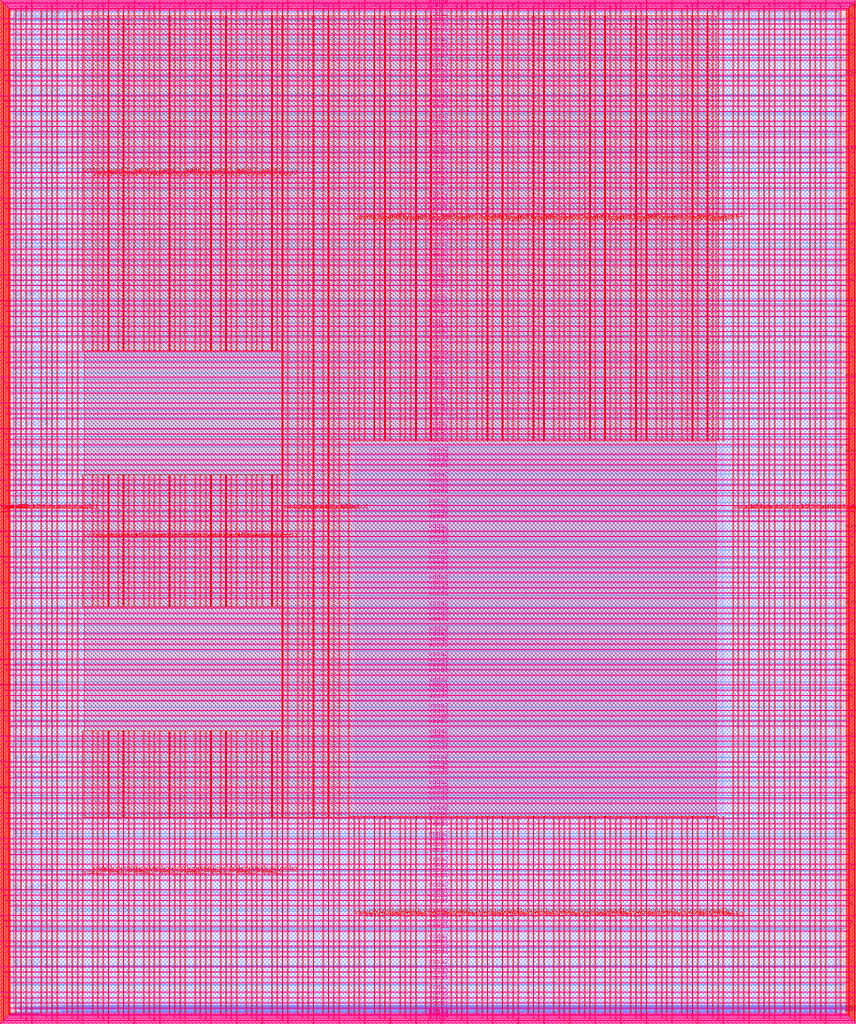
<source format=lef>
VERSION 5.7 ;
  NOWIREEXTENSIONATPIN ON ;
  DIVIDERCHAR "/" ;
  BUSBITCHARS "[]" ;
MACRO user_project_wrapper
  CLASS BLOCK ;
  FOREIGN user_project_wrapper ;
  ORIGIN 0.000 0.000 ;
  SIZE 2920.000 BY 3520.000 ;
  PIN analog_io[0]
    DIRECTION INOUT ;
    USE SIGNAL ;
    PORT
      LAYER met3 ;
        RECT 2917.600 1426.380 2924.800 1427.580 ;
    END
  END analog_io[0]
  PIN analog_io[10]
    DIRECTION INOUT ;
    USE SIGNAL ;
    PORT
      LAYER met2 ;
        RECT 2230.490 3517.600 2231.050 3524.800 ;
    END
  END analog_io[10]
  PIN analog_io[11]
    DIRECTION INOUT ;
    USE SIGNAL ;
    PORT
      LAYER met2 ;
        RECT 1905.730 3517.600 1906.290 3524.800 ;
    END
  END analog_io[11]
  PIN analog_io[12]
    DIRECTION INOUT ;
    USE SIGNAL ;
    PORT
      LAYER met2 ;
        RECT 1581.430 3517.600 1581.990 3524.800 ;
    END
  END analog_io[12]
  PIN analog_io[13]
    DIRECTION INOUT ;
    USE SIGNAL ;
    PORT
      LAYER met2 ;
        RECT 1257.130 3517.600 1257.690 3524.800 ;
    END
  END analog_io[13]
  PIN analog_io[14]
    DIRECTION INOUT ;
    USE SIGNAL ;
    PORT
      LAYER met2 ;
        RECT 932.370 3517.600 932.930 3524.800 ;
    END
  END analog_io[14]
  PIN analog_io[15]
    DIRECTION INOUT ;
    USE SIGNAL ;
    PORT
      LAYER met2 ;
        RECT 608.070 3517.600 608.630 3524.800 ;
    END
  END analog_io[15]
  PIN analog_io[16]
    DIRECTION INOUT ;
    USE SIGNAL ;
    PORT
      LAYER met2 ;
        RECT 283.770 3517.600 284.330 3524.800 ;
    END
  END analog_io[16]
  PIN analog_io[17]
    DIRECTION INOUT ;
    USE SIGNAL ;
    PORT
      LAYER met3 ;
        RECT -4.800 3486.100 2.400 3487.300 ;
    END
  END analog_io[17]
  PIN analog_io[18]
    DIRECTION INOUT ;
    USE SIGNAL ;
    PORT
      LAYER met3 ;
        RECT -4.800 3224.980 2.400 3226.180 ;
    END
  END analog_io[18]
  PIN analog_io[19]
    DIRECTION INOUT ;
    USE SIGNAL ;
    PORT
      LAYER met3 ;
        RECT -4.800 2964.540 2.400 2965.740 ;
    END
  END analog_io[19]
  PIN analog_io[1]
    DIRECTION INOUT ;
    USE SIGNAL ;
    PORT
      LAYER met3 ;
        RECT 2917.600 1692.260 2924.800 1693.460 ;
    END
  END analog_io[1]
  PIN analog_io[20]
    DIRECTION INOUT ;
    USE SIGNAL ;
    PORT
      LAYER met3 ;
        RECT -4.800 2703.420 2.400 2704.620 ;
    END
  END analog_io[20]
  PIN analog_io[21]
    DIRECTION INOUT ;
    USE SIGNAL ;
    PORT
      LAYER met3 ;
        RECT -4.800 2442.980 2.400 2444.180 ;
    END
  END analog_io[21]
  PIN analog_io[22]
    DIRECTION INOUT ;
    USE SIGNAL ;
    PORT
      LAYER met3 ;
        RECT -4.800 2182.540 2.400 2183.740 ;
    END
  END analog_io[22]
  PIN analog_io[23]
    DIRECTION INOUT ;
    USE SIGNAL ;
    PORT
      LAYER met3 ;
        RECT -4.800 1921.420 2.400 1922.620 ;
    END
  END analog_io[23]
  PIN analog_io[24]
    DIRECTION INOUT ;
    USE SIGNAL ;
    PORT
      LAYER met3 ;
        RECT -4.800 1660.980 2.400 1662.180 ;
    END
  END analog_io[24]
  PIN analog_io[25]
    DIRECTION INOUT ;
    USE SIGNAL ;
    PORT
      LAYER met3 ;
        RECT -4.800 1399.860 2.400 1401.060 ;
    END
  END analog_io[25]
  PIN analog_io[26]
    DIRECTION INOUT ;
    USE SIGNAL ;
    PORT
      LAYER met3 ;
        RECT -4.800 1139.420 2.400 1140.620 ;
    END
  END analog_io[26]
  PIN analog_io[27]
    DIRECTION INOUT ;
    USE SIGNAL ;
    PORT
      LAYER met3 ;
        RECT -4.800 878.980 2.400 880.180 ;
    END
  END analog_io[27]
  PIN analog_io[28]
    DIRECTION INOUT ;
    USE SIGNAL ;
    PORT
      LAYER met3 ;
        RECT -4.800 617.860 2.400 619.060 ;
    END
  END analog_io[28]
  PIN analog_io[2]
    DIRECTION INOUT ;
    USE SIGNAL ;
    PORT
      LAYER met3 ;
        RECT 2917.600 1958.140 2924.800 1959.340 ;
    END
  END analog_io[2]
  PIN analog_io[3]
    DIRECTION INOUT ;
    USE SIGNAL ;
    PORT
      LAYER met3 ;
        RECT 2917.600 2223.340 2924.800 2224.540 ;
    END
  END analog_io[3]
  PIN analog_io[4]
    DIRECTION INOUT ;
    USE SIGNAL ;
    PORT
      LAYER met3 ;
        RECT 2917.600 2489.220 2924.800 2490.420 ;
    END
  END analog_io[4]
  PIN analog_io[5]
    DIRECTION INOUT ;
    USE SIGNAL ;
    PORT
      LAYER met3 ;
        RECT 2917.600 2755.100 2924.800 2756.300 ;
    END
  END analog_io[5]
  PIN analog_io[6]
    DIRECTION INOUT ;
    USE SIGNAL ;
    PORT
      LAYER met3 ;
        RECT 2917.600 3020.300 2924.800 3021.500 ;
    END
  END analog_io[6]
  PIN analog_io[7]
    DIRECTION INOUT ;
    USE SIGNAL ;
    PORT
      LAYER met3 ;
        RECT 2917.600 3286.180 2924.800 3287.380 ;
    END
  END analog_io[7]
  PIN analog_io[8]
    DIRECTION INOUT ;
    USE SIGNAL ;
    PORT
      LAYER met2 ;
        RECT 2879.090 3517.600 2879.650 3524.800 ;
    END
  END analog_io[8]
  PIN analog_io[9]
    DIRECTION INOUT ;
    USE SIGNAL ;
    PORT
      LAYER met2 ;
        RECT 2554.790 3517.600 2555.350 3524.800 ;
    END
  END analog_io[9]
  PIN io_in[0]
    DIRECTION INPUT ;
    USE SIGNAL ;
    PORT
      LAYER met3 ;
        RECT 2917.600 32.380 2924.800 33.580 ;
    END
  END io_in[0]
  PIN io_in[10]
    DIRECTION INPUT ;
    USE SIGNAL ;
    PORT
      LAYER met3 ;
        RECT 2917.600 2289.980 2924.800 2291.180 ;
    END
  END io_in[10]
  PIN io_in[11]
    DIRECTION INPUT ;
    USE SIGNAL ;
    PORT
      LAYER met3 ;
        RECT 2917.600 2555.860 2924.800 2557.060 ;
    END
  END io_in[11]
  PIN io_in[12]
    DIRECTION INPUT ;
    USE SIGNAL ;
    PORT
      LAYER met3 ;
        RECT 2917.600 2821.060 2924.800 2822.260 ;
    END
  END io_in[12]
  PIN io_in[13]
    DIRECTION INPUT ;
    USE SIGNAL ;
    PORT
      LAYER met3 ;
        RECT 2917.600 3086.940 2924.800 3088.140 ;
    END
  END io_in[13]
  PIN io_in[14]
    DIRECTION INPUT ;
    USE SIGNAL ;
    PORT
      LAYER met3 ;
        RECT 2917.600 3352.820 2924.800 3354.020 ;
    END
  END io_in[14]
  PIN io_in[15]
    DIRECTION INPUT ;
    USE SIGNAL ;
    PORT
      LAYER met2 ;
        RECT 2798.130 3517.600 2798.690 3524.800 ;
    END
  END io_in[15]
  PIN io_in[16]
    DIRECTION INPUT ;
    USE SIGNAL ;
    PORT
      LAYER met2 ;
        RECT 2473.830 3517.600 2474.390 3524.800 ;
    END
  END io_in[16]
  PIN io_in[17]
    DIRECTION INPUT ;
    USE SIGNAL ;
    PORT
      LAYER met2 ;
        RECT 2149.070 3517.600 2149.630 3524.800 ;
    END
  END io_in[17]
  PIN io_in[18]
    DIRECTION INPUT ;
    USE SIGNAL ;
    PORT
      LAYER met2 ;
        RECT 1824.770 3517.600 1825.330 3524.800 ;
    END
  END io_in[18]
  PIN io_in[19]
    DIRECTION INPUT ;
    USE SIGNAL ;
    PORT
      LAYER met2 ;
        RECT 1500.470 3517.600 1501.030 3524.800 ;
    END
  END io_in[19]
  PIN io_in[1]
    DIRECTION INPUT ;
    USE SIGNAL ;
    PORT
      LAYER met3 ;
        RECT 2917.600 230.940 2924.800 232.140 ;
    END
  END io_in[1]
  PIN io_in[20]
    DIRECTION INPUT ;
    USE SIGNAL ;
    PORT
      LAYER met2 ;
        RECT 1175.710 3517.600 1176.270 3524.800 ;
    END
  END io_in[20]
  PIN io_in[21]
    DIRECTION INPUT ;
    USE SIGNAL ;
    PORT
      LAYER met2 ;
        RECT 851.410 3517.600 851.970 3524.800 ;
    END
  END io_in[21]
  PIN io_in[22]
    DIRECTION INPUT ;
    USE SIGNAL ;
    PORT
      LAYER met2 ;
        RECT 527.110 3517.600 527.670 3524.800 ;
    END
  END io_in[22]
  PIN io_in[23]
    DIRECTION INPUT ;
    USE SIGNAL ;
    PORT
      LAYER met2 ;
        RECT 202.350 3517.600 202.910 3524.800 ;
    END
  END io_in[23]
  PIN io_in[24]
    DIRECTION INPUT ;
    USE SIGNAL ;
    PORT
      LAYER met3 ;
        RECT -4.800 3420.820 2.400 3422.020 ;
    END
  END io_in[24]
  PIN io_in[25]
    DIRECTION INPUT ;
    USE SIGNAL ;
    PORT
      LAYER met3 ;
        RECT -4.800 3159.700 2.400 3160.900 ;
    END
  END io_in[25]
  PIN io_in[26]
    DIRECTION INPUT ;
    USE SIGNAL ;
    PORT
      LAYER met3 ;
        RECT -4.800 2899.260 2.400 2900.460 ;
    END
  END io_in[26]
  PIN io_in[27]
    DIRECTION INPUT ;
    USE SIGNAL ;
    PORT
      LAYER met3 ;
        RECT -4.800 2638.820 2.400 2640.020 ;
    END
  END io_in[27]
  PIN io_in[28]
    DIRECTION INPUT ;
    USE SIGNAL ;
    PORT
      LAYER met3 ;
        RECT -4.800 2377.700 2.400 2378.900 ;
    END
  END io_in[28]
  PIN io_in[29]
    DIRECTION INPUT ;
    USE SIGNAL ;
    PORT
      LAYER met3 ;
        RECT -4.800 2117.260 2.400 2118.460 ;
    END
  END io_in[29]
  PIN io_in[2]
    DIRECTION INPUT ;
    USE SIGNAL ;
    PORT
      LAYER met3 ;
        RECT 2917.600 430.180 2924.800 431.380 ;
    END
  END io_in[2]
  PIN io_in[30]
    DIRECTION INPUT ;
    USE SIGNAL ;
    PORT
      LAYER met3 ;
        RECT -4.800 1856.140 2.400 1857.340 ;
    END
  END io_in[30]
  PIN io_in[31]
    DIRECTION INPUT ;
    USE SIGNAL ;
    PORT
      LAYER met3 ;
        RECT -4.800 1595.700 2.400 1596.900 ;
    END
  END io_in[31]
  PIN io_in[32]
    DIRECTION INPUT ;
    USE SIGNAL ;
    PORT
      LAYER met3 ;
        RECT -4.800 1335.260 2.400 1336.460 ;
    END
  END io_in[32]
  PIN io_in[33]
    DIRECTION INPUT ;
    USE SIGNAL ;
    PORT
      LAYER met3 ;
        RECT -4.800 1074.140 2.400 1075.340 ;
    END
  END io_in[33]
  PIN io_in[34]
    DIRECTION INPUT ;
    USE SIGNAL ;
    PORT
      LAYER met3 ;
        RECT -4.800 813.700 2.400 814.900 ;
    END
  END io_in[34]
  PIN io_in[35]
    DIRECTION INPUT ;
    USE SIGNAL ;
    PORT
      LAYER met3 ;
        RECT -4.800 552.580 2.400 553.780 ;
    END
  END io_in[35]
  PIN io_in[36]
    DIRECTION INPUT ;
    USE SIGNAL ;
    PORT
      LAYER met3 ;
        RECT -4.800 357.420 2.400 358.620 ;
    END
  END io_in[36]
  PIN io_in[37]
    DIRECTION INPUT ;
    USE SIGNAL ;
    PORT
      LAYER met3 ;
        RECT -4.800 161.580 2.400 162.780 ;
    END
  END io_in[37]
  PIN io_in[3]
    DIRECTION INPUT ;
    USE SIGNAL ;
    PORT
      LAYER met3 ;
        RECT 2917.600 629.420 2924.800 630.620 ;
    END
  END io_in[3]
  PIN io_in[4]
    DIRECTION INPUT ;
    USE SIGNAL ;
    PORT
      LAYER met3 ;
        RECT 2917.600 828.660 2924.800 829.860 ;
    END
  END io_in[4]
  PIN io_in[5]
    DIRECTION INPUT ;
    USE SIGNAL ;
    PORT
      LAYER met3 ;
        RECT 2917.600 1027.900 2924.800 1029.100 ;
    END
  END io_in[5]
  PIN io_in[6]
    DIRECTION INPUT ;
    USE SIGNAL ;
    PORT
      LAYER met3 ;
        RECT 2917.600 1227.140 2924.800 1228.340 ;
    END
  END io_in[6]
  PIN io_in[7]
    DIRECTION INPUT ;
    USE SIGNAL ;
    PORT
      LAYER met3 ;
        RECT 2917.600 1493.020 2924.800 1494.220 ;
    END
  END io_in[7]
  PIN io_in[8]
    DIRECTION INPUT ;
    USE SIGNAL ;
    PORT
      LAYER met3 ;
        RECT 2917.600 1758.900 2924.800 1760.100 ;
    END
  END io_in[8]
  PIN io_in[9]
    DIRECTION INPUT ;
    USE SIGNAL ;
    PORT
      LAYER met3 ;
        RECT 2917.600 2024.100 2924.800 2025.300 ;
    END
  END io_in[9]
  PIN io_oeb[0]
    DIRECTION OUTPUT TRISTATE ;
    USE SIGNAL ;
    PORT
      LAYER met3 ;
        RECT 2917.600 164.980 2924.800 166.180 ;
    END
  END io_oeb[0]
  PIN io_oeb[10]
    DIRECTION OUTPUT TRISTATE ;
    USE SIGNAL ;
    PORT
      LAYER met3 ;
        RECT 2917.600 2422.580 2924.800 2423.780 ;
    END
  END io_oeb[10]
  PIN io_oeb[11]
    DIRECTION OUTPUT TRISTATE ;
    USE SIGNAL ;
    PORT
      LAYER met3 ;
        RECT 2917.600 2688.460 2924.800 2689.660 ;
    END
  END io_oeb[11]
  PIN io_oeb[12]
    DIRECTION OUTPUT TRISTATE ;
    USE SIGNAL ;
    PORT
      LAYER met3 ;
        RECT 2917.600 2954.340 2924.800 2955.540 ;
    END
  END io_oeb[12]
  PIN io_oeb[13]
    DIRECTION OUTPUT TRISTATE ;
    USE SIGNAL ;
    PORT
      LAYER met3 ;
        RECT 2917.600 3219.540 2924.800 3220.740 ;
    END
  END io_oeb[13]
  PIN io_oeb[14]
    DIRECTION OUTPUT TRISTATE ;
    USE SIGNAL ;
    PORT
      LAYER met3 ;
        RECT 2917.600 3485.420 2924.800 3486.620 ;
    END
  END io_oeb[14]
  PIN io_oeb[15]
    DIRECTION OUTPUT TRISTATE ;
    USE SIGNAL ;
    PORT
      LAYER met2 ;
        RECT 2635.750 3517.600 2636.310 3524.800 ;
    END
  END io_oeb[15]
  PIN io_oeb[16]
    DIRECTION OUTPUT TRISTATE ;
    USE SIGNAL ;
    PORT
      LAYER met2 ;
        RECT 2311.450 3517.600 2312.010 3524.800 ;
    END
  END io_oeb[16]
  PIN io_oeb[17]
    DIRECTION OUTPUT TRISTATE ;
    USE SIGNAL ;
    PORT
      LAYER met2 ;
        RECT 1987.150 3517.600 1987.710 3524.800 ;
    END
  END io_oeb[17]
  PIN io_oeb[18]
    DIRECTION OUTPUT TRISTATE ;
    USE SIGNAL ;
    PORT
      LAYER met2 ;
        RECT 1662.390 3517.600 1662.950 3524.800 ;
    END
  END io_oeb[18]
  PIN io_oeb[19]
    DIRECTION OUTPUT TRISTATE ;
    USE SIGNAL ;
    PORT
      LAYER met2 ;
        RECT 1338.090 3517.600 1338.650 3524.800 ;
    END
  END io_oeb[19]
  PIN io_oeb[1]
    DIRECTION OUTPUT TRISTATE ;
    USE SIGNAL ;
    PORT
      LAYER met3 ;
        RECT 2917.600 364.220 2924.800 365.420 ;
    END
  END io_oeb[1]
  PIN io_oeb[20]
    DIRECTION OUTPUT TRISTATE ;
    USE SIGNAL ;
    PORT
      LAYER met2 ;
        RECT 1013.790 3517.600 1014.350 3524.800 ;
    END
  END io_oeb[20]
  PIN io_oeb[21]
    DIRECTION OUTPUT TRISTATE ;
    USE SIGNAL ;
    PORT
      LAYER met2 ;
        RECT 689.030 3517.600 689.590 3524.800 ;
    END
  END io_oeb[21]
  PIN io_oeb[22]
    DIRECTION OUTPUT TRISTATE ;
    USE SIGNAL ;
    PORT
      LAYER met2 ;
        RECT 364.730 3517.600 365.290 3524.800 ;
    END
  END io_oeb[22]
  PIN io_oeb[23]
    DIRECTION OUTPUT TRISTATE ;
    USE SIGNAL ;
    PORT
      LAYER met2 ;
        RECT 40.430 3517.600 40.990 3524.800 ;
    END
  END io_oeb[23]
  PIN io_oeb[24]
    DIRECTION OUTPUT TRISTATE ;
    USE SIGNAL ;
    PORT
      LAYER met3 ;
        RECT -4.800 3290.260 2.400 3291.460 ;
    END
  END io_oeb[24]
  PIN io_oeb[25]
    DIRECTION OUTPUT TRISTATE ;
    USE SIGNAL ;
    PORT
      LAYER met3 ;
        RECT -4.800 3029.820 2.400 3031.020 ;
    END
  END io_oeb[25]
  PIN io_oeb[26]
    DIRECTION OUTPUT TRISTATE ;
    USE SIGNAL ;
    PORT
      LAYER met3 ;
        RECT -4.800 2768.700 2.400 2769.900 ;
    END
  END io_oeb[26]
  PIN io_oeb[27]
    DIRECTION OUTPUT TRISTATE ;
    USE SIGNAL ;
    PORT
      LAYER met3 ;
        RECT -4.800 2508.260 2.400 2509.460 ;
    END
  END io_oeb[27]
  PIN io_oeb[28]
    DIRECTION OUTPUT TRISTATE ;
    USE SIGNAL ;
    PORT
      LAYER met3 ;
        RECT -4.800 2247.140 2.400 2248.340 ;
    END
  END io_oeb[28]
  PIN io_oeb[29]
    DIRECTION OUTPUT TRISTATE ;
    USE SIGNAL ;
    PORT
      LAYER met3 ;
        RECT -4.800 1986.700 2.400 1987.900 ;
    END
  END io_oeb[29]
  PIN io_oeb[2]
    DIRECTION OUTPUT TRISTATE ;
    USE SIGNAL ;
    PORT
      LAYER met3 ;
        RECT 2917.600 563.460 2924.800 564.660 ;
    END
  END io_oeb[2]
  PIN io_oeb[30]
    DIRECTION OUTPUT TRISTATE ;
    USE SIGNAL ;
    PORT
      LAYER met3 ;
        RECT -4.800 1726.260 2.400 1727.460 ;
    END
  END io_oeb[30]
  PIN io_oeb[31]
    DIRECTION OUTPUT TRISTATE ;
    USE SIGNAL ;
    PORT
      LAYER met3 ;
        RECT -4.800 1465.140 2.400 1466.340 ;
    END
  END io_oeb[31]
  PIN io_oeb[32]
    DIRECTION OUTPUT TRISTATE ;
    USE SIGNAL ;
    PORT
      LAYER met3 ;
        RECT -4.800 1204.700 2.400 1205.900 ;
    END
  END io_oeb[32]
  PIN io_oeb[33]
    DIRECTION OUTPUT TRISTATE ;
    USE SIGNAL ;
    PORT
      LAYER met3 ;
        RECT -4.800 943.580 2.400 944.780 ;
    END
  END io_oeb[33]
  PIN io_oeb[34]
    DIRECTION OUTPUT TRISTATE ;
    USE SIGNAL ;
    PORT
      LAYER met3 ;
        RECT -4.800 683.140 2.400 684.340 ;
    END
  END io_oeb[34]
  PIN io_oeb[35]
    DIRECTION OUTPUT TRISTATE ;
    USE SIGNAL ;
    PORT
      LAYER met3 ;
        RECT -4.800 422.700 2.400 423.900 ;
    END
  END io_oeb[35]
  PIN io_oeb[36]
    DIRECTION OUTPUT TRISTATE ;
    USE SIGNAL ;
    PORT
      LAYER met3 ;
        RECT -4.800 226.860 2.400 228.060 ;
    END
  END io_oeb[36]
  PIN io_oeb[37]
    DIRECTION OUTPUT TRISTATE ;
    USE SIGNAL ;
    PORT
      LAYER met3 ;
        RECT -4.800 31.700 2.400 32.900 ;
    END
  END io_oeb[37]
  PIN io_oeb[3]
    DIRECTION OUTPUT TRISTATE ;
    USE SIGNAL ;
    PORT
      LAYER met3 ;
        RECT 2917.600 762.700 2924.800 763.900 ;
    END
  END io_oeb[3]
  PIN io_oeb[4]
    DIRECTION OUTPUT TRISTATE ;
    USE SIGNAL ;
    PORT
      LAYER met3 ;
        RECT 2917.600 961.940 2924.800 963.140 ;
    END
  END io_oeb[4]
  PIN io_oeb[5]
    DIRECTION OUTPUT TRISTATE ;
    USE SIGNAL ;
    PORT
      LAYER met3 ;
        RECT 2917.600 1161.180 2924.800 1162.380 ;
    END
  END io_oeb[5]
  PIN io_oeb[6]
    DIRECTION OUTPUT TRISTATE ;
    USE SIGNAL ;
    PORT
      LAYER met3 ;
        RECT 2917.600 1360.420 2924.800 1361.620 ;
    END
  END io_oeb[6]
  PIN io_oeb[7]
    DIRECTION OUTPUT TRISTATE ;
    USE SIGNAL ;
    PORT
      LAYER met3 ;
        RECT 2917.600 1625.620 2924.800 1626.820 ;
    END
  END io_oeb[7]
  PIN io_oeb[8]
    DIRECTION OUTPUT TRISTATE ;
    USE SIGNAL ;
    PORT
      LAYER met3 ;
        RECT 2917.600 1891.500 2924.800 1892.700 ;
    END
  END io_oeb[8]
  PIN io_oeb[9]
    DIRECTION OUTPUT TRISTATE ;
    USE SIGNAL ;
    PORT
      LAYER met3 ;
        RECT 2917.600 2157.380 2924.800 2158.580 ;
    END
  END io_oeb[9]
  PIN io_out[0]
    DIRECTION OUTPUT TRISTATE ;
    USE SIGNAL ;
    PORT
      LAYER met3 ;
        RECT 2917.600 98.340 2924.800 99.540 ;
    END
  END io_out[0]
  PIN io_out[10]
    DIRECTION OUTPUT TRISTATE ;
    USE SIGNAL ;
    PORT
      LAYER met3 ;
        RECT 2917.600 2356.620 2924.800 2357.820 ;
    END
  END io_out[10]
  PIN io_out[11]
    DIRECTION OUTPUT TRISTATE ;
    USE SIGNAL ;
    PORT
      LAYER met3 ;
        RECT 2917.600 2621.820 2924.800 2623.020 ;
    END
  END io_out[11]
  PIN io_out[12]
    DIRECTION OUTPUT TRISTATE ;
    USE SIGNAL ;
    PORT
      LAYER met3 ;
        RECT 2917.600 2887.700 2924.800 2888.900 ;
    END
  END io_out[12]
  PIN io_out[13]
    DIRECTION OUTPUT TRISTATE ;
    USE SIGNAL ;
    PORT
      LAYER met3 ;
        RECT 2917.600 3153.580 2924.800 3154.780 ;
    END
  END io_out[13]
  PIN io_out[14]
    DIRECTION OUTPUT TRISTATE ;
    USE SIGNAL ;
    PORT
      LAYER met3 ;
        RECT 2917.600 3418.780 2924.800 3419.980 ;
    END
  END io_out[14]
  PIN io_out[15]
    DIRECTION OUTPUT TRISTATE ;
    USE SIGNAL ;
    PORT
      LAYER met2 ;
        RECT 2717.170 3517.600 2717.730 3524.800 ;
    END
  END io_out[15]
  PIN io_out[16]
    DIRECTION OUTPUT TRISTATE ;
    USE SIGNAL ;
    PORT
      LAYER met2 ;
        RECT 2392.410 3517.600 2392.970 3524.800 ;
    END
  END io_out[16]
  PIN io_out[17]
    DIRECTION OUTPUT TRISTATE ;
    USE SIGNAL ;
    PORT
      LAYER met2 ;
        RECT 2068.110 3517.600 2068.670 3524.800 ;
    END
  END io_out[17]
  PIN io_out[18]
    DIRECTION OUTPUT TRISTATE ;
    USE SIGNAL ;
    PORT
      LAYER met2 ;
        RECT 1743.810 3517.600 1744.370 3524.800 ;
    END
  END io_out[18]
  PIN io_out[19]
    DIRECTION OUTPUT TRISTATE ;
    USE SIGNAL ;
    PORT
      LAYER met2 ;
        RECT 1419.050 3517.600 1419.610 3524.800 ;
    END
  END io_out[19]
  PIN io_out[1]
    DIRECTION OUTPUT TRISTATE ;
    USE SIGNAL ;
    PORT
      LAYER met3 ;
        RECT 2917.600 297.580 2924.800 298.780 ;
    END
  END io_out[1]
  PIN io_out[20]
    DIRECTION OUTPUT TRISTATE ;
    USE SIGNAL ;
    PORT
      LAYER met2 ;
        RECT 1094.750 3517.600 1095.310 3524.800 ;
    END
  END io_out[20]
  PIN io_out[21]
    DIRECTION OUTPUT TRISTATE ;
    USE SIGNAL ;
    PORT
      LAYER met2 ;
        RECT 770.450 3517.600 771.010 3524.800 ;
    END
  END io_out[21]
  PIN io_out[22]
    DIRECTION OUTPUT TRISTATE ;
    USE SIGNAL ;
    PORT
      LAYER met2 ;
        RECT 445.690 3517.600 446.250 3524.800 ;
    END
  END io_out[22]
  PIN io_out[23]
    DIRECTION OUTPUT TRISTATE ;
    USE SIGNAL ;
    PORT
      LAYER met2 ;
        RECT 121.390 3517.600 121.950 3524.800 ;
    END
  END io_out[23]
  PIN io_out[24]
    DIRECTION OUTPUT TRISTATE ;
    USE SIGNAL ;
    PORT
      LAYER met3 ;
        RECT -4.800 3355.540 2.400 3356.740 ;
    END
  END io_out[24]
  PIN io_out[25]
    DIRECTION OUTPUT TRISTATE ;
    USE SIGNAL ;
    PORT
      LAYER met3 ;
        RECT -4.800 3095.100 2.400 3096.300 ;
    END
  END io_out[25]
  PIN io_out[26]
    DIRECTION OUTPUT TRISTATE ;
    USE SIGNAL ;
    PORT
      LAYER met3 ;
        RECT -4.800 2833.980 2.400 2835.180 ;
    END
  END io_out[26]
  PIN io_out[27]
    DIRECTION OUTPUT TRISTATE ;
    USE SIGNAL ;
    PORT
      LAYER met3 ;
        RECT -4.800 2573.540 2.400 2574.740 ;
    END
  END io_out[27]
  PIN io_out[28]
    DIRECTION OUTPUT TRISTATE ;
    USE SIGNAL ;
    PORT
      LAYER met3 ;
        RECT -4.800 2312.420 2.400 2313.620 ;
    END
  END io_out[28]
  PIN io_out[29]
    DIRECTION OUTPUT TRISTATE ;
    USE SIGNAL ;
    PORT
      LAYER met3 ;
        RECT -4.800 2051.980 2.400 2053.180 ;
    END
  END io_out[29]
  PIN io_out[2]
    DIRECTION OUTPUT TRISTATE ;
    USE SIGNAL ;
    PORT
      LAYER met3 ;
        RECT 2917.600 496.820 2924.800 498.020 ;
    END
  END io_out[2]
  PIN io_out[30]
    DIRECTION OUTPUT TRISTATE ;
    USE SIGNAL ;
    PORT
      LAYER met3 ;
        RECT -4.800 1791.540 2.400 1792.740 ;
    END
  END io_out[30]
  PIN io_out[31]
    DIRECTION OUTPUT TRISTATE ;
    USE SIGNAL ;
    PORT
      LAYER met3 ;
        RECT -4.800 1530.420 2.400 1531.620 ;
    END
  END io_out[31]
  PIN io_out[32]
    DIRECTION OUTPUT TRISTATE ;
    USE SIGNAL ;
    PORT
      LAYER met3 ;
        RECT -4.800 1269.980 2.400 1271.180 ;
    END
  END io_out[32]
  PIN io_out[33]
    DIRECTION OUTPUT TRISTATE ;
    USE SIGNAL ;
    PORT
      LAYER met3 ;
        RECT -4.800 1008.860 2.400 1010.060 ;
    END
  END io_out[33]
  PIN io_out[34]
    DIRECTION OUTPUT TRISTATE ;
    USE SIGNAL ;
    PORT
      LAYER met3 ;
        RECT -4.800 748.420 2.400 749.620 ;
    END
  END io_out[34]
  PIN io_out[35]
    DIRECTION OUTPUT TRISTATE ;
    USE SIGNAL ;
    PORT
      LAYER met3 ;
        RECT -4.800 487.300 2.400 488.500 ;
    END
  END io_out[35]
  PIN io_out[36]
    DIRECTION OUTPUT TRISTATE ;
    USE SIGNAL ;
    PORT
      LAYER met3 ;
        RECT -4.800 292.140 2.400 293.340 ;
    END
  END io_out[36]
  PIN io_out[37]
    DIRECTION OUTPUT TRISTATE ;
    USE SIGNAL ;
    PORT
      LAYER met3 ;
        RECT -4.800 96.300 2.400 97.500 ;
    END
  END io_out[37]
  PIN io_out[3]
    DIRECTION OUTPUT TRISTATE ;
    USE SIGNAL ;
    PORT
      LAYER met3 ;
        RECT 2917.600 696.060 2924.800 697.260 ;
    END
  END io_out[3]
  PIN io_out[4]
    DIRECTION OUTPUT TRISTATE ;
    USE SIGNAL ;
    PORT
      LAYER met3 ;
        RECT 2917.600 895.300 2924.800 896.500 ;
    END
  END io_out[4]
  PIN io_out[5]
    DIRECTION OUTPUT TRISTATE ;
    USE SIGNAL ;
    PORT
      LAYER met3 ;
        RECT 2917.600 1094.540 2924.800 1095.740 ;
    END
  END io_out[5]
  PIN io_out[6]
    DIRECTION OUTPUT TRISTATE ;
    USE SIGNAL ;
    PORT
      LAYER met3 ;
        RECT 2917.600 1293.780 2924.800 1294.980 ;
    END
  END io_out[6]
  PIN io_out[7]
    DIRECTION OUTPUT TRISTATE ;
    USE SIGNAL ;
    PORT
      LAYER met3 ;
        RECT 2917.600 1559.660 2924.800 1560.860 ;
    END
  END io_out[7]
  PIN io_out[8]
    DIRECTION OUTPUT TRISTATE ;
    USE SIGNAL ;
    PORT
      LAYER met3 ;
        RECT 2917.600 1824.860 2924.800 1826.060 ;
    END
  END io_out[8]
  PIN io_out[9]
    DIRECTION OUTPUT TRISTATE ;
    USE SIGNAL ;
    PORT
      LAYER met3 ;
        RECT 2917.600 2090.740 2924.800 2091.940 ;
    END
  END io_out[9]
  PIN la_data_in[0]
    DIRECTION INPUT ;
    USE SIGNAL ;
    PORT
      LAYER met2 ;
        RECT 629.230 -4.800 629.790 2.400 ;
    END
  END la_data_in[0]
  PIN la_data_in[100]
    DIRECTION INPUT ;
    USE SIGNAL ;
    PORT
      LAYER met2 ;
        RECT 2402.530 -4.800 2403.090 2.400 ;
    END
  END la_data_in[100]
  PIN la_data_in[101]
    DIRECTION INPUT ;
    USE SIGNAL ;
    PORT
      LAYER met2 ;
        RECT 2420.010 -4.800 2420.570 2.400 ;
    END
  END la_data_in[101]
  PIN la_data_in[102]
    DIRECTION INPUT ;
    USE SIGNAL ;
    PORT
      LAYER met2 ;
        RECT 2437.950 -4.800 2438.510 2.400 ;
    END
  END la_data_in[102]
  PIN la_data_in[103]
    DIRECTION INPUT ;
    USE SIGNAL ;
    PORT
      LAYER met2 ;
        RECT 2455.430 -4.800 2455.990 2.400 ;
    END
  END la_data_in[103]
  PIN la_data_in[104]
    DIRECTION INPUT ;
    USE SIGNAL ;
    PORT
      LAYER met2 ;
        RECT 2473.370 -4.800 2473.930 2.400 ;
    END
  END la_data_in[104]
  PIN la_data_in[105]
    DIRECTION INPUT ;
    USE SIGNAL ;
    PORT
      LAYER met2 ;
        RECT 2490.850 -4.800 2491.410 2.400 ;
    END
  END la_data_in[105]
  PIN la_data_in[106]
    DIRECTION INPUT ;
    USE SIGNAL ;
    PORT
      LAYER met2 ;
        RECT 2508.790 -4.800 2509.350 2.400 ;
    END
  END la_data_in[106]
  PIN la_data_in[107]
    DIRECTION INPUT ;
    USE SIGNAL ;
    PORT
      LAYER met2 ;
        RECT 2526.730 -4.800 2527.290 2.400 ;
    END
  END la_data_in[107]
  PIN la_data_in[108]
    DIRECTION INPUT ;
    USE SIGNAL ;
    PORT
      LAYER met2 ;
        RECT 2544.210 -4.800 2544.770 2.400 ;
    END
  END la_data_in[108]
  PIN la_data_in[109]
    DIRECTION INPUT ;
    USE SIGNAL ;
    PORT
      LAYER met2 ;
        RECT 2562.150 -4.800 2562.710 2.400 ;
    END
  END la_data_in[109]
  PIN la_data_in[10]
    DIRECTION INPUT ;
    USE SIGNAL ;
    PORT
      LAYER met2 ;
        RECT 806.330 -4.800 806.890 2.400 ;
    END
  END la_data_in[10]
  PIN la_data_in[110]
    DIRECTION INPUT ;
    USE SIGNAL ;
    PORT
      LAYER met2 ;
        RECT 2579.630 -4.800 2580.190 2.400 ;
    END
  END la_data_in[110]
  PIN la_data_in[111]
    DIRECTION INPUT ;
    USE SIGNAL ;
    PORT
      LAYER met2 ;
        RECT 2597.570 -4.800 2598.130 2.400 ;
    END
  END la_data_in[111]
  PIN la_data_in[112]
    DIRECTION INPUT ;
    USE SIGNAL ;
    PORT
      LAYER met2 ;
        RECT 2615.050 -4.800 2615.610 2.400 ;
    END
  END la_data_in[112]
  PIN la_data_in[113]
    DIRECTION INPUT ;
    USE SIGNAL ;
    PORT
      LAYER met2 ;
        RECT 2632.990 -4.800 2633.550 2.400 ;
    END
  END la_data_in[113]
  PIN la_data_in[114]
    DIRECTION INPUT ;
    USE SIGNAL ;
    PORT
      LAYER met2 ;
        RECT 2650.470 -4.800 2651.030 2.400 ;
    END
  END la_data_in[114]
  PIN la_data_in[115]
    DIRECTION INPUT ;
    USE SIGNAL ;
    PORT
      LAYER met2 ;
        RECT 2668.410 -4.800 2668.970 2.400 ;
    END
  END la_data_in[115]
  PIN la_data_in[116]
    DIRECTION INPUT ;
    USE SIGNAL ;
    PORT
      LAYER met2 ;
        RECT 2685.890 -4.800 2686.450 2.400 ;
    END
  END la_data_in[116]
  PIN la_data_in[117]
    DIRECTION INPUT ;
    USE SIGNAL ;
    PORT
      LAYER met2 ;
        RECT 2703.830 -4.800 2704.390 2.400 ;
    END
  END la_data_in[117]
  PIN la_data_in[118]
    DIRECTION INPUT ;
    USE SIGNAL ;
    PORT
      LAYER met2 ;
        RECT 2721.770 -4.800 2722.330 2.400 ;
    END
  END la_data_in[118]
  PIN la_data_in[119]
    DIRECTION INPUT ;
    USE SIGNAL ;
    PORT
      LAYER met2 ;
        RECT 2739.250 -4.800 2739.810 2.400 ;
    END
  END la_data_in[119]
  PIN la_data_in[11]
    DIRECTION INPUT ;
    USE SIGNAL ;
    PORT
      LAYER met2 ;
        RECT 824.270 -4.800 824.830 2.400 ;
    END
  END la_data_in[11]
  PIN la_data_in[120]
    DIRECTION INPUT ;
    USE SIGNAL ;
    PORT
      LAYER met2 ;
        RECT 2757.190 -4.800 2757.750 2.400 ;
    END
  END la_data_in[120]
  PIN la_data_in[121]
    DIRECTION INPUT ;
    USE SIGNAL ;
    PORT
      LAYER met2 ;
        RECT 2774.670 -4.800 2775.230 2.400 ;
    END
  END la_data_in[121]
  PIN la_data_in[122]
    DIRECTION INPUT ;
    USE SIGNAL ;
    PORT
      LAYER met2 ;
        RECT 2792.610 -4.800 2793.170 2.400 ;
    END
  END la_data_in[122]
  PIN la_data_in[123]
    DIRECTION INPUT ;
    USE SIGNAL ;
    PORT
      LAYER met2 ;
        RECT 2810.090 -4.800 2810.650 2.400 ;
    END
  END la_data_in[123]
  PIN la_data_in[124]
    DIRECTION INPUT ;
    USE SIGNAL ;
    PORT
      LAYER met2 ;
        RECT 2828.030 -4.800 2828.590 2.400 ;
    END
  END la_data_in[124]
  PIN la_data_in[125]
    DIRECTION INPUT ;
    USE SIGNAL ;
    PORT
      LAYER met2 ;
        RECT 2845.510 -4.800 2846.070 2.400 ;
    END
  END la_data_in[125]
  PIN la_data_in[126]
    DIRECTION INPUT ;
    USE SIGNAL ;
    PORT
      LAYER met2 ;
        RECT 2863.450 -4.800 2864.010 2.400 ;
    END
  END la_data_in[126]
  PIN la_data_in[127]
    DIRECTION INPUT ;
    USE SIGNAL ;
    PORT
      LAYER met2 ;
        RECT 2881.390 -4.800 2881.950 2.400 ;
    END
  END la_data_in[127]
  PIN la_data_in[12]
    DIRECTION INPUT ;
    USE SIGNAL ;
    PORT
      LAYER met2 ;
        RECT 841.750 -4.800 842.310 2.400 ;
    END
  END la_data_in[12]
  PIN la_data_in[13]
    DIRECTION INPUT ;
    USE SIGNAL ;
    PORT
      LAYER met2 ;
        RECT 859.690 -4.800 860.250 2.400 ;
    END
  END la_data_in[13]
  PIN la_data_in[14]
    DIRECTION INPUT ;
    USE SIGNAL ;
    PORT
      LAYER met2 ;
        RECT 877.170 -4.800 877.730 2.400 ;
    END
  END la_data_in[14]
  PIN la_data_in[15]
    DIRECTION INPUT ;
    USE SIGNAL ;
    PORT
      LAYER met2 ;
        RECT 895.110 -4.800 895.670 2.400 ;
    END
  END la_data_in[15]
  PIN la_data_in[16]
    DIRECTION INPUT ;
    USE SIGNAL ;
    PORT
      LAYER met2 ;
        RECT 912.590 -4.800 913.150 2.400 ;
    END
  END la_data_in[16]
  PIN la_data_in[17]
    DIRECTION INPUT ;
    USE SIGNAL ;
    PORT
      LAYER met2 ;
        RECT 930.530 -4.800 931.090 2.400 ;
    END
  END la_data_in[17]
  PIN la_data_in[18]
    DIRECTION INPUT ;
    USE SIGNAL ;
    PORT
      LAYER met2 ;
        RECT 948.470 -4.800 949.030 2.400 ;
    END
  END la_data_in[18]
  PIN la_data_in[19]
    DIRECTION INPUT ;
    USE SIGNAL ;
    PORT
      LAYER met2 ;
        RECT 965.950 -4.800 966.510 2.400 ;
    END
  END la_data_in[19]
  PIN la_data_in[1]
    DIRECTION INPUT ;
    USE SIGNAL ;
    PORT
      LAYER met2 ;
        RECT 646.710 -4.800 647.270 2.400 ;
    END
  END la_data_in[1]
  PIN la_data_in[20]
    DIRECTION INPUT ;
    USE SIGNAL ;
    PORT
      LAYER met2 ;
        RECT 983.890 -4.800 984.450 2.400 ;
    END
  END la_data_in[20]
  PIN la_data_in[21]
    DIRECTION INPUT ;
    USE SIGNAL ;
    PORT
      LAYER met2 ;
        RECT 1001.370 -4.800 1001.930 2.400 ;
    END
  END la_data_in[21]
  PIN la_data_in[22]
    DIRECTION INPUT ;
    USE SIGNAL ;
    PORT
      LAYER met2 ;
        RECT 1019.310 -4.800 1019.870 2.400 ;
    END
  END la_data_in[22]
  PIN la_data_in[23]
    DIRECTION INPUT ;
    USE SIGNAL ;
    PORT
      LAYER met2 ;
        RECT 1036.790 -4.800 1037.350 2.400 ;
    END
  END la_data_in[23]
  PIN la_data_in[24]
    DIRECTION INPUT ;
    USE SIGNAL ;
    PORT
      LAYER met2 ;
        RECT 1054.730 -4.800 1055.290 2.400 ;
    END
  END la_data_in[24]
  PIN la_data_in[25]
    DIRECTION INPUT ;
    USE SIGNAL ;
    PORT
      LAYER met2 ;
        RECT 1072.210 -4.800 1072.770 2.400 ;
    END
  END la_data_in[25]
  PIN la_data_in[26]
    DIRECTION INPUT ;
    USE SIGNAL ;
    PORT
      LAYER met2 ;
        RECT 1090.150 -4.800 1090.710 2.400 ;
    END
  END la_data_in[26]
  PIN la_data_in[27]
    DIRECTION INPUT ;
    USE SIGNAL ;
    PORT
      LAYER met2 ;
        RECT 1107.630 -4.800 1108.190 2.400 ;
    END
  END la_data_in[27]
  PIN la_data_in[28]
    DIRECTION INPUT ;
    USE SIGNAL ;
    PORT
      LAYER met2 ;
        RECT 1125.570 -4.800 1126.130 2.400 ;
    END
  END la_data_in[28]
  PIN la_data_in[29]
    DIRECTION INPUT ;
    USE SIGNAL ;
    PORT
      LAYER met2 ;
        RECT 1143.510 -4.800 1144.070 2.400 ;
    END
  END la_data_in[29]
  PIN la_data_in[2]
    DIRECTION INPUT ;
    USE SIGNAL ;
    PORT
      LAYER met2 ;
        RECT 664.650 -4.800 665.210 2.400 ;
    END
  END la_data_in[2]
  PIN la_data_in[30]
    DIRECTION INPUT ;
    USE SIGNAL ;
    PORT
      LAYER met2 ;
        RECT 1160.990 -4.800 1161.550 2.400 ;
    END
  END la_data_in[30]
  PIN la_data_in[31]
    DIRECTION INPUT ;
    USE SIGNAL ;
    PORT
      LAYER met2 ;
        RECT 1178.930 -4.800 1179.490 2.400 ;
    END
  END la_data_in[31]
  PIN la_data_in[32]
    DIRECTION INPUT ;
    USE SIGNAL ;
    PORT
      LAYER met2 ;
        RECT 1196.410 -4.800 1196.970 2.400 ;
    END
  END la_data_in[32]
  PIN la_data_in[33]
    DIRECTION INPUT ;
    USE SIGNAL ;
    PORT
      LAYER met2 ;
        RECT 1214.350 -4.800 1214.910 2.400 ;
    END
  END la_data_in[33]
  PIN la_data_in[34]
    DIRECTION INPUT ;
    USE SIGNAL ;
    PORT
      LAYER met2 ;
        RECT 1231.830 -4.800 1232.390 2.400 ;
    END
  END la_data_in[34]
  PIN la_data_in[35]
    DIRECTION INPUT ;
    USE SIGNAL ;
    PORT
      LAYER met2 ;
        RECT 1249.770 -4.800 1250.330 2.400 ;
    END
  END la_data_in[35]
  PIN la_data_in[36]
    DIRECTION INPUT ;
    USE SIGNAL ;
    PORT
      LAYER met2 ;
        RECT 1267.250 -4.800 1267.810 2.400 ;
    END
  END la_data_in[36]
  PIN la_data_in[37]
    DIRECTION INPUT ;
    USE SIGNAL ;
    PORT
      LAYER met2 ;
        RECT 1285.190 -4.800 1285.750 2.400 ;
    END
  END la_data_in[37]
  PIN la_data_in[38]
    DIRECTION INPUT ;
    USE SIGNAL ;
    PORT
      LAYER met2 ;
        RECT 1303.130 -4.800 1303.690 2.400 ;
    END
  END la_data_in[38]
  PIN la_data_in[39]
    DIRECTION INPUT ;
    USE SIGNAL ;
    PORT
      LAYER met2 ;
        RECT 1320.610 -4.800 1321.170 2.400 ;
    END
  END la_data_in[39]
  PIN la_data_in[3]
    DIRECTION INPUT ;
    USE SIGNAL ;
    PORT
      LAYER met2 ;
        RECT 682.130 -4.800 682.690 2.400 ;
    END
  END la_data_in[3]
  PIN la_data_in[40]
    DIRECTION INPUT ;
    USE SIGNAL ;
    PORT
      LAYER met2 ;
        RECT 1338.550 -4.800 1339.110 2.400 ;
    END
  END la_data_in[40]
  PIN la_data_in[41]
    DIRECTION INPUT ;
    USE SIGNAL ;
    PORT
      LAYER met2 ;
        RECT 1356.030 -4.800 1356.590 2.400 ;
    END
  END la_data_in[41]
  PIN la_data_in[42]
    DIRECTION INPUT ;
    USE SIGNAL ;
    PORT
      LAYER met2 ;
        RECT 1373.970 -4.800 1374.530 2.400 ;
    END
  END la_data_in[42]
  PIN la_data_in[43]
    DIRECTION INPUT ;
    USE SIGNAL ;
    PORT
      LAYER met2 ;
        RECT 1391.450 -4.800 1392.010 2.400 ;
    END
  END la_data_in[43]
  PIN la_data_in[44]
    DIRECTION INPUT ;
    USE SIGNAL ;
    PORT
      LAYER met2 ;
        RECT 1409.390 -4.800 1409.950 2.400 ;
    END
  END la_data_in[44]
  PIN la_data_in[45]
    DIRECTION INPUT ;
    USE SIGNAL ;
    PORT
      LAYER met2 ;
        RECT 1426.870 -4.800 1427.430 2.400 ;
    END
  END la_data_in[45]
  PIN la_data_in[46]
    DIRECTION INPUT ;
    USE SIGNAL ;
    PORT
      LAYER met2 ;
        RECT 1444.810 -4.800 1445.370 2.400 ;
    END
  END la_data_in[46]
  PIN la_data_in[47]
    DIRECTION INPUT ;
    USE SIGNAL ;
    PORT
      LAYER met2 ;
        RECT 1462.750 -4.800 1463.310 2.400 ;
    END
  END la_data_in[47]
  PIN la_data_in[48]
    DIRECTION INPUT ;
    USE SIGNAL ;
    PORT
      LAYER met2 ;
        RECT 1480.230 -4.800 1480.790 2.400 ;
    END
  END la_data_in[48]
  PIN la_data_in[49]
    DIRECTION INPUT ;
    USE SIGNAL ;
    PORT
      LAYER met2 ;
        RECT 1498.170 -4.800 1498.730 2.400 ;
    END
  END la_data_in[49]
  PIN la_data_in[4]
    DIRECTION INPUT ;
    USE SIGNAL ;
    PORT
      LAYER met2 ;
        RECT 700.070 -4.800 700.630 2.400 ;
    END
  END la_data_in[4]
  PIN la_data_in[50]
    DIRECTION INPUT ;
    USE SIGNAL ;
    PORT
      LAYER met2 ;
        RECT 1515.650 -4.800 1516.210 2.400 ;
    END
  END la_data_in[50]
  PIN la_data_in[51]
    DIRECTION INPUT ;
    USE SIGNAL ;
    PORT
      LAYER met2 ;
        RECT 1533.590 -4.800 1534.150 2.400 ;
    END
  END la_data_in[51]
  PIN la_data_in[52]
    DIRECTION INPUT ;
    USE SIGNAL ;
    PORT
      LAYER met2 ;
        RECT 1551.070 -4.800 1551.630 2.400 ;
    END
  END la_data_in[52]
  PIN la_data_in[53]
    DIRECTION INPUT ;
    USE SIGNAL ;
    PORT
      LAYER met2 ;
        RECT 1569.010 -4.800 1569.570 2.400 ;
    END
  END la_data_in[53]
  PIN la_data_in[54]
    DIRECTION INPUT ;
    USE SIGNAL ;
    PORT
      LAYER met2 ;
        RECT 1586.490 -4.800 1587.050 2.400 ;
    END
  END la_data_in[54]
  PIN la_data_in[55]
    DIRECTION INPUT ;
    USE SIGNAL ;
    PORT
      LAYER met2 ;
        RECT 1604.430 -4.800 1604.990 2.400 ;
    END
  END la_data_in[55]
  PIN la_data_in[56]
    DIRECTION INPUT ;
    USE SIGNAL ;
    PORT
      LAYER met2 ;
        RECT 1621.910 -4.800 1622.470 2.400 ;
    END
  END la_data_in[56]
  PIN la_data_in[57]
    DIRECTION INPUT ;
    USE SIGNAL ;
    PORT
      LAYER met2 ;
        RECT 1639.850 -4.800 1640.410 2.400 ;
    END
  END la_data_in[57]
  PIN la_data_in[58]
    DIRECTION INPUT ;
    USE SIGNAL ;
    PORT
      LAYER met2 ;
        RECT 1657.790 -4.800 1658.350 2.400 ;
    END
  END la_data_in[58]
  PIN la_data_in[59]
    DIRECTION INPUT ;
    USE SIGNAL ;
    PORT
      LAYER met2 ;
        RECT 1675.270 -4.800 1675.830 2.400 ;
    END
  END la_data_in[59]
  PIN la_data_in[5]
    DIRECTION INPUT ;
    USE SIGNAL ;
    PORT
      LAYER met2 ;
        RECT 717.550 -4.800 718.110 2.400 ;
    END
  END la_data_in[5]
  PIN la_data_in[60]
    DIRECTION INPUT ;
    USE SIGNAL ;
    PORT
      LAYER met2 ;
        RECT 1693.210 -4.800 1693.770 2.400 ;
    END
  END la_data_in[60]
  PIN la_data_in[61]
    DIRECTION INPUT ;
    USE SIGNAL ;
    PORT
      LAYER met2 ;
        RECT 1710.690 -4.800 1711.250 2.400 ;
    END
  END la_data_in[61]
  PIN la_data_in[62]
    DIRECTION INPUT ;
    USE SIGNAL ;
    PORT
      LAYER met2 ;
        RECT 1728.630 -4.800 1729.190 2.400 ;
    END
  END la_data_in[62]
  PIN la_data_in[63]
    DIRECTION INPUT ;
    USE SIGNAL ;
    PORT
      LAYER met2 ;
        RECT 1746.110 -4.800 1746.670 2.400 ;
    END
  END la_data_in[63]
  PIN la_data_in[64]
    DIRECTION INPUT ;
    USE SIGNAL ;
    PORT
      LAYER met2 ;
        RECT 1764.050 -4.800 1764.610 2.400 ;
    END
  END la_data_in[64]
  PIN la_data_in[65]
    DIRECTION INPUT ;
    USE SIGNAL ;
    PORT
      LAYER met2 ;
        RECT 1781.530 -4.800 1782.090 2.400 ;
    END
  END la_data_in[65]
  PIN la_data_in[66]
    DIRECTION INPUT ;
    USE SIGNAL ;
    PORT
      LAYER met2 ;
        RECT 1799.470 -4.800 1800.030 2.400 ;
    END
  END la_data_in[66]
  PIN la_data_in[67]
    DIRECTION INPUT ;
    USE SIGNAL ;
    PORT
      LAYER met2 ;
        RECT 1817.410 -4.800 1817.970 2.400 ;
    END
  END la_data_in[67]
  PIN la_data_in[68]
    DIRECTION INPUT ;
    USE SIGNAL ;
    PORT
      LAYER met2 ;
        RECT 1834.890 -4.800 1835.450 2.400 ;
    END
  END la_data_in[68]
  PIN la_data_in[69]
    DIRECTION INPUT ;
    USE SIGNAL ;
    PORT
      LAYER met2 ;
        RECT 1852.830 -4.800 1853.390 2.400 ;
    END
  END la_data_in[69]
  PIN la_data_in[6]
    DIRECTION INPUT ;
    USE SIGNAL ;
    PORT
      LAYER met2 ;
        RECT 735.490 -4.800 736.050 2.400 ;
    END
  END la_data_in[6]
  PIN la_data_in[70]
    DIRECTION INPUT ;
    USE SIGNAL ;
    PORT
      LAYER met2 ;
        RECT 1870.310 -4.800 1870.870 2.400 ;
    END
  END la_data_in[70]
  PIN la_data_in[71]
    DIRECTION INPUT ;
    USE SIGNAL ;
    PORT
      LAYER met2 ;
        RECT 1888.250 -4.800 1888.810 2.400 ;
    END
  END la_data_in[71]
  PIN la_data_in[72]
    DIRECTION INPUT ;
    USE SIGNAL ;
    PORT
      LAYER met2 ;
        RECT 1905.730 -4.800 1906.290 2.400 ;
    END
  END la_data_in[72]
  PIN la_data_in[73]
    DIRECTION INPUT ;
    USE SIGNAL ;
    PORT
      LAYER met2 ;
        RECT 1923.670 -4.800 1924.230 2.400 ;
    END
  END la_data_in[73]
  PIN la_data_in[74]
    DIRECTION INPUT ;
    USE SIGNAL ;
    PORT
      LAYER met2 ;
        RECT 1941.150 -4.800 1941.710 2.400 ;
    END
  END la_data_in[74]
  PIN la_data_in[75]
    DIRECTION INPUT ;
    USE SIGNAL ;
    PORT
      LAYER met2 ;
        RECT 1959.090 -4.800 1959.650 2.400 ;
    END
  END la_data_in[75]
  PIN la_data_in[76]
    DIRECTION INPUT ;
    USE SIGNAL ;
    PORT
      LAYER met2 ;
        RECT 1976.570 -4.800 1977.130 2.400 ;
    END
  END la_data_in[76]
  PIN la_data_in[77]
    DIRECTION INPUT ;
    USE SIGNAL ;
    PORT
      LAYER met2 ;
        RECT 1994.510 -4.800 1995.070 2.400 ;
    END
  END la_data_in[77]
  PIN la_data_in[78]
    DIRECTION INPUT ;
    USE SIGNAL ;
    PORT
      LAYER met2 ;
        RECT 2012.450 -4.800 2013.010 2.400 ;
    END
  END la_data_in[78]
  PIN la_data_in[79]
    DIRECTION INPUT ;
    USE SIGNAL ;
    PORT
      LAYER met2 ;
        RECT 2029.930 -4.800 2030.490 2.400 ;
    END
  END la_data_in[79]
  PIN la_data_in[7]
    DIRECTION INPUT ;
    USE SIGNAL ;
    PORT
      LAYER met2 ;
        RECT 752.970 -4.800 753.530 2.400 ;
    END
  END la_data_in[7]
  PIN la_data_in[80]
    DIRECTION INPUT ;
    USE SIGNAL ;
    PORT
      LAYER met2 ;
        RECT 2047.870 -4.800 2048.430 2.400 ;
    END
  END la_data_in[80]
  PIN la_data_in[81]
    DIRECTION INPUT ;
    USE SIGNAL ;
    PORT
      LAYER met2 ;
        RECT 2065.350 -4.800 2065.910 2.400 ;
    END
  END la_data_in[81]
  PIN la_data_in[82]
    DIRECTION INPUT ;
    USE SIGNAL ;
    PORT
      LAYER met2 ;
        RECT 2083.290 -4.800 2083.850 2.400 ;
    END
  END la_data_in[82]
  PIN la_data_in[83]
    DIRECTION INPUT ;
    USE SIGNAL ;
    PORT
      LAYER met2 ;
        RECT 2100.770 -4.800 2101.330 2.400 ;
    END
  END la_data_in[83]
  PIN la_data_in[84]
    DIRECTION INPUT ;
    USE SIGNAL ;
    PORT
      LAYER met2 ;
        RECT 2118.710 -4.800 2119.270 2.400 ;
    END
  END la_data_in[84]
  PIN la_data_in[85]
    DIRECTION INPUT ;
    USE SIGNAL ;
    PORT
      LAYER met2 ;
        RECT 2136.190 -4.800 2136.750 2.400 ;
    END
  END la_data_in[85]
  PIN la_data_in[86]
    DIRECTION INPUT ;
    USE SIGNAL ;
    PORT
      LAYER met2 ;
        RECT 2154.130 -4.800 2154.690 2.400 ;
    END
  END la_data_in[86]
  PIN la_data_in[87]
    DIRECTION INPUT ;
    USE SIGNAL ;
    PORT
      LAYER met2 ;
        RECT 2172.070 -4.800 2172.630 2.400 ;
    END
  END la_data_in[87]
  PIN la_data_in[88]
    DIRECTION INPUT ;
    USE SIGNAL ;
    PORT
      LAYER met2 ;
        RECT 2189.550 -4.800 2190.110 2.400 ;
    END
  END la_data_in[88]
  PIN la_data_in[89]
    DIRECTION INPUT ;
    USE SIGNAL ;
    PORT
      LAYER met2 ;
        RECT 2207.490 -4.800 2208.050 2.400 ;
    END
  END la_data_in[89]
  PIN la_data_in[8]
    DIRECTION INPUT ;
    USE SIGNAL ;
    PORT
      LAYER met2 ;
        RECT 770.910 -4.800 771.470 2.400 ;
    END
  END la_data_in[8]
  PIN la_data_in[90]
    DIRECTION INPUT ;
    USE SIGNAL ;
    PORT
      LAYER met2 ;
        RECT 2224.970 -4.800 2225.530 2.400 ;
    END
  END la_data_in[90]
  PIN la_data_in[91]
    DIRECTION INPUT ;
    USE SIGNAL ;
    PORT
      LAYER met2 ;
        RECT 2242.910 -4.800 2243.470 2.400 ;
    END
  END la_data_in[91]
  PIN la_data_in[92]
    DIRECTION INPUT ;
    USE SIGNAL ;
    PORT
      LAYER met2 ;
        RECT 2260.390 -4.800 2260.950 2.400 ;
    END
  END la_data_in[92]
  PIN la_data_in[93]
    DIRECTION INPUT ;
    USE SIGNAL ;
    PORT
      LAYER met2 ;
        RECT 2278.330 -4.800 2278.890 2.400 ;
    END
  END la_data_in[93]
  PIN la_data_in[94]
    DIRECTION INPUT ;
    USE SIGNAL ;
    PORT
      LAYER met2 ;
        RECT 2295.810 -4.800 2296.370 2.400 ;
    END
  END la_data_in[94]
  PIN la_data_in[95]
    DIRECTION INPUT ;
    USE SIGNAL ;
    PORT
      LAYER met2 ;
        RECT 2313.750 -4.800 2314.310 2.400 ;
    END
  END la_data_in[95]
  PIN la_data_in[96]
    DIRECTION INPUT ;
    USE SIGNAL ;
    PORT
      LAYER met2 ;
        RECT 2331.230 -4.800 2331.790 2.400 ;
    END
  END la_data_in[96]
  PIN la_data_in[97]
    DIRECTION INPUT ;
    USE SIGNAL ;
    PORT
      LAYER met2 ;
        RECT 2349.170 -4.800 2349.730 2.400 ;
    END
  END la_data_in[97]
  PIN la_data_in[98]
    DIRECTION INPUT ;
    USE SIGNAL ;
    PORT
      LAYER met2 ;
        RECT 2367.110 -4.800 2367.670 2.400 ;
    END
  END la_data_in[98]
  PIN la_data_in[99]
    DIRECTION INPUT ;
    USE SIGNAL ;
    PORT
      LAYER met2 ;
        RECT 2384.590 -4.800 2385.150 2.400 ;
    END
  END la_data_in[99]
  PIN la_data_in[9]
    DIRECTION INPUT ;
    USE SIGNAL ;
    PORT
      LAYER met2 ;
        RECT 788.850 -4.800 789.410 2.400 ;
    END
  END la_data_in[9]
  PIN la_data_out[0]
    DIRECTION OUTPUT TRISTATE ;
    USE SIGNAL ;
    PORT
      LAYER met2 ;
        RECT 634.750 -4.800 635.310 2.400 ;
    END
  END la_data_out[0]
  PIN la_data_out[100]
    DIRECTION OUTPUT TRISTATE ;
    USE SIGNAL ;
    PORT
      LAYER met2 ;
        RECT 2408.510 -4.800 2409.070 2.400 ;
    END
  END la_data_out[100]
  PIN la_data_out[101]
    DIRECTION OUTPUT TRISTATE ;
    USE SIGNAL ;
    PORT
      LAYER met2 ;
        RECT 2425.990 -4.800 2426.550 2.400 ;
    END
  END la_data_out[101]
  PIN la_data_out[102]
    DIRECTION OUTPUT TRISTATE ;
    USE SIGNAL ;
    PORT
      LAYER met2 ;
        RECT 2443.930 -4.800 2444.490 2.400 ;
    END
  END la_data_out[102]
  PIN la_data_out[103]
    DIRECTION OUTPUT TRISTATE ;
    USE SIGNAL ;
    PORT
      LAYER met2 ;
        RECT 2461.410 -4.800 2461.970 2.400 ;
    END
  END la_data_out[103]
  PIN la_data_out[104]
    DIRECTION OUTPUT TRISTATE ;
    USE SIGNAL ;
    PORT
      LAYER met2 ;
        RECT 2479.350 -4.800 2479.910 2.400 ;
    END
  END la_data_out[104]
  PIN la_data_out[105]
    DIRECTION OUTPUT TRISTATE ;
    USE SIGNAL ;
    PORT
      LAYER met2 ;
        RECT 2496.830 -4.800 2497.390 2.400 ;
    END
  END la_data_out[105]
  PIN la_data_out[106]
    DIRECTION OUTPUT TRISTATE ;
    USE SIGNAL ;
    PORT
      LAYER met2 ;
        RECT 2514.770 -4.800 2515.330 2.400 ;
    END
  END la_data_out[106]
  PIN la_data_out[107]
    DIRECTION OUTPUT TRISTATE ;
    USE SIGNAL ;
    PORT
      LAYER met2 ;
        RECT 2532.250 -4.800 2532.810 2.400 ;
    END
  END la_data_out[107]
  PIN la_data_out[108]
    DIRECTION OUTPUT TRISTATE ;
    USE SIGNAL ;
    PORT
      LAYER met2 ;
        RECT 2550.190 -4.800 2550.750 2.400 ;
    END
  END la_data_out[108]
  PIN la_data_out[109]
    DIRECTION OUTPUT TRISTATE ;
    USE SIGNAL ;
    PORT
      LAYER met2 ;
        RECT 2567.670 -4.800 2568.230 2.400 ;
    END
  END la_data_out[109]
  PIN la_data_out[10]
    DIRECTION OUTPUT TRISTATE ;
    USE SIGNAL ;
    PORT
      LAYER met2 ;
        RECT 812.310 -4.800 812.870 2.400 ;
    END
  END la_data_out[10]
  PIN la_data_out[110]
    DIRECTION OUTPUT TRISTATE ;
    USE SIGNAL ;
    PORT
      LAYER met2 ;
        RECT 2585.610 -4.800 2586.170 2.400 ;
    END
  END la_data_out[110]
  PIN la_data_out[111]
    DIRECTION OUTPUT TRISTATE ;
    USE SIGNAL ;
    PORT
      LAYER met2 ;
        RECT 2603.550 -4.800 2604.110 2.400 ;
    END
  END la_data_out[111]
  PIN la_data_out[112]
    DIRECTION OUTPUT TRISTATE ;
    USE SIGNAL ;
    PORT
      LAYER met2 ;
        RECT 2621.030 -4.800 2621.590 2.400 ;
    END
  END la_data_out[112]
  PIN la_data_out[113]
    DIRECTION OUTPUT TRISTATE ;
    USE SIGNAL ;
    PORT
      LAYER met2 ;
        RECT 2638.970 -4.800 2639.530 2.400 ;
    END
  END la_data_out[113]
  PIN la_data_out[114]
    DIRECTION OUTPUT TRISTATE ;
    USE SIGNAL ;
    PORT
      LAYER met2 ;
        RECT 2656.450 -4.800 2657.010 2.400 ;
    END
  END la_data_out[114]
  PIN la_data_out[115]
    DIRECTION OUTPUT TRISTATE ;
    USE SIGNAL ;
    PORT
      LAYER met2 ;
        RECT 2674.390 -4.800 2674.950 2.400 ;
    END
  END la_data_out[115]
  PIN la_data_out[116]
    DIRECTION OUTPUT TRISTATE ;
    USE SIGNAL ;
    PORT
      LAYER met2 ;
        RECT 2691.870 -4.800 2692.430 2.400 ;
    END
  END la_data_out[116]
  PIN la_data_out[117]
    DIRECTION OUTPUT TRISTATE ;
    USE SIGNAL ;
    PORT
      LAYER met2 ;
        RECT 2709.810 -4.800 2710.370 2.400 ;
    END
  END la_data_out[117]
  PIN la_data_out[118]
    DIRECTION OUTPUT TRISTATE ;
    USE SIGNAL ;
    PORT
      LAYER met2 ;
        RECT 2727.290 -4.800 2727.850 2.400 ;
    END
  END la_data_out[118]
  PIN la_data_out[119]
    DIRECTION OUTPUT TRISTATE ;
    USE SIGNAL ;
    PORT
      LAYER met2 ;
        RECT 2745.230 -4.800 2745.790 2.400 ;
    END
  END la_data_out[119]
  PIN la_data_out[11]
    DIRECTION OUTPUT TRISTATE ;
    USE SIGNAL ;
    PORT
      LAYER met2 ;
        RECT 830.250 -4.800 830.810 2.400 ;
    END
  END la_data_out[11]
  PIN la_data_out[120]
    DIRECTION OUTPUT TRISTATE ;
    USE SIGNAL ;
    PORT
      LAYER met2 ;
        RECT 2763.170 -4.800 2763.730 2.400 ;
    END
  END la_data_out[120]
  PIN la_data_out[121]
    DIRECTION OUTPUT TRISTATE ;
    USE SIGNAL ;
    PORT
      LAYER met2 ;
        RECT 2780.650 -4.800 2781.210 2.400 ;
    END
  END la_data_out[121]
  PIN la_data_out[122]
    DIRECTION OUTPUT TRISTATE ;
    USE SIGNAL ;
    PORT
      LAYER met2 ;
        RECT 2798.590 -4.800 2799.150 2.400 ;
    END
  END la_data_out[122]
  PIN la_data_out[123]
    DIRECTION OUTPUT TRISTATE ;
    USE SIGNAL ;
    PORT
      LAYER met2 ;
        RECT 2816.070 -4.800 2816.630 2.400 ;
    END
  END la_data_out[123]
  PIN la_data_out[124]
    DIRECTION OUTPUT TRISTATE ;
    USE SIGNAL ;
    PORT
      LAYER met2 ;
        RECT 2834.010 -4.800 2834.570 2.400 ;
    END
  END la_data_out[124]
  PIN la_data_out[125]
    DIRECTION OUTPUT TRISTATE ;
    USE SIGNAL ;
    PORT
      LAYER met2 ;
        RECT 2851.490 -4.800 2852.050 2.400 ;
    END
  END la_data_out[125]
  PIN la_data_out[126]
    DIRECTION OUTPUT TRISTATE ;
    USE SIGNAL ;
    PORT
      LAYER met2 ;
        RECT 2869.430 -4.800 2869.990 2.400 ;
    END
  END la_data_out[126]
  PIN la_data_out[127]
    DIRECTION OUTPUT TRISTATE ;
    USE SIGNAL ;
    PORT
      LAYER met2 ;
        RECT 2886.910 -4.800 2887.470 2.400 ;
    END
  END la_data_out[127]
  PIN la_data_out[12]
    DIRECTION OUTPUT TRISTATE ;
    USE SIGNAL ;
    PORT
      LAYER met2 ;
        RECT 847.730 -4.800 848.290 2.400 ;
    END
  END la_data_out[12]
  PIN la_data_out[13]
    DIRECTION OUTPUT TRISTATE ;
    USE SIGNAL ;
    PORT
      LAYER met2 ;
        RECT 865.670 -4.800 866.230 2.400 ;
    END
  END la_data_out[13]
  PIN la_data_out[14]
    DIRECTION OUTPUT TRISTATE ;
    USE SIGNAL ;
    PORT
      LAYER met2 ;
        RECT 883.150 -4.800 883.710 2.400 ;
    END
  END la_data_out[14]
  PIN la_data_out[15]
    DIRECTION OUTPUT TRISTATE ;
    USE SIGNAL ;
    PORT
      LAYER met2 ;
        RECT 901.090 -4.800 901.650 2.400 ;
    END
  END la_data_out[15]
  PIN la_data_out[16]
    DIRECTION OUTPUT TRISTATE ;
    USE SIGNAL ;
    PORT
      LAYER met2 ;
        RECT 918.570 -4.800 919.130 2.400 ;
    END
  END la_data_out[16]
  PIN la_data_out[17]
    DIRECTION OUTPUT TRISTATE ;
    USE SIGNAL ;
    PORT
      LAYER met2 ;
        RECT 936.510 -4.800 937.070 2.400 ;
    END
  END la_data_out[17]
  PIN la_data_out[18]
    DIRECTION OUTPUT TRISTATE ;
    USE SIGNAL ;
    PORT
      LAYER met2 ;
        RECT 953.990 -4.800 954.550 2.400 ;
    END
  END la_data_out[18]
  PIN la_data_out[19]
    DIRECTION OUTPUT TRISTATE ;
    USE SIGNAL ;
    PORT
      LAYER met2 ;
        RECT 971.930 -4.800 972.490 2.400 ;
    END
  END la_data_out[19]
  PIN la_data_out[1]
    DIRECTION OUTPUT TRISTATE ;
    USE SIGNAL ;
    PORT
      LAYER met2 ;
        RECT 652.690 -4.800 653.250 2.400 ;
    END
  END la_data_out[1]
  PIN la_data_out[20]
    DIRECTION OUTPUT TRISTATE ;
    USE SIGNAL ;
    PORT
      LAYER met2 ;
        RECT 989.410 -4.800 989.970 2.400 ;
    END
  END la_data_out[20]
  PIN la_data_out[21]
    DIRECTION OUTPUT TRISTATE ;
    USE SIGNAL ;
    PORT
      LAYER met2 ;
        RECT 1007.350 -4.800 1007.910 2.400 ;
    END
  END la_data_out[21]
  PIN la_data_out[22]
    DIRECTION OUTPUT TRISTATE ;
    USE SIGNAL ;
    PORT
      LAYER met2 ;
        RECT 1025.290 -4.800 1025.850 2.400 ;
    END
  END la_data_out[22]
  PIN la_data_out[23]
    DIRECTION OUTPUT TRISTATE ;
    USE SIGNAL ;
    PORT
      LAYER met2 ;
        RECT 1042.770 -4.800 1043.330 2.400 ;
    END
  END la_data_out[23]
  PIN la_data_out[24]
    DIRECTION OUTPUT TRISTATE ;
    USE SIGNAL ;
    PORT
      LAYER met2 ;
        RECT 1060.710 -4.800 1061.270 2.400 ;
    END
  END la_data_out[24]
  PIN la_data_out[25]
    DIRECTION OUTPUT TRISTATE ;
    USE SIGNAL ;
    PORT
      LAYER met2 ;
        RECT 1078.190 -4.800 1078.750 2.400 ;
    END
  END la_data_out[25]
  PIN la_data_out[26]
    DIRECTION OUTPUT TRISTATE ;
    USE SIGNAL ;
    PORT
      LAYER met2 ;
        RECT 1096.130 -4.800 1096.690 2.400 ;
    END
  END la_data_out[26]
  PIN la_data_out[27]
    DIRECTION OUTPUT TRISTATE ;
    USE SIGNAL ;
    PORT
      LAYER met2 ;
        RECT 1113.610 -4.800 1114.170 2.400 ;
    END
  END la_data_out[27]
  PIN la_data_out[28]
    DIRECTION OUTPUT TRISTATE ;
    USE SIGNAL ;
    PORT
      LAYER met2 ;
        RECT 1131.550 -4.800 1132.110 2.400 ;
    END
  END la_data_out[28]
  PIN la_data_out[29]
    DIRECTION OUTPUT TRISTATE ;
    USE SIGNAL ;
    PORT
      LAYER met2 ;
        RECT 1149.030 -4.800 1149.590 2.400 ;
    END
  END la_data_out[29]
  PIN la_data_out[2]
    DIRECTION OUTPUT TRISTATE ;
    USE SIGNAL ;
    PORT
      LAYER met2 ;
        RECT 670.630 -4.800 671.190 2.400 ;
    END
  END la_data_out[2]
  PIN la_data_out[30]
    DIRECTION OUTPUT TRISTATE ;
    USE SIGNAL ;
    PORT
      LAYER met2 ;
        RECT 1166.970 -4.800 1167.530 2.400 ;
    END
  END la_data_out[30]
  PIN la_data_out[31]
    DIRECTION OUTPUT TRISTATE ;
    USE SIGNAL ;
    PORT
      LAYER met2 ;
        RECT 1184.910 -4.800 1185.470 2.400 ;
    END
  END la_data_out[31]
  PIN la_data_out[32]
    DIRECTION OUTPUT TRISTATE ;
    USE SIGNAL ;
    PORT
      LAYER met2 ;
        RECT 1202.390 -4.800 1202.950 2.400 ;
    END
  END la_data_out[32]
  PIN la_data_out[33]
    DIRECTION OUTPUT TRISTATE ;
    USE SIGNAL ;
    PORT
      LAYER met2 ;
        RECT 1220.330 -4.800 1220.890 2.400 ;
    END
  END la_data_out[33]
  PIN la_data_out[34]
    DIRECTION OUTPUT TRISTATE ;
    USE SIGNAL ;
    PORT
      LAYER met2 ;
        RECT 1237.810 -4.800 1238.370 2.400 ;
    END
  END la_data_out[34]
  PIN la_data_out[35]
    DIRECTION OUTPUT TRISTATE ;
    USE SIGNAL ;
    PORT
      LAYER met2 ;
        RECT 1255.750 -4.800 1256.310 2.400 ;
    END
  END la_data_out[35]
  PIN la_data_out[36]
    DIRECTION OUTPUT TRISTATE ;
    USE SIGNAL ;
    PORT
      LAYER met2 ;
        RECT 1273.230 -4.800 1273.790 2.400 ;
    END
  END la_data_out[36]
  PIN la_data_out[37]
    DIRECTION OUTPUT TRISTATE ;
    USE SIGNAL ;
    PORT
      LAYER met2 ;
        RECT 1291.170 -4.800 1291.730 2.400 ;
    END
  END la_data_out[37]
  PIN la_data_out[38]
    DIRECTION OUTPUT TRISTATE ;
    USE SIGNAL ;
    PORT
      LAYER met2 ;
        RECT 1308.650 -4.800 1309.210 2.400 ;
    END
  END la_data_out[38]
  PIN la_data_out[39]
    DIRECTION OUTPUT TRISTATE ;
    USE SIGNAL ;
    PORT
      LAYER met2 ;
        RECT 1326.590 -4.800 1327.150 2.400 ;
    END
  END la_data_out[39]
  PIN la_data_out[3]
    DIRECTION OUTPUT TRISTATE ;
    USE SIGNAL ;
    PORT
      LAYER met2 ;
        RECT 688.110 -4.800 688.670 2.400 ;
    END
  END la_data_out[3]
  PIN la_data_out[40]
    DIRECTION OUTPUT TRISTATE ;
    USE SIGNAL ;
    PORT
      LAYER met2 ;
        RECT 1344.070 -4.800 1344.630 2.400 ;
    END
  END la_data_out[40]
  PIN la_data_out[41]
    DIRECTION OUTPUT TRISTATE ;
    USE SIGNAL ;
    PORT
      LAYER met2 ;
        RECT 1362.010 -4.800 1362.570 2.400 ;
    END
  END la_data_out[41]
  PIN la_data_out[42]
    DIRECTION OUTPUT TRISTATE ;
    USE SIGNAL ;
    PORT
      LAYER met2 ;
        RECT 1379.950 -4.800 1380.510 2.400 ;
    END
  END la_data_out[42]
  PIN la_data_out[43]
    DIRECTION OUTPUT TRISTATE ;
    USE SIGNAL ;
    PORT
      LAYER met2 ;
        RECT 1397.430 -4.800 1397.990 2.400 ;
    END
  END la_data_out[43]
  PIN la_data_out[44]
    DIRECTION OUTPUT TRISTATE ;
    USE SIGNAL ;
    PORT
      LAYER met2 ;
        RECT 1415.370 -4.800 1415.930 2.400 ;
    END
  END la_data_out[44]
  PIN la_data_out[45]
    DIRECTION OUTPUT TRISTATE ;
    USE SIGNAL ;
    PORT
      LAYER met2 ;
        RECT 1432.850 -4.800 1433.410 2.400 ;
    END
  END la_data_out[45]
  PIN la_data_out[46]
    DIRECTION OUTPUT TRISTATE ;
    USE SIGNAL ;
    PORT
      LAYER met2 ;
        RECT 1450.790 -4.800 1451.350 2.400 ;
    END
  END la_data_out[46]
  PIN la_data_out[47]
    DIRECTION OUTPUT TRISTATE ;
    USE SIGNAL ;
    PORT
      LAYER met2 ;
        RECT 1468.270 -4.800 1468.830 2.400 ;
    END
  END la_data_out[47]
  PIN la_data_out[48]
    DIRECTION OUTPUT TRISTATE ;
    USE SIGNAL ;
    PORT
      LAYER met2 ;
        RECT 1486.210 -4.800 1486.770 2.400 ;
    END
  END la_data_out[48]
  PIN la_data_out[49]
    DIRECTION OUTPUT TRISTATE ;
    USE SIGNAL ;
    PORT
      LAYER met2 ;
        RECT 1503.690 -4.800 1504.250 2.400 ;
    END
  END la_data_out[49]
  PIN la_data_out[4]
    DIRECTION OUTPUT TRISTATE ;
    USE SIGNAL ;
    PORT
      LAYER met2 ;
        RECT 706.050 -4.800 706.610 2.400 ;
    END
  END la_data_out[4]
  PIN la_data_out[50]
    DIRECTION OUTPUT TRISTATE ;
    USE SIGNAL ;
    PORT
      LAYER met2 ;
        RECT 1521.630 -4.800 1522.190 2.400 ;
    END
  END la_data_out[50]
  PIN la_data_out[51]
    DIRECTION OUTPUT TRISTATE ;
    USE SIGNAL ;
    PORT
      LAYER met2 ;
        RECT 1539.570 -4.800 1540.130 2.400 ;
    END
  END la_data_out[51]
  PIN la_data_out[52]
    DIRECTION OUTPUT TRISTATE ;
    USE SIGNAL ;
    PORT
      LAYER met2 ;
        RECT 1557.050 -4.800 1557.610 2.400 ;
    END
  END la_data_out[52]
  PIN la_data_out[53]
    DIRECTION OUTPUT TRISTATE ;
    USE SIGNAL ;
    PORT
      LAYER met2 ;
        RECT 1574.990 -4.800 1575.550 2.400 ;
    END
  END la_data_out[53]
  PIN la_data_out[54]
    DIRECTION OUTPUT TRISTATE ;
    USE SIGNAL ;
    PORT
      LAYER met2 ;
        RECT 1592.470 -4.800 1593.030 2.400 ;
    END
  END la_data_out[54]
  PIN la_data_out[55]
    DIRECTION OUTPUT TRISTATE ;
    USE SIGNAL ;
    PORT
      LAYER met2 ;
        RECT 1610.410 -4.800 1610.970 2.400 ;
    END
  END la_data_out[55]
  PIN la_data_out[56]
    DIRECTION OUTPUT TRISTATE ;
    USE SIGNAL ;
    PORT
      LAYER met2 ;
        RECT 1627.890 -4.800 1628.450 2.400 ;
    END
  END la_data_out[56]
  PIN la_data_out[57]
    DIRECTION OUTPUT TRISTATE ;
    USE SIGNAL ;
    PORT
      LAYER met2 ;
        RECT 1645.830 -4.800 1646.390 2.400 ;
    END
  END la_data_out[57]
  PIN la_data_out[58]
    DIRECTION OUTPUT TRISTATE ;
    USE SIGNAL ;
    PORT
      LAYER met2 ;
        RECT 1663.310 -4.800 1663.870 2.400 ;
    END
  END la_data_out[58]
  PIN la_data_out[59]
    DIRECTION OUTPUT TRISTATE ;
    USE SIGNAL ;
    PORT
      LAYER met2 ;
        RECT 1681.250 -4.800 1681.810 2.400 ;
    END
  END la_data_out[59]
  PIN la_data_out[5]
    DIRECTION OUTPUT TRISTATE ;
    USE SIGNAL ;
    PORT
      LAYER met2 ;
        RECT 723.530 -4.800 724.090 2.400 ;
    END
  END la_data_out[5]
  PIN la_data_out[60]
    DIRECTION OUTPUT TRISTATE ;
    USE SIGNAL ;
    PORT
      LAYER met2 ;
        RECT 1699.190 -4.800 1699.750 2.400 ;
    END
  END la_data_out[60]
  PIN la_data_out[61]
    DIRECTION OUTPUT TRISTATE ;
    USE SIGNAL ;
    PORT
      LAYER met2 ;
        RECT 1716.670 -4.800 1717.230 2.400 ;
    END
  END la_data_out[61]
  PIN la_data_out[62]
    DIRECTION OUTPUT TRISTATE ;
    USE SIGNAL ;
    PORT
      LAYER met2 ;
        RECT 1734.610 -4.800 1735.170 2.400 ;
    END
  END la_data_out[62]
  PIN la_data_out[63]
    DIRECTION OUTPUT TRISTATE ;
    USE SIGNAL ;
    PORT
      LAYER met2 ;
        RECT 1752.090 -4.800 1752.650 2.400 ;
    END
  END la_data_out[63]
  PIN la_data_out[64]
    DIRECTION OUTPUT TRISTATE ;
    USE SIGNAL ;
    PORT
      LAYER met2 ;
        RECT 1770.030 -4.800 1770.590 2.400 ;
    END
  END la_data_out[64]
  PIN la_data_out[65]
    DIRECTION OUTPUT TRISTATE ;
    USE SIGNAL ;
    PORT
      LAYER met2 ;
        RECT 1787.510 -4.800 1788.070 2.400 ;
    END
  END la_data_out[65]
  PIN la_data_out[66]
    DIRECTION OUTPUT TRISTATE ;
    USE SIGNAL ;
    PORT
      LAYER met2 ;
        RECT 1805.450 -4.800 1806.010 2.400 ;
    END
  END la_data_out[66]
  PIN la_data_out[67]
    DIRECTION OUTPUT TRISTATE ;
    USE SIGNAL ;
    PORT
      LAYER met2 ;
        RECT 1822.930 -4.800 1823.490 2.400 ;
    END
  END la_data_out[67]
  PIN la_data_out[68]
    DIRECTION OUTPUT TRISTATE ;
    USE SIGNAL ;
    PORT
      LAYER met2 ;
        RECT 1840.870 -4.800 1841.430 2.400 ;
    END
  END la_data_out[68]
  PIN la_data_out[69]
    DIRECTION OUTPUT TRISTATE ;
    USE SIGNAL ;
    PORT
      LAYER met2 ;
        RECT 1858.350 -4.800 1858.910 2.400 ;
    END
  END la_data_out[69]
  PIN la_data_out[6]
    DIRECTION OUTPUT TRISTATE ;
    USE SIGNAL ;
    PORT
      LAYER met2 ;
        RECT 741.470 -4.800 742.030 2.400 ;
    END
  END la_data_out[6]
  PIN la_data_out[70]
    DIRECTION OUTPUT TRISTATE ;
    USE SIGNAL ;
    PORT
      LAYER met2 ;
        RECT 1876.290 -4.800 1876.850 2.400 ;
    END
  END la_data_out[70]
  PIN la_data_out[71]
    DIRECTION OUTPUT TRISTATE ;
    USE SIGNAL ;
    PORT
      LAYER met2 ;
        RECT 1894.230 -4.800 1894.790 2.400 ;
    END
  END la_data_out[71]
  PIN la_data_out[72]
    DIRECTION OUTPUT TRISTATE ;
    USE SIGNAL ;
    PORT
      LAYER met2 ;
        RECT 1911.710 -4.800 1912.270 2.400 ;
    END
  END la_data_out[72]
  PIN la_data_out[73]
    DIRECTION OUTPUT TRISTATE ;
    USE SIGNAL ;
    PORT
      LAYER met2 ;
        RECT 1929.650 -4.800 1930.210 2.400 ;
    END
  END la_data_out[73]
  PIN la_data_out[74]
    DIRECTION OUTPUT TRISTATE ;
    USE SIGNAL ;
    PORT
      LAYER met2 ;
        RECT 1947.130 -4.800 1947.690 2.400 ;
    END
  END la_data_out[74]
  PIN la_data_out[75]
    DIRECTION OUTPUT TRISTATE ;
    USE SIGNAL ;
    PORT
      LAYER met2 ;
        RECT 1965.070 -4.800 1965.630 2.400 ;
    END
  END la_data_out[75]
  PIN la_data_out[76]
    DIRECTION OUTPUT TRISTATE ;
    USE SIGNAL ;
    PORT
      LAYER met2 ;
        RECT 1982.550 -4.800 1983.110 2.400 ;
    END
  END la_data_out[76]
  PIN la_data_out[77]
    DIRECTION OUTPUT TRISTATE ;
    USE SIGNAL ;
    PORT
      LAYER met2 ;
        RECT 2000.490 -4.800 2001.050 2.400 ;
    END
  END la_data_out[77]
  PIN la_data_out[78]
    DIRECTION OUTPUT TRISTATE ;
    USE SIGNAL ;
    PORT
      LAYER met2 ;
        RECT 2017.970 -4.800 2018.530 2.400 ;
    END
  END la_data_out[78]
  PIN la_data_out[79]
    DIRECTION OUTPUT TRISTATE ;
    USE SIGNAL ;
    PORT
      LAYER met2 ;
        RECT 2035.910 -4.800 2036.470 2.400 ;
    END
  END la_data_out[79]
  PIN la_data_out[7]
    DIRECTION OUTPUT TRISTATE ;
    USE SIGNAL ;
    PORT
      LAYER met2 ;
        RECT 758.950 -4.800 759.510 2.400 ;
    END
  END la_data_out[7]
  PIN la_data_out[80]
    DIRECTION OUTPUT TRISTATE ;
    USE SIGNAL ;
    PORT
      LAYER met2 ;
        RECT 2053.850 -4.800 2054.410 2.400 ;
    END
  END la_data_out[80]
  PIN la_data_out[81]
    DIRECTION OUTPUT TRISTATE ;
    USE SIGNAL ;
    PORT
      LAYER met2 ;
        RECT 2071.330 -4.800 2071.890 2.400 ;
    END
  END la_data_out[81]
  PIN la_data_out[82]
    DIRECTION OUTPUT TRISTATE ;
    USE SIGNAL ;
    PORT
      LAYER met2 ;
        RECT 2089.270 -4.800 2089.830 2.400 ;
    END
  END la_data_out[82]
  PIN la_data_out[83]
    DIRECTION OUTPUT TRISTATE ;
    USE SIGNAL ;
    PORT
      LAYER met2 ;
        RECT 2106.750 -4.800 2107.310 2.400 ;
    END
  END la_data_out[83]
  PIN la_data_out[84]
    DIRECTION OUTPUT TRISTATE ;
    USE SIGNAL ;
    PORT
      LAYER met2 ;
        RECT 2124.690 -4.800 2125.250 2.400 ;
    END
  END la_data_out[84]
  PIN la_data_out[85]
    DIRECTION OUTPUT TRISTATE ;
    USE SIGNAL ;
    PORT
      LAYER met2 ;
        RECT 2142.170 -4.800 2142.730 2.400 ;
    END
  END la_data_out[85]
  PIN la_data_out[86]
    DIRECTION OUTPUT TRISTATE ;
    USE SIGNAL ;
    PORT
      LAYER met2 ;
        RECT 2160.110 -4.800 2160.670 2.400 ;
    END
  END la_data_out[86]
  PIN la_data_out[87]
    DIRECTION OUTPUT TRISTATE ;
    USE SIGNAL ;
    PORT
      LAYER met2 ;
        RECT 2177.590 -4.800 2178.150 2.400 ;
    END
  END la_data_out[87]
  PIN la_data_out[88]
    DIRECTION OUTPUT TRISTATE ;
    USE SIGNAL ;
    PORT
      LAYER met2 ;
        RECT 2195.530 -4.800 2196.090 2.400 ;
    END
  END la_data_out[88]
  PIN la_data_out[89]
    DIRECTION OUTPUT TRISTATE ;
    USE SIGNAL ;
    PORT
      LAYER met2 ;
        RECT 2213.010 -4.800 2213.570 2.400 ;
    END
  END la_data_out[89]
  PIN la_data_out[8]
    DIRECTION OUTPUT TRISTATE ;
    USE SIGNAL ;
    PORT
      LAYER met2 ;
        RECT 776.890 -4.800 777.450 2.400 ;
    END
  END la_data_out[8]
  PIN la_data_out[90]
    DIRECTION OUTPUT TRISTATE ;
    USE SIGNAL ;
    PORT
      LAYER met2 ;
        RECT 2230.950 -4.800 2231.510 2.400 ;
    END
  END la_data_out[90]
  PIN la_data_out[91]
    DIRECTION OUTPUT TRISTATE ;
    USE SIGNAL ;
    PORT
      LAYER met2 ;
        RECT 2248.890 -4.800 2249.450 2.400 ;
    END
  END la_data_out[91]
  PIN la_data_out[92]
    DIRECTION OUTPUT TRISTATE ;
    USE SIGNAL ;
    PORT
      LAYER met2 ;
        RECT 2266.370 -4.800 2266.930 2.400 ;
    END
  END la_data_out[92]
  PIN la_data_out[93]
    DIRECTION OUTPUT TRISTATE ;
    USE SIGNAL ;
    PORT
      LAYER met2 ;
        RECT 2284.310 -4.800 2284.870 2.400 ;
    END
  END la_data_out[93]
  PIN la_data_out[94]
    DIRECTION OUTPUT TRISTATE ;
    USE SIGNAL ;
    PORT
      LAYER met2 ;
        RECT 2301.790 -4.800 2302.350 2.400 ;
    END
  END la_data_out[94]
  PIN la_data_out[95]
    DIRECTION OUTPUT TRISTATE ;
    USE SIGNAL ;
    PORT
      LAYER met2 ;
        RECT 2319.730 -4.800 2320.290 2.400 ;
    END
  END la_data_out[95]
  PIN la_data_out[96]
    DIRECTION OUTPUT TRISTATE ;
    USE SIGNAL ;
    PORT
      LAYER met2 ;
        RECT 2337.210 -4.800 2337.770 2.400 ;
    END
  END la_data_out[96]
  PIN la_data_out[97]
    DIRECTION OUTPUT TRISTATE ;
    USE SIGNAL ;
    PORT
      LAYER met2 ;
        RECT 2355.150 -4.800 2355.710 2.400 ;
    END
  END la_data_out[97]
  PIN la_data_out[98]
    DIRECTION OUTPUT TRISTATE ;
    USE SIGNAL ;
    PORT
      LAYER met2 ;
        RECT 2372.630 -4.800 2373.190 2.400 ;
    END
  END la_data_out[98]
  PIN la_data_out[99]
    DIRECTION OUTPUT TRISTATE ;
    USE SIGNAL ;
    PORT
      LAYER met2 ;
        RECT 2390.570 -4.800 2391.130 2.400 ;
    END
  END la_data_out[99]
  PIN la_data_out[9]
    DIRECTION OUTPUT TRISTATE ;
    USE SIGNAL ;
    PORT
      LAYER met2 ;
        RECT 794.370 -4.800 794.930 2.400 ;
    END
  END la_data_out[9]
  PIN la_oenb[0]
    DIRECTION INPUT ;
    USE SIGNAL ;
    PORT
      LAYER met2 ;
        RECT 640.730 -4.800 641.290 2.400 ;
    END
  END la_oenb[0]
  PIN la_oenb[100]
    DIRECTION INPUT ;
    USE SIGNAL ;
    PORT
      LAYER met2 ;
        RECT 2414.030 -4.800 2414.590 2.400 ;
    END
  END la_oenb[100]
  PIN la_oenb[101]
    DIRECTION INPUT ;
    USE SIGNAL ;
    PORT
      LAYER met2 ;
        RECT 2431.970 -4.800 2432.530 2.400 ;
    END
  END la_oenb[101]
  PIN la_oenb[102]
    DIRECTION INPUT ;
    USE SIGNAL ;
    PORT
      LAYER met2 ;
        RECT 2449.450 -4.800 2450.010 2.400 ;
    END
  END la_oenb[102]
  PIN la_oenb[103]
    DIRECTION INPUT ;
    USE SIGNAL ;
    PORT
      LAYER met2 ;
        RECT 2467.390 -4.800 2467.950 2.400 ;
    END
  END la_oenb[103]
  PIN la_oenb[104]
    DIRECTION INPUT ;
    USE SIGNAL ;
    PORT
      LAYER met2 ;
        RECT 2485.330 -4.800 2485.890 2.400 ;
    END
  END la_oenb[104]
  PIN la_oenb[105]
    DIRECTION INPUT ;
    USE SIGNAL ;
    PORT
      LAYER met2 ;
        RECT 2502.810 -4.800 2503.370 2.400 ;
    END
  END la_oenb[105]
  PIN la_oenb[106]
    DIRECTION INPUT ;
    USE SIGNAL ;
    PORT
      LAYER met2 ;
        RECT 2520.750 -4.800 2521.310 2.400 ;
    END
  END la_oenb[106]
  PIN la_oenb[107]
    DIRECTION INPUT ;
    USE SIGNAL ;
    PORT
      LAYER met2 ;
        RECT 2538.230 -4.800 2538.790 2.400 ;
    END
  END la_oenb[107]
  PIN la_oenb[108]
    DIRECTION INPUT ;
    USE SIGNAL ;
    PORT
      LAYER met2 ;
        RECT 2556.170 -4.800 2556.730 2.400 ;
    END
  END la_oenb[108]
  PIN la_oenb[109]
    DIRECTION INPUT ;
    USE SIGNAL ;
    PORT
      LAYER met2 ;
        RECT 2573.650 -4.800 2574.210 2.400 ;
    END
  END la_oenb[109]
  PIN la_oenb[10]
    DIRECTION INPUT ;
    USE SIGNAL ;
    PORT
      LAYER met2 ;
        RECT 818.290 -4.800 818.850 2.400 ;
    END
  END la_oenb[10]
  PIN la_oenb[110]
    DIRECTION INPUT ;
    USE SIGNAL ;
    PORT
      LAYER met2 ;
        RECT 2591.590 -4.800 2592.150 2.400 ;
    END
  END la_oenb[110]
  PIN la_oenb[111]
    DIRECTION INPUT ;
    USE SIGNAL ;
    PORT
      LAYER met2 ;
        RECT 2609.070 -4.800 2609.630 2.400 ;
    END
  END la_oenb[111]
  PIN la_oenb[112]
    DIRECTION INPUT ;
    USE SIGNAL ;
    PORT
      LAYER met2 ;
        RECT 2627.010 -4.800 2627.570 2.400 ;
    END
  END la_oenb[112]
  PIN la_oenb[113]
    DIRECTION INPUT ;
    USE SIGNAL ;
    PORT
      LAYER met2 ;
        RECT 2644.950 -4.800 2645.510 2.400 ;
    END
  END la_oenb[113]
  PIN la_oenb[114]
    DIRECTION INPUT ;
    USE SIGNAL ;
    PORT
      LAYER met2 ;
        RECT 2662.430 -4.800 2662.990 2.400 ;
    END
  END la_oenb[114]
  PIN la_oenb[115]
    DIRECTION INPUT ;
    USE SIGNAL ;
    PORT
      LAYER met2 ;
        RECT 2680.370 -4.800 2680.930 2.400 ;
    END
  END la_oenb[115]
  PIN la_oenb[116]
    DIRECTION INPUT ;
    USE SIGNAL ;
    PORT
      LAYER met2 ;
        RECT 2697.850 -4.800 2698.410 2.400 ;
    END
  END la_oenb[116]
  PIN la_oenb[117]
    DIRECTION INPUT ;
    USE SIGNAL ;
    PORT
      LAYER met2 ;
        RECT 2715.790 -4.800 2716.350 2.400 ;
    END
  END la_oenb[117]
  PIN la_oenb[118]
    DIRECTION INPUT ;
    USE SIGNAL ;
    PORT
      LAYER met2 ;
        RECT 2733.270 -4.800 2733.830 2.400 ;
    END
  END la_oenb[118]
  PIN la_oenb[119]
    DIRECTION INPUT ;
    USE SIGNAL ;
    PORT
      LAYER met2 ;
        RECT 2751.210 -4.800 2751.770 2.400 ;
    END
  END la_oenb[119]
  PIN la_oenb[11]
    DIRECTION INPUT ;
    USE SIGNAL ;
    PORT
      LAYER met2 ;
        RECT 835.770 -4.800 836.330 2.400 ;
    END
  END la_oenb[11]
  PIN la_oenb[120]
    DIRECTION INPUT ;
    USE SIGNAL ;
    PORT
      LAYER met2 ;
        RECT 2768.690 -4.800 2769.250 2.400 ;
    END
  END la_oenb[120]
  PIN la_oenb[121]
    DIRECTION INPUT ;
    USE SIGNAL ;
    PORT
      LAYER met2 ;
        RECT 2786.630 -4.800 2787.190 2.400 ;
    END
  END la_oenb[121]
  PIN la_oenb[122]
    DIRECTION INPUT ;
    USE SIGNAL ;
    PORT
      LAYER met2 ;
        RECT 2804.110 -4.800 2804.670 2.400 ;
    END
  END la_oenb[122]
  PIN la_oenb[123]
    DIRECTION INPUT ;
    USE SIGNAL ;
    PORT
      LAYER met2 ;
        RECT 2822.050 -4.800 2822.610 2.400 ;
    END
  END la_oenb[123]
  PIN la_oenb[124]
    DIRECTION INPUT ;
    USE SIGNAL ;
    PORT
      LAYER met2 ;
        RECT 2839.990 -4.800 2840.550 2.400 ;
    END
  END la_oenb[124]
  PIN la_oenb[125]
    DIRECTION INPUT ;
    USE SIGNAL ;
    PORT
      LAYER met2 ;
        RECT 2857.470 -4.800 2858.030 2.400 ;
    END
  END la_oenb[125]
  PIN la_oenb[126]
    DIRECTION INPUT ;
    USE SIGNAL ;
    PORT
      LAYER met2 ;
        RECT 2875.410 -4.800 2875.970 2.400 ;
    END
  END la_oenb[126]
  PIN la_oenb[127]
    DIRECTION INPUT ;
    USE SIGNAL ;
    PORT
      LAYER met2 ;
        RECT 2892.890 -4.800 2893.450 2.400 ;
    END
  END la_oenb[127]
  PIN la_oenb[12]
    DIRECTION INPUT ;
    USE SIGNAL ;
    PORT
      LAYER met2 ;
        RECT 853.710 -4.800 854.270 2.400 ;
    END
  END la_oenb[12]
  PIN la_oenb[13]
    DIRECTION INPUT ;
    USE SIGNAL ;
    PORT
      LAYER met2 ;
        RECT 871.190 -4.800 871.750 2.400 ;
    END
  END la_oenb[13]
  PIN la_oenb[14]
    DIRECTION INPUT ;
    USE SIGNAL ;
    PORT
      LAYER met2 ;
        RECT 889.130 -4.800 889.690 2.400 ;
    END
  END la_oenb[14]
  PIN la_oenb[15]
    DIRECTION INPUT ;
    USE SIGNAL ;
    PORT
      LAYER met2 ;
        RECT 907.070 -4.800 907.630 2.400 ;
    END
  END la_oenb[15]
  PIN la_oenb[16]
    DIRECTION INPUT ;
    USE SIGNAL ;
    PORT
      LAYER met2 ;
        RECT 924.550 -4.800 925.110 2.400 ;
    END
  END la_oenb[16]
  PIN la_oenb[17]
    DIRECTION INPUT ;
    USE SIGNAL ;
    PORT
      LAYER met2 ;
        RECT 942.490 -4.800 943.050 2.400 ;
    END
  END la_oenb[17]
  PIN la_oenb[18]
    DIRECTION INPUT ;
    USE SIGNAL ;
    PORT
      LAYER met2 ;
        RECT 959.970 -4.800 960.530 2.400 ;
    END
  END la_oenb[18]
  PIN la_oenb[19]
    DIRECTION INPUT ;
    USE SIGNAL ;
    PORT
      LAYER met2 ;
        RECT 977.910 -4.800 978.470 2.400 ;
    END
  END la_oenb[19]
  PIN la_oenb[1]
    DIRECTION INPUT ;
    USE SIGNAL ;
    PORT
      LAYER met2 ;
        RECT 658.670 -4.800 659.230 2.400 ;
    END
  END la_oenb[1]
  PIN la_oenb[20]
    DIRECTION INPUT ;
    USE SIGNAL ;
    PORT
      LAYER met2 ;
        RECT 995.390 -4.800 995.950 2.400 ;
    END
  END la_oenb[20]
  PIN la_oenb[21]
    DIRECTION INPUT ;
    USE SIGNAL ;
    PORT
      LAYER met2 ;
        RECT 1013.330 -4.800 1013.890 2.400 ;
    END
  END la_oenb[21]
  PIN la_oenb[22]
    DIRECTION INPUT ;
    USE SIGNAL ;
    PORT
      LAYER met2 ;
        RECT 1030.810 -4.800 1031.370 2.400 ;
    END
  END la_oenb[22]
  PIN la_oenb[23]
    DIRECTION INPUT ;
    USE SIGNAL ;
    PORT
      LAYER met2 ;
        RECT 1048.750 -4.800 1049.310 2.400 ;
    END
  END la_oenb[23]
  PIN la_oenb[24]
    DIRECTION INPUT ;
    USE SIGNAL ;
    PORT
      LAYER met2 ;
        RECT 1066.690 -4.800 1067.250 2.400 ;
    END
  END la_oenb[24]
  PIN la_oenb[25]
    DIRECTION INPUT ;
    USE SIGNAL ;
    PORT
      LAYER met2 ;
        RECT 1084.170 -4.800 1084.730 2.400 ;
    END
  END la_oenb[25]
  PIN la_oenb[26]
    DIRECTION INPUT ;
    USE SIGNAL ;
    PORT
      LAYER met2 ;
        RECT 1102.110 -4.800 1102.670 2.400 ;
    END
  END la_oenb[26]
  PIN la_oenb[27]
    DIRECTION INPUT ;
    USE SIGNAL ;
    PORT
      LAYER met2 ;
        RECT 1119.590 -4.800 1120.150 2.400 ;
    END
  END la_oenb[27]
  PIN la_oenb[28]
    DIRECTION INPUT ;
    USE SIGNAL ;
    PORT
      LAYER met2 ;
        RECT 1137.530 -4.800 1138.090 2.400 ;
    END
  END la_oenb[28]
  PIN la_oenb[29]
    DIRECTION INPUT ;
    USE SIGNAL ;
    PORT
      LAYER met2 ;
        RECT 1155.010 -4.800 1155.570 2.400 ;
    END
  END la_oenb[29]
  PIN la_oenb[2]
    DIRECTION INPUT ;
    USE SIGNAL ;
    PORT
      LAYER met2 ;
        RECT 676.150 -4.800 676.710 2.400 ;
    END
  END la_oenb[2]
  PIN la_oenb[30]
    DIRECTION INPUT ;
    USE SIGNAL ;
    PORT
      LAYER met2 ;
        RECT 1172.950 -4.800 1173.510 2.400 ;
    END
  END la_oenb[30]
  PIN la_oenb[31]
    DIRECTION INPUT ;
    USE SIGNAL ;
    PORT
      LAYER met2 ;
        RECT 1190.430 -4.800 1190.990 2.400 ;
    END
  END la_oenb[31]
  PIN la_oenb[32]
    DIRECTION INPUT ;
    USE SIGNAL ;
    PORT
      LAYER met2 ;
        RECT 1208.370 -4.800 1208.930 2.400 ;
    END
  END la_oenb[32]
  PIN la_oenb[33]
    DIRECTION INPUT ;
    USE SIGNAL ;
    PORT
      LAYER met2 ;
        RECT 1225.850 -4.800 1226.410 2.400 ;
    END
  END la_oenb[33]
  PIN la_oenb[34]
    DIRECTION INPUT ;
    USE SIGNAL ;
    PORT
      LAYER met2 ;
        RECT 1243.790 -4.800 1244.350 2.400 ;
    END
  END la_oenb[34]
  PIN la_oenb[35]
    DIRECTION INPUT ;
    USE SIGNAL ;
    PORT
      LAYER met2 ;
        RECT 1261.730 -4.800 1262.290 2.400 ;
    END
  END la_oenb[35]
  PIN la_oenb[36]
    DIRECTION INPUT ;
    USE SIGNAL ;
    PORT
      LAYER met2 ;
        RECT 1279.210 -4.800 1279.770 2.400 ;
    END
  END la_oenb[36]
  PIN la_oenb[37]
    DIRECTION INPUT ;
    USE SIGNAL ;
    PORT
      LAYER met2 ;
        RECT 1297.150 -4.800 1297.710 2.400 ;
    END
  END la_oenb[37]
  PIN la_oenb[38]
    DIRECTION INPUT ;
    USE SIGNAL ;
    PORT
      LAYER met2 ;
        RECT 1314.630 -4.800 1315.190 2.400 ;
    END
  END la_oenb[38]
  PIN la_oenb[39]
    DIRECTION INPUT ;
    USE SIGNAL ;
    PORT
      LAYER met2 ;
        RECT 1332.570 -4.800 1333.130 2.400 ;
    END
  END la_oenb[39]
  PIN la_oenb[3]
    DIRECTION INPUT ;
    USE SIGNAL ;
    PORT
      LAYER met2 ;
        RECT 694.090 -4.800 694.650 2.400 ;
    END
  END la_oenb[3]
  PIN la_oenb[40]
    DIRECTION INPUT ;
    USE SIGNAL ;
    PORT
      LAYER met2 ;
        RECT 1350.050 -4.800 1350.610 2.400 ;
    END
  END la_oenb[40]
  PIN la_oenb[41]
    DIRECTION INPUT ;
    USE SIGNAL ;
    PORT
      LAYER met2 ;
        RECT 1367.990 -4.800 1368.550 2.400 ;
    END
  END la_oenb[41]
  PIN la_oenb[42]
    DIRECTION INPUT ;
    USE SIGNAL ;
    PORT
      LAYER met2 ;
        RECT 1385.470 -4.800 1386.030 2.400 ;
    END
  END la_oenb[42]
  PIN la_oenb[43]
    DIRECTION INPUT ;
    USE SIGNAL ;
    PORT
      LAYER met2 ;
        RECT 1403.410 -4.800 1403.970 2.400 ;
    END
  END la_oenb[43]
  PIN la_oenb[44]
    DIRECTION INPUT ;
    USE SIGNAL ;
    PORT
      LAYER met2 ;
        RECT 1421.350 -4.800 1421.910 2.400 ;
    END
  END la_oenb[44]
  PIN la_oenb[45]
    DIRECTION INPUT ;
    USE SIGNAL ;
    PORT
      LAYER met2 ;
        RECT 1438.830 -4.800 1439.390 2.400 ;
    END
  END la_oenb[45]
  PIN la_oenb[46]
    DIRECTION INPUT ;
    USE SIGNAL ;
    PORT
      LAYER met2 ;
        RECT 1456.770 -4.800 1457.330 2.400 ;
    END
  END la_oenb[46]
  PIN la_oenb[47]
    DIRECTION INPUT ;
    USE SIGNAL ;
    PORT
      LAYER met2 ;
        RECT 1474.250 -4.800 1474.810 2.400 ;
    END
  END la_oenb[47]
  PIN la_oenb[48]
    DIRECTION INPUT ;
    USE SIGNAL ;
    PORT
      LAYER met2 ;
        RECT 1492.190 -4.800 1492.750 2.400 ;
    END
  END la_oenb[48]
  PIN la_oenb[49]
    DIRECTION INPUT ;
    USE SIGNAL ;
    PORT
      LAYER met2 ;
        RECT 1509.670 -4.800 1510.230 2.400 ;
    END
  END la_oenb[49]
  PIN la_oenb[4]
    DIRECTION INPUT ;
    USE SIGNAL ;
    PORT
      LAYER met2 ;
        RECT 712.030 -4.800 712.590 2.400 ;
    END
  END la_oenb[4]
  PIN la_oenb[50]
    DIRECTION INPUT ;
    USE SIGNAL ;
    PORT
      LAYER met2 ;
        RECT 1527.610 -4.800 1528.170 2.400 ;
    END
  END la_oenb[50]
  PIN la_oenb[51]
    DIRECTION INPUT ;
    USE SIGNAL ;
    PORT
      LAYER met2 ;
        RECT 1545.090 -4.800 1545.650 2.400 ;
    END
  END la_oenb[51]
  PIN la_oenb[52]
    DIRECTION INPUT ;
    USE SIGNAL ;
    PORT
      LAYER met2 ;
        RECT 1563.030 -4.800 1563.590 2.400 ;
    END
  END la_oenb[52]
  PIN la_oenb[53]
    DIRECTION INPUT ;
    USE SIGNAL ;
    PORT
      LAYER met2 ;
        RECT 1580.970 -4.800 1581.530 2.400 ;
    END
  END la_oenb[53]
  PIN la_oenb[54]
    DIRECTION INPUT ;
    USE SIGNAL ;
    PORT
      LAYER met2 ;
        RECT 1598.450 -4.800 1599.010 2.400 ;
    END
  END la_oenb[54]
  PIN la_oenb[55]
    DIRECTION INPUT ;
    USE SIGNAL ;
    PORT
      LAYER met2 ;
        RECT 1616.390 -4.800 1616.950 2.400 ;
    END
  END la_oenb[55]
  PIN la_oenb[56]
    DIRECTION INPUT ;
    USE SIGNAL ;
    PORT
      LAYER met2 ;
        RECT 1633.870 -4.800 1634.430 2.400 ;
    END
  END la_oenb[56]
  PIN la_oenb[57]
    DIRECTION INPUT ;
    USE SIGNAL ;
    PORT
      LAYER met2 ;
        RECT 1651.810 -4.800 1652.370 2.400 ;
    END
  END la_oenb[57]
  PIN la_oenb[58]
    DIRECTION INPUT ;
    USE SIGNAL ;
    PORT
      LAYER met2 ;
        RECT 1669.290 -4.800 1669.850 2.400 ;
    END
  END la_oenb[58]
  PIN la_oenb[59]
    DIRECTION INPUT ;
    USE SIGNAL ;
    PORT
      LAYER met2 ;
        RECT 1687.230 -4.800 1687.790 2.400 ;
    END
  END la_oenb[59]
  PIN la_oenb[5]
    DIRECTION INPUT ;
    USE SIGNAL ;
    PORT
      LAYER met2 ;
        RECT 729.510 -4.800 730.070 2.400 ;
    END
  END la_oenb[5]
  PIN la_oenb[60]
    DIRECTION INPUT ;
    USE SIGNAL ;
    PORT
      LAYER met2 ;
        RECT 1704.710 -4.800 1705.270 2.400 ;
    END
  END la_oenb[60]
  PIN la_oenb[61]
    DIRECTION INPUT ;
    USE SIGNAL ;
    PORT
      LAYER met2 ;
        RECT 1722.650 -4.800 1723.210 2.400 ;
    END
  END la_oenb[61]
  PIN la_oenb[62]
    DIRECTION INPUT ;
    USE SIGNAL ;
    PORT
      LAYER met2 ;
        RECT 1740.130 -4.800 1740.690 2.400 ;
    END
  END la_oenb[62]
  PIN la_oenb[63]
    DIRECTION INPUT ;
    USE SIGNAL ;
    PORT
      LAYER met2 ;
        RECT 1758.070 -4.800 1758.630 2.400 ;
    END
  END la_oenb[63]
  PIN la_oenb[64]
    DIRECTION INPUT ;
    USE SIGNAL ;
    PORT
      LAYER met2 ;
        RECT 1776.010 -4.800 1776.570 2.400 ;
    END
  END la_oenb[64]
  PIN la_oenb[65]
    DIRECTION INPUT ;
    USE SIGNAL ;
    PORT
      LAYER met2 ;
        RECT 1793.490 -4.800 1794.050 2.400 ;
    END
  END la_oenb[65]
  PIN la_oenb[66]
    DIRECTION INPUT ;
    USE SIGNAL ;
    PORT
      LAYER met2 ;
        RECT 1811.430 -4.800 1811.990 2.400 ;
    END
  END la_oenb[66]
  PIN la_oenb[67]
    DIRECTION INPUT ;
    USE SIGNAL ;
    PORT
      LAYER met2 ;
        RECT 1828.910 -4.800 1829.470 2.400 ;
    END
  END la_oenb[67]
  PIN la_oenb[68]
    DIRECTION INPUT ;
    USE SIGNAL ;
    PORT
      LAYER met2 ;
        RECT 1846.850 -4.800 1847.410 2.400 ;
    END
  END la_oenb[68]
  PIN la_oenb[69]
    DIRECTION INPUT ;
    USE SIGNAL ;
    PORT
      LAYER met2 ;
        RECT 1864.330 -4.800 1864.890 2.400 ;
    END
  END la_oenb[69]
  PIN la_oenb[6]
    DIRECTION INPUT ;
    USE SIGNAL ;
    PORT
      LAYER met2 ;
        RECT 747.450 -4.800 748.010 2.400 ;
    END
  END la_oenb[6]
  PIN la_oenb[70]
    DIRECTION INPUT ;
    USE SIGNAL ;
    PORT
      LAYER met2 ;
        RECT 1882.270 -4.800 1882.830 2.400 ;
    END
  END la_oenb[70]
  PIN la_oenb[71]
    DIRECTION INPUT ;
    USE SIGNAL ;
    PORT
      LAYER met2 ;
        RECT 1899.750 -4.800 1900.310 2.400 ;
    END
  END la_oenb[71]
  PIN la_oenb[72]
    DIRECTION INPUT ;
    USE SIGNAL ;
    PORT
      LAYER met2 ;
        RECT 1917.690 -4.800 1918.250 2.400 ;
    END
  END la_oenb[72]
  PIN la_oenb[73]
    DIRECTION INPUT ;
    USE SIGNAL ;
    PORT
      LAYER met2 ;
        RECT 1935.630 -4.800 1936.190 2.400 ;
    END
  END la_oenb[73]
  PIN la_oenb[74]
    DIRECTION INPUT ;
    USE SIGNAL ;
    PORT
      LAYER met2 ;
        RECT 1953.110 -4.800 1953.670 2.400 ;
    END
  END la_oenb[74]
  PIN la_oenb[75]
    DIRECTION INPUT ;
    USE SIGNAL ;
    PORT
      LAYER met2 ;
        RECT 1971.050 -4.800 1971.610 2.400 ;
    END
  END la_oenb[75]
  PIN la_oenb[76]
    DIRECTION INPUT ;
    USE SIGNAL ;
    PORT
      LAYER met2 ;
        RECT 1988.530 -4.800 1989.090 2.400 ;
    END
  END la_oenb[76]
  PIN la_oenb[77]
    DIRECTION INPUT ;
    USE SIGNAL ;
    PORT
      LAYER met2 ;
        RECT 2006.470 -4.800 2007.030 2.400 ;
    END
  END la_oenb[77]
  PIN la_oenb[78]
    DIRECTION INPUT ;
    USE SIGNAL ;
    PORT
      LAYER met2 ;
        RECT 2023.950 -4.800 2024.510 2.400 ;
    END
  END la_oenb[78]
  PIN la_oenb[79]
    DIRECTION INPUT ;
    USE SIGNAL ;
    PORT
      LAYER met2 ;
        RECT 2041.890 -4.800 2042.450 2.400 ;
    END
  END la_oenb[79]
  PIN la_oenb[7]
    DIRECTION INPUT ;
    USE SIGNAL ;
    PORT
      LAYER met2 ;
        RECT 764.930 -4.800 765.490 2.400 ;
    END
  END la_oenb[7]
  PIN la_oenb[80]
    DIRECTION INPUT ;
    USE SIGNAL ;
    PORT
      LAYER met2 ;
        RECT 2059.370 -4.800 2059.930 2.400 ;
    END
  END la_oenb[80]
  PIN la_oenb[81]
    DIRECTION INPUT ;
    USE SIGNAL ;
    PORT
      LAYER met2 ;
        RECT 2077.310 -4.800 2077.870 2.400 ;
    END
  END la_oenb[81]
  PIN la_oenb[82]
    DIRECTION INPUT ;
    USE SIGNAL ;
    PORT
      LAYER met2 ;
        RECT 2094.790 -4.800 2095.350 2.400 ;
    END
  END la_oenb[82]
  PIN la_oenb[83]
    DIRECTION INPUT ;
    USE SIGNAL ;
    PORT
      LAYER met2 ;
        RECT 2112.730 -4.800 2113.290 2.400 ;
    END
  END la_oenb[83]
  PIN la_oenb[84]
    DIRECTION INPUT ;
    USE SIGNAL ;
    PORT
      LAYER met2 ;
        RECT 2130.670 -4.800 2131.230 2.400 ;
    END
  END la_oenb[84]
  PIN la_oenb[85]
    DIRECTION INPUT ;
    USE SIGNAL ;
    PORT
      LAYER met2 ;
        RECT 2148.150 -4.800 2148.710 2.400 ;
    END
  END la_oenb[85]
  PIN la_oenb[86]
    DIRECTION INPUT ;
    USE SIGNAL ;
    PORT
      LAYER met2 ;
        RECT 2166.090 -4.800 2166.650 2.400 ;
    END
  END la_oenb[86]
  PIN la_oenb[87]
    DIRECTION INPUT ;
    USE SIGNAL ;
    PORT
      LAYER met2 ;
        RECT 2183.570 -4.800 2184.130 2.400 ;
    END
  END la_oenb[87]
  PIN la_oenb[88]
    DIRECTION INPUT ;
    USE SIGNAL ;
    PORT
      LAYER met2 ;
        RECT 2201.510 -4.800 2202.070 2.400 ;
    END
  END la_oenb[88]
  PIN la_oenb[89]
    DIRECTION INPUT ;
    USE SIGNAL ;
    PORT
      LAYER met2 ;
        RECT 2218.990 -4.800 2219.550 2.400 ;
    END
  END la_oenb[89]
  PIN la_oenb[8]
    DIRECTION INPUT ;
    USE SIGNAL ;
    PORT
      LAYER met2 ;
        RECT 782.870 -4.800 783.430 2.400 ;
    END
  END la_oenb[8]
  PIN la_oenb[90]
    DIRECTION INPUT ;
    USE SIGNAL ;
    PORT
      LAYER met2 ;
        RECT 2236.930 -4.800 2237.490 2.400 ;
    END
  END la_oenb[90]
  PIN la_oenb[91]
    DIRECTION INPUT ;
    USE SIGNAL ;
    PORT
      LAYER met2 ;
        RECT 2254.410 -4.800 2254.970 2.400 ;
    END
  END la_oenb[91]
  PIN la_oenb[92]
    DIRECTION INPUT ;
    USE SIGNAL ;
    PORT
      LAYER met2 ;
        RECT 2272.350 -4.800 2272.910 2.400 ;
    END
  END la_oenb[92]
  PIN la_oenb[93]
    DIRECTION INPUT ;
    USE SIGNAL ;
    PORT
      LAYER met2 ;
        RECT 2290.290 -4.800 2290.850 2.400 ;
    END
  END la_oenb[93]
  PIN la_oenb[94]
    DIRECTION INPUT ;
    USE SIGNAL ;
    PORT
      LAYER met2 ;
        RECT 2307.770 -4.800 2308.330 2.400 ;
    END
  END la_oenb[94]
  PIN la_oenb[95]
    DIRECTION INPUT ;
    USE SIGNAL ;
    PORT
      LAYER met2 ;
        RECT 2325.710 -4.800 2326.270 2.400 ;
    END
  END la_oenb[95]
  PIN la_oenb[96]
    DIRECTION INPUT ;
    USE SIGNAL ;
    PORT
      LAYER met2 ;
        RECT 2343.190 -4.800 2343.750 2.400 ;
    END
  END la_oenb[96]
  PIN la_oenb[97]
    DIRECTION INPUT ;
    USE SIGNAL ;
    PORT
      LAYER met2 ;
        RECT 2361.130 -4.800 2361.690 2.400 ;
    END
  END la_oenb[97]
  PIN la_oenb[98]
    DIRECTION INPUT ;
    USE SIGNAL ;
    PORT
      LAYER met2 ;
        RECT 2378.610 -4.800 2379.170 2.400 ;
    END
  END la_oenb[98]
  PIN la_oenb[99]
    DIRECTION INPUT ;
    USE SIGNAL ;
    PORT
      LAYER met2 ;
        RECT 2396.550 -4.800 2397.110 2.400 ;
    END
  END la_oenb[99]
  PIN la_oenb[9]
    DIRECTION INPUT ;
    USE SIGNAL ;
    PORT
      LAYER met2 ;
        RECT 800.350 -4.800 800.910 2.400 ;
    END
  END la_oenb[9]
  PIN user_clock2
    DIRECTION INPUT ;
    USE SIGNAL ;
    PORT
      LAYER met2 ;
        RECT 2898.870 -4.800 2899.430 2.400 ;
    END
  END user_clock2
  PIN user_irq[0]
    DIRECTION OUTPUT TRISTATE ;
    USE SIGNAL ;
    PORT
      LAYER met2 ;
        RECT 2904.850 -4.800 2905.410 2.400 ;
    END
  END user_irq[0]
  PIN user_irq[1]
    DIRECTION OUTPUT TRISTATE ;
    USE SIGNAL ;
    PORT
      LAYER met2 ;
        RECT 2910.830 -4.800 2911.390 2.400 ;
    END
  END user_irq[1]
  PIN user_irq[2]
    DIRECTION OUTPUT TRISTATE ;
    USE SIGNAL ;
    PORT
      LAYER met2 ;
        RECT 2916.810 -4.800 2917.370 2.400 ;
    END
  END user_irq[2]
  PIN vccd1
    DIRECTION INPUT ;
    USE POWER ;
    PORT
      LAYER met5 ;
        RECT -10.030 -4.670 2929.650 -1.570 ;
    END
    PORT
      LAYER met5 ;
        RECT -14.830 14.330 2934.450 17.430 ;
    END
    PORT
      LAYER met5 ;
        RECT -14.830 194.330 2934.450 197.430 ;
    END
    PORT
      LAYER met5 ;
        RECT -14.830 374.330 2934.450 377.430 ;
    END
    PORT
      LAYER met5 ;
        RECT -14.830 554.330 2934.450 557.430 ;
    END
    PORT
      LAYER met5 ;
        RECT -14.830 734.330 2934.450 737.430 ;
    END
    PORT
      LAYER met5 ;
        RECT -14.830 914.330 2934.450 917.430 ;
    END
    PORT
      LAYER met5 ;
        RECT -14.830 1094.330 2934.450 1097.430 ;
    END
    PORT
      LAYER met5 ;
        RECT -14.830 1274.330 2934.450 1277.430 ;
    END
    PORT
      LAYER met5 ;
        RECT -14.830 1454.330 2934.450 1457.430 ;
    END
    PORT
      LAYER met5 ;
        RECT -14.830 1634.330 2934.450 1637.430 ;
    END
    PORT
      LAYER met5 ;
        RECT -14.830 1814.330 2934.450 1817.430 ;
    END
    PORT
      LAYER met5 ;
        RECT -14.830 1994.330 2934.450 1997.430 ;
    END
    PORT
      LAYER met5 ;
        RECT -14.830 2174.330 2934.450 2177.430 ;
    END
    PORT
      LAYER met5 ;
        RECT -14.830 2354.330 2934.450 2357.430 ;
    END
    PORT
      LAYER met5 ;
        RECT -14.830 2534.330 2934.450 2537.430 ;
    END
    PORT
      LAYER met5 ;
        RECT -14.830 2714.330 2934.450 2717.430 ;
    END
    PORT
      LAYER met5 ;
        RECT -14.830 2894.330 2934.450 2897.430 ;
    END
    PORT
      LAYER met5 ;
        RECT -14.830 3074.330 2934.450 3077.430 ;
    END
    PORT
      LAYER met5 ;
        RECT -14.830 3254.330 2934.450 3257.430 ;
    END
    PORT
      LAYER met5 ;
        RECT -14.830 3434.330 2934.450 3437.430 ;
    END
    PORT
      LAYER met5 ;
        RECT -10.030 3521.250 2929.650 3524.350 ;
    END
    PORT
      LAYER met4 ;
        RECT 1268.970 -9.470 1272.070 690.000 ;
    END
    PORT
      LAYER met4 ;
        RECT 1448.970 -9.470 1452.070 690.000 ;
    END
    PORT
      LAYER met4 ;
        RECT 1628.970 -9.470 1632.070 690.000 ;
    END
    PORT
      LAYER met4 ;
        RECT 1808.970 -9.470 1812.070 690.000 ;
    END
    PORT
      LAYER met4 ;
        RECT 1988.970 -9.470 1992.070 690.000 ;
    END
    PORT
      LAYER met4 ;
        RECT 2168.970 -9.470 2172.070 690.000 ;
    END
    PORT
      LAYER met4 ;
        RECT 2348.970 -9.470 2352.070 690.000 ;
    END
    PORT
      LAYER met4 ;
        RECT 368.970 -9.470 372.070 990.000 ;
    END
    PORT
      LAYER met4 ;
        RECT 548.970 -9.470 552.070 990.000 ;
    END
    PORT
      LAYER met4 ;
        RECT 728.970 -9.470 732.070 990.000 ;
    END
    PORT
      LAYER met4 ;
        RECT 908.970 -9.470 912.070 990.000 ;
    END
    PORT
      LAYER met4 ;
        RECT 368.970 1426.540 372.070 1890.000 ;
    END
    PORT
      LAYER met4 ;
        RECT 548.970 1426.540 552.070 1890.000 ;
    END
    PORT
      LAYER met4 ;
        RECT 728.970 1426.540 732.070 1890.000 ;
    END
    PORT
      LAYER met4 ;
        RECT 908.970 1426.540 912.070 1890.000 ;
    END
    PORT
      LAYER met4 ;
        RECT -10.030 -4.670 -6.930 3524.350 ;
    END
    PORT
      LAYER met4 ;
        RECT 2926.550 -4.670 2929.650 3524.350 ;
    END
    PORT
      LAYER met4 ;
        RECT 8.970 -9.470 12.070 3529.150 ;
    END
    PORT
      LAYER met4 ;
        RECT 188.970 -9.470 192.070 3529.150 ;
    END
    PORT
      LAYER met4 ;
        RECT 368.970 2326.540 372.070 3529.150 ;
    END
    PORT
      LAYER met4 ;
        RECT 548.970 2326.540 552.070 3529.150 ;
    END
    PORT
      LAYER met4 ;
        RECT 728.970 2326.540 732.070 3529.150 ;
    END
    PORT
      LAYER met4 ;
        RECT 908.970 2326.540 912.070 3529.150 ;
    END
    PORT
      LAYER met4 ;
        RECT 1088.970 -9.470 1092.070 3529.150 ;
    END
    PORT
      LAYER met4 ;
        RECT 1268.970 2010.000 1272.070 3529.150 ;
    END
    PORT
      LAYER met4 ;
        RECT 1448.970 2010.000 1452.070 3529.150 ;
    END
    PORT
      LAYER met4 ;
        RECT 1628.970 2010.000 1632.070 3529.150 ;
    END
    PORT
      LAYER met4 ;
        RECT 1808.970 2010.000 1812.070 3529.150 ;
    END
    PORT
      LAYER met4 ;
        RECT 1988.970 2010.000 1992.070 3529.150 ;
    END
    PORT
      LAYER met4 ;
        RECT 2168.970 2010.000 2172.070 3529.150 ;
    END
    PORT
      LAYER met4 ;
        RECT 2348.970 2010.000 2352.070 3529.150 ;
    END
    PORT
      LAYER met4 ;
        RECT 2528.970 -9.470 2532.070 3529.150 ;
    END
    PORT
      LAYER met4 ;
        RECT 2708.970 -9.470 2712.070 3529.150 ;
    END
    PORT
      LAYER met4 ;
        RECT 2888.970 -9.470 2892.070 3529.150 ;
    END
  END vccd1
  PIN vccd2
    DIRECTION INPUT ;
    USE POWER ;
    PORT
      LAYER met5 ;
        RECT -19.630 -14.270 2939.250 -11.170 ;
    END
    PORT
      LAYER met5 ;
        RECT -24.430 32.930 2944.050 36.030 ;
    END
    PORT
      LAYER met5 ;
        RECT -24.430 212.930 2944.050 216.030 ;
    END
    PORT
      LAYER met5 ;
        RECT -24.430 392.930 2944.050 396.030 ;
    END
    PORT
      LAYER met5 ;
        RECT -24.430 572.930 2944.050 576.030 ;
    END
    PORT
      LAYER met5 ;
        RECT -24.430 752.930 2944.050 756.030 ;
    END
    PORT
      LAYER met5 ;
        RECT -24.430 932.930 2944.050 936.030 ;
    END
    PORT
      LAYER met5 ;
        RECT -24.430 1112.930 2944.050 1116.030 ;
    END
    PORT
      LAYER met5 ;
        RECT -24.430 1292.930 2944.050 1296.030 ;
    END
    PORT
      LAYER met5 ;
        RECT -24.430 1472.930 2944.050 1476.030 ;
    END
    PORT
      LAYER met5 ;
        RECT -24.430 1652.930 2944.050 1656.030 ;
    END
    PORT
      LAYER met5 ;
        RECT -24.430 1832.930 2944.050 1836.030 ;
    END
    PORT
      LAYER met5 ;
        RECT -24.430 2012.930 2944.050 2016.030 ;
    END
    PORT
      LAYER met5 ;
        RECT -24.430 2192.930 2944.050 2196.030 ;
    END
    PORT
      LAYER met5 ;
        RECT -24.430 2372.930 2944.050 2376.030 ;
    END
    PORT
      LAYER met5 ;
        RECT -24.430 2552.930 2944.050 2556.030 ;
    END
    PORT
      LAYER met5 ;
        RECT -24.430 2732.930 2944.050 2736.030 ;
    END
    PORT
      LAYER met5 ;
        RECT -24.430 2912.930 2944.050 2916.030 ;
    END
    PORT
      LAYER met5 ;
        RECT -24.430 3092.930 2944.050 3096.030 ;
    END
    PORT
      LAYER met5 ;
        RECT -24.430 3272.930 2944.050 3276.030 ;
    END
    PORT
      LAYER met5 ;
        RECT -24.430 3452.930 2944.050 3456.030 ;
    END
    PORT
      LAYER met5 ;
        RECT -19.630 3530.850 2939.250 3533.950 ;
    END
    PORT
      LAYER met4 ;
        RECT 1287.570 -19.070 1290.670 690.000 ;
    END
    PORT
      LAYER met4 ;
        RECT 1467.570 -19.070 1470.670 690.000 ;
    END
    PORT
      LAYER met4 ;
        RECT 1647.570 -19.070 1650.670 690.000 ;
    END
    PORT
      LAYER met4 ;
        RECT 1827.570 -19.070 1830.670 690.000 ;
    END
    PORT
      LAYER met4 ;
        RECT 2007.570 -19.070 2010.670 690.000 ;
    END
    PORT
      LAYER met4 ;
        RECT 2187.570 -19.070 2190.670 690.000 ;
    END
    PORT
      LAYER met4 ;
        RECT 2367.570 -19.070 2370.670 690.000 ;
    END
    PORT
      LAYER met4 ;
        RECT 387.570 -19.070 390.670 990.000 ;
    END
    PORT
      LAYER met4 ;
        RECT 567.570 -19.070 570.670 990.000 ;
    END
    PORT
      LAYER met4 ;
        RECT 747.570 -19.070 750.670 990.000 ;
    END
    PORT
      LAYER met4 ;
        RECT 927.570 -19.070 930.670 990.000 ;
    END
    PORT
      LAYER met4 ;
        RECT 387.570 1426.540 390.670 1890.000 ;
    END
    PORT
      LAYER met4 ;
        RECT 567.570 1426.540 570.670 1890.000 ;
    END
    PORT
      LAYER met4 ;
        RECT 747.570 1426.540 750.670 1890.000 ;
    END
    PORT
      LAYER met4 ;
        RECT 927.570 1426.540 930.670 1890.000 ;
    END
    PORT
      LAYER met4 ;
        RECT -19.630 -14.270 -16.530 3533.950 ;
    END
    PORT
      LAYER met4 ;
        RECT 2936.150 -14.270 2939.250 3533.950 ;
    END
    PORT
      LAYER met4 ;
        RECT 27.570 -19.070 30.670 3538.750 ;
    END
    PORT
      LAYER met4 ;
        RECT 207.570 -19.070 210.670 3538.750 ;
    END
    PORT
      LAYER met4 ;
        RECT 387.570 2326.540 390.670 3538.750 ;
    END
    PORT
      LAYER met4 ;
        RECT 567.570 2326.540 570.670 3538.750 ;
    END
    PORT
      LAYER met4 ;
        RECT 747.570 2326.540 750.670 3538.750 ;
    END
    PORT
      LAYER met4 ;
        RECT 927.570 2326.540 930.670 3538.750 ;
    END
    PORT
      LAYER met4 ;
        RECT 1107.570 -19.070 1110.670 3538.750 ;
    END
    PORT
      LAYER met4 ;
        RECT 1287.570 2010.000 1290.670 3538.750 ;
    END
    PORT
      LAYER met4 ;
        RECT 1467.570 2010.000 1470.670 3538.750 ;
    END
    PORT
      LAYER met4 ;
        RECT 1647.570 2010.000 1650.670 3538.750 ;
    END
    PORT
      LAYER met4 ;
        RECT 1827.570 2010.000 1830.670 3538.750 ;
    END
    PORT
      LAYER met4 ;
        RECT 2007.570 2010.000 2010.670 3538.750 ;
    END
    PORT
      LAYER met4 ;
        RECT 2187.570 2010.000 2190.670 3538.750 ;
    END
    PORT
      LAYER met4 ;
        RECT 2367.570 2010.000 2370.670 3538.750 ;
    END
    PORT
      LAYER met4 ;
        RECT 2547.570 -19.070 2550.670 3538.750 ;
    END
    PORT
      LAYER met4 ;
        RECT 2727.570 -19.070 2730.670 3538.750 ;
    END
    PORT
      LAYER met4 ;
        RECT 2907.570 -19.070 2910.670 3538.750 ;
    END
  END vccd2
  PIN vdda1
    DIRECTION INPUT ;
    USE POWER ;
    PORT
      LAYER met5 ;
        RECT -29.230 -23.870 2948.850 -20.770 ;
    END
    PORT
      LAYER met5 ;
        RECT -34.030 51.530 2953.650 54.630 ;
    END
    PORT
      LAYER met5 ;
        RECT -34.030 231.530 2953.650 234.630 ;
    END
    PORT
      LAYER met5 ;
        RECT -34.030 411.530 2953.650 414.630 ;
    END
    PORT
      LAYER met5 ;
        RECT -34.030 591.530 2953.650 594.630 ;
    END
    PORT
      LAYER met5 ;
        RECT -34.030 771.530 2953.650 774.630 ;
    END
    PORT
      LAYER met5 ;
        RECT -34.030 951.530 2953.650 954.630 ;
    END
    PORT
      LAYER met5 ;
        RECT -34.030 1131.530 2953.650 1134.630 ;
    END
    PORT
      LAYER met5 ;
        RECT -34.030 1311.530 2953.650 1314.630 ;
    END
    PORT
      LAYER met5 ;
        RECT -34.030 1491.530 2953.650 1494.630 ;
    END
    PORT
      LAYER met5 ;
        RECT -34.030 1671.530 2953.650 1674.630 ;
    END
    PORT
      LAYER met5 ;
        RECT -34.030 1851.530 2953.650 1854.630 ;
    END
    PORT
      LAYER met5 ;
        RECT -34.030 2031.530 2953.650 2034.630 ;
    END
    PORT
      LAYER met5 ;
        RECT -34.030 2211.530 2953.650 2214.630 ;
    END
    PORT
      LAYER met5 ;
        RECT -34.030 2391.530 2953.650 2394.630 ;
    END
    PORT
      LAYER met5 ;
        RECT -34.030 2571.530 2953.650 2574.630 ;
    END
    PORT
      LAYER met5 ;
        RECT -34.030 2751.530 2953.650 2754.630 ;
    END
    PORT
      LAYER met5 ;
        RECT -34.030 2931.530 2953.650 2934.630 ;
    END
    PORT
      LAYER met5 ;
        RECT -34.030 3111.530 2953.650 3114.630 ;
    END
    PORT
      LAYER met5 ;
        RECT -34.030 3291.530 2953.650 3294.630 ;
    END
    PORT
      LAYER met5 ;
        RECT -34.030 3471.530 2953.650 3474.630 ;
    END
    PORT
      LAYER met5 ;
        RECT -29.230 3540.450 2948.850 3543.550 ;
    END
    PORT
      LAYER met4 ;
        RECT 1306.170 -28.670 1309.270 690.000 ;
    END
    PORT
      LAYER met4 ;
        RECT 1486.170 -28.670 1489.270 690.000 ;
    END
    PORT
      LAYER met4 ;
        RECT 1666.170 -28.670 1669.270 690.000 ;
    END
    PORT
      LAYER met4 ;
        RECT 1846.170 -28.670 1849.270 690.000 ;
    END
    PORT
      LAYER met4 ;
        RECT 2026.170 -28.670 2029.270 690.000 ;
    END
    PORT
      LAYER met4 ;
        RECT 2206.170 -28.670 2209.270 690.000 ;
    END
    PORT
      LAYER met4 ;
        RECT 2386.170 -28.670 2389.270 690.000 ;
    END
    PORT
      LAYER met4 ;
        RECT 406.170 -28.670 409.270 990.000 ;
    END
    PORT
      LAYER met4 ;
        RECT 586.170 -28.670 589.270 990.000 ;
    END
    PORT
      LAYER met4 ;
        RECT 766.170 -28.670 769.270 990.000 ;
    END
    PORT
      LAYER met4 ;
        RECT 406.170 1426.540 409.270 1890.000 ;
    END
    PORT
      LAYER met4 ;
        RECT 586.170 1426.540 589.270 1890.000 ;
    END
    PORT
      LAYER met4 ;
        RECT 766.170 1426.540 769.270 1890.000 ;
    END
    PORT
      LAYER met4 ;
        RECT -29.230 -23.870 -26.130 3543.550 ;
    END
    PORT
      LAYER met4 ;
        RECT 2945.750 -23.870 2948.850 3543.550 ;
    END
    PORT
      LAYER met4 ;
        RECT 46.170 -28.670 49.270 3548.350 ;
    END
    PORT
      LAYER met4 ;
        RECT 226.170 -28.670 229.270 3548.350 ;
    END
    PORT
      LAYER met4 ;
        RECT 406.170 2326.540 409.270 3548.350 ;
    END
    PORT
      LAYER met4 ;
        RECT 586.170 2326.540 589.270 3548.350 ;
    END
    PORT
      LAYER met4 ;
        RECT 766.170 2326.540 769.270 3548.350 ;
    END
    PORT
      LAYER met4 ;
        RECT 946.170 -28.670 949.270 3548.350 ;
    END
    PORT
      LAYER met4 ;
        RECT 1126.170 -28.670 1129.270 3548.350 ;
    END
    PORT
      LAYER met4 ;
        RECT 1306.170 2010.000 1309.270 3548.350 ;
    END
    PORT
      LAYER met4 ;
        RECT 1486.170 2010.000 1489.270 3548.350 ;
    END
    PORT
      LAYER met4 ;
        RECT 1666.170 2010.000 1669.270 3548.350 ;
    END
    PORT
      LAYER met4 ;
        RECT 1846.170 2010.000 1849.270 3548.350 ;
    END
    PORT
      LAYER met4 ;
        RECT 2026.170 2010.000 2029.270 3548.350 ;
    END
    PORT
      LAYER met4 ;
        RECT 2206.170 2010.000 2209.270 3548.350 ;
    END
    PORT
      LAYER met4 ;
        RECT 2386.170 2010.000 2389.270 3548.350 ;
    END
    PORT
      LAYER met4 ;
        RECT 2566.170 -28.670 2569.270 3548.350 ;
    END
    PORT
      LAYER met4 ;
        RECT 2746.170 -28.670 2749.270 3548.350 ;
    END
  END vdda1
  PIN vdda2
    DIRECTION INPUT ;
    USE POWER ;
    PORT
      LAYER met5 ;
        RECT -38.830 -33.470 2958.450 -30.370 ;
    END
    PORT
      LAYER met5 ;
        RECT -43.630 70.130 2963.250 73.230 ;
    END
    PORT
      LAYER met5 ;
        RECT -43.630 250.130 2963.250 253.230 ;
    END
    PORT
      LAYER met5 ;
        RECT -43.630 430.130 2963.250 433.230 ;
    END
    PORT
      LAYER met5 ;
        RECT -43.630 610.130 2963.250 613.230 ;
    END
    PORT
      LAYER met5 ;
        RECT -43.630 790.130 2963.250 793.230 ;
    END
    PORT
      LAYER met5 ;
        RECT -43.630 970.130 2963.250 973.230 ;
    END
    PORT
      LAYER met5 ;
        RECT -43.630 1150.130 2963.250 1153.230 ;
    END
    PORT
      LAYER met5 ;
        RECT -43.630 1330.130 2963.250 1333.230 ;
    END
    PORT
      LAYER met5 ;
        RECT -43.630 1510.130 2963.250 1513.230 ;
    END
    PORT
      LAYER met5 ;
        RECT -43.630 1690.130 2963.250 1693.230 ;
    END
    PORT
      LAYER met5 ;
        RECT -43.630 1870.130 2963.250 1873.230 ;
    END
    PORT
      LAYER met5 ;
        RECT -43.630 2050.130 2963.250 2053.230 ;
    END
    PORT
      LAYER met5 ;
        RECT -43.630 2230.130 2963.250 2233.230 ;
    END
    PORT
      LAYER met5 ;
        RECT -43.630 2410.130 2963.250 2413.230 ;
    END
    PORT
      LAYER met5 ;
        RECT -43.630 2590.130 2963.250 2593.230 ;
    END
    PORT
      LAYER met5 ;
        RECT -43.630 2770.130 2963.250 2773.230 ;
    END
    PORT
      LAYER met5 ;
        RECT -43.630 2950.130 2963.250 2953.230 ;
    END
    PORT
      LAYER met5 ;
        RECT -43.630 3130.130 2963.250 3133.230 ;
    END
    PORT
      LAYER met5 ;
        RECT -43.630 3310.130 2963.250 3313.230 ;
    END
    PORT
      LAYER met5 ;
        RECT -43.630 3490.130 2963.250 3493.230 ;
    END
    PORT
      LAYER met5 ;
        RECT -38.830 3550.050 2958.450 3553.150 ;
    END
    PORT
      LAYER met4 ;
        RECT 1324.770 -38.270 1327.870 690.000 ;
    END
    PORT
      LAYER met4 ;
        RECT 1504.770 -38.270 1507.870 690.000 ;
    END
    PORT
      LAYER met4 ;
        RECT 1684.770 -38.270 1687.870 690.000 ;
    END
    PORT
      LAYER met4 ;
        RECT 1864.770 -38.270 1867.870 690.000 ;
    END
    PORT
      LAYER met4 ;
        RECT 2044.770 -38.270 2047.870 690.000 ;
    END
    PORT
      LAYER met4 ;
        RECT 2224.770 -38.270 2227.870 690.000 ;
    END
    PORT
      LAYER met4 ;
        RECT 2404.770 -38.270 2407.870 690.000 ;
    END
    PORT
      LAYER met4 ;
        RECT 244.770 -38.270 247.870 990.000 ;
    END
    PORT
      LAYER met4 ;
        RECT 424.770 -38.270 427.870 990.000 ;
    END
    PORT
      LAYER met4 ;
        RECT 604.770 -38.270 607.870 990.000 ;
    END
    PORT
      LAYER met4 ;
        RECT 784.770 -38.270 787.870 990.000 ;
    END
    PORT
      LAYER met4 ;
        RECT 244.770 1426.540 247.870 1890.000 ;
    END
    PORT
      LAYER met4 ;
        RECT 424.770 1426.540 427.870 1890.000 ;
    END
    PORT
      LAYER met4 ;
        RECT 604.770 1426.540 607.870 1890.000 ;
    END
    PORT
      LAYER met4 ;
        RECT 784.770 1426.540 787.870 1890.000 ;
    END
    PORT
      LAYER met4 ;
        RECT -38.830 -33.470 -35.730 3553.150 ;
    END
    PORT
      LAYER met4 ;
        RECT 2955.350 -33.470 2958.450 3553.150 ;
    END
    PORT
      LAYER met4 ;
        RECT 64.770 -38.270 67.870 3557.950 ;
    END
    PORT
      LAYER met4 ;
        RECT 244.770 2326.540 247.870 3557.950 ;
    END
    PORT
      LAYER met4 ;
        RECT 424.770 2326.540 427.870 3557.950 ;
    END
    PORT
      LAYER met4 ;
        RECT 604.770 2326.540 607.870 3557.950 ;
    END
    PORT
      LAYER met4 ;
        RECT 784.770 2326.540 787.870 3557.950 ;
    END
    PORT
      LAYER met4 ;
        RECT 964.770 -38.270 967.870 3557.950 ;
    END
    PORT
      LAYER met4 ;
        RECT 1144.770 -38.270 1147.870 3557.950 ;
    END
    PORT
      LAYER met4 ;
        RECT 1324.770 2010.000 1327.870 3557.950 ;
    END
    PORT
      LAYER met4 ;
        RECT 1504.770 2010.000 1507.870 3557.950 ;
    END
    PORT
      LAYER met4 ;
        RECT 1684.770 2010.000 1687.870 3557.950 ;
    END
    PORT
      LAYER met4 ;
        RECT 1864.770 2010.000 1867.870 3557.950 ;
    END
    PORT
      LAYER met4 ;
        RECT 2044.770 2010.000 2047.870 3557.950 ;
    END
    PORT
      LAYER met4 ;
        RECT 2224.770 2010.000 2227.870 3557.950 ;
    END
    PORT
      LAYER met4 ;
        RECT 2404.770 2010.000 2407.870 3557.950 ;
    END
    PORT
      LAYER met4 ;
        RECT 2584.770 -38.270 2587.870 3557.950 ;
    END
    PORT
      LAYER met4 ;
        RECT 2764.770 -38.270 2767.870 3557.950 ;
    END
  END vdda2
  PIN vssa1
    DIRECTION INPUT ;
    USE GROUND ;
    PORT
      LAYER met5 ;
        RECT -34.030 -28.670 2953.650 -25.570 ;
    END
    PORT
      LAYER met5 ;
        RECT -34.030 141.530 2953.650 144.630 ;
    END
    PORT
      LAYER met5 ;
        RECT -34.030 321.530 2953.650 324.630 ;
    END
    PORT
      LAYER met5 ;
        RECT -34.030 501.530 2953.650 504.630 ;
    END
    PORT
      LAYER met5 ;
        RECT -34.030 681.530 2953.650 684.630 ;
    END
    PORT
      LAYER met5 ;
        RECT -34.030 861.530 2953.650 864.630 ;
    END
    PORT
      LAYER met5 ;
        RECT -34.030 1041.530 2953.650 1044.630 ;
    END
    PORT
      LAYER met5 ;
        RECT -34.030 1221.530 2953.650 1224.630 ;
    END
    PORT
      LAYER met5 ;
        RECT -34.030 1401.530 2953.650 1404.630 ;
    END
    PORT
      LAYER met5 ;
        RECT -34.030 1581.530 2953.650 1584.630 ;
    END
    PORT
      LAYER met5 ;
        RECT -34.030 1761.530 2953.650 1764.630 ;
    END
    PORT
      LAYER met5 ;
        RECT -34.030 1941.530 2953.650 1944.630 ;
    END
    PORT
      LAYER met5 ;
        RECT -34.030 2121.530 2953.650 2124.630 ;
    END
    PORT
      LAYER met5 ;
        RECT -34.030 2301.530 2953.650 2304.630 ;
    END
    PORT
      LAYER met5 ;
        RECT -34.030 2481.530 2953.650 2484.630 ;
    END
    PORT
      LAYER met5 ;
        RECT -34.030 2661.530 2953.650 2664.630 ;
    END
    PORT
      LAYER met5 ;
        RECT -34.030 2841.530 2953.650 2844.630 ;
    END
    PORT
      LAYER met5 ;
        RECT -34.030 3021.530 2953.650 3024.630 ;
    END
    PORT
      LAYER met5 ;
        RECT -34.030 3201.530 2953.650 3204.630 ;
    END
    PORT
      LAYER met5 ;
        RECT -34.030 3381.530 2953.650 3384.630 ;
    END
    PORT
      LAYER met5 ;
        RECT -34.030 3545.250 2953.650 3548.350 ;
    END
    PORT
      LAYER met4 ;
        RECT 1216.170 -28.670 1219.270 690.000 ;
    END
    PORT
      LAYER met4 ;
        RECT 1396.170 -28.670 1399.270 690.000 ;
    END
    PORT
      LAYER met4 ;
        RECT 1576.170 -28.670 1579.270 690.000 ;
    END
    PORT
      LAYER met4 ;
        RECT 1756.170 -28.670 1759.270 690.000 ;
    END
    PORT
      LAYER met4 ;
        RECT 1936.170 -28.670 1939.270 690.000 ;
    END
    PORT
      LAYER met4 ;
        RECT 2116.170 -28.670 2119.270 690.000 ;
    END
    PORT
      LAYER met4 ;
        RECT 2296.170 -28.670 2299.270 690.000 ;
    END
    PORT
      LAYER met4 ;
        RECT 2476.170 -28.670 2479.270 690.000 ;
    END
    PORT
      LAYER met4 ;
        RECT 316.170 -28.670 319.270 990.000 ;
    END
    PORT
      LAYER met4 ;
        RECT 496.170 -28.670 499.270 990.000 ;
    END
    PORT
      LAYER met4 ;
        RECT 676.170 -28.670 679.270 990.000 ;
    END
    PORT
      LAYER met4 ;
        RECT 856.170 -28.670 859.270 990.000 ;
    END
    PORT
      LAYER met4 ;
        RECT 316.170 1426.540 319.270 1890.000 ;
    END
    PORT
      LAYER met4 ;
        RECT 496.170 1426.540 499.270 1890.000 ;
    END
    PORT
      LAYER met4 ;
        RECT 676.170 1426.540 679.270 1890.000 ;
    END
    PORT
      LAYER met4 ;
        RECT 856.170 1426.540 859.270 1890.000 ;
    END
    PORT
      LAYER met4 ;
        RECT -34.030 -28.670 -30.930 3548.350 ;
    END
    PORT
      LAYER met4 ;
        RECT 136.170 -28.670 139.270 3548.350 ;
    END
    PORT
      LAYER met4 ;
        RECT 316.170 2326.540 319.270 3548.350 ;
    END
    PORT
      LAYER met4 ;
        RECT 496.170 2326.540 499.270 3548.350 ;
    END
    PORT
      LAYER met4 ;
        RECT 676.170 2326.540 679.270 3548.350 ;
    END
    PORT
      LAYER met4 ;
        RECT 856.170 2326.540 859.270 3548.350 ;
    END
    PORT
      LAYER met4 ;
        RECT 1036.170 -28.670 1039.270 3548.350 ;
    END
    PORT
      LAYER met4 ;
        RECT 1216.170 2010.000 1219.270 3548.350 ;
    END
    PORT
      LAYER met4 ;
        RECT 1396.170 2010.000 1399.270 3548.350 ;
    END
    PORT
      LAYER met4 ;
        RECT 1576.170 2010.000 1579.270 3548.350 ;
    END
    PORT
      LAYER met4 ;
        RECT 1756.170 2010.000 1759.270 3548.350 ;
    END
    PORT
      LAYER met4 ;
        RECT 1936.170 2010.000 1939.270 3548.350 ;
    END
    PORT
      LAYER met4 ;
        RECT 2116.170 2010.000 2119.270 3548.350 ;
    END
    PORT
      LAYER met4 ;
        RECT 2296.170 2010.000 2299.270 3548.350 ;
    END
    PORT
      LAYER met4 ;
        RECT 2476.170 2010.000 2479.270 3548.350 ;
    END
    PORT
      LAYER met4 ;
        RECT 2656.170 -28.670 2659.270 3548.350 ;
    END
    PORT
      LAYER met4 ;
        RECT 2836.170 -28.670 2839.270 3548.350 ;
    END
    PORT
      LAYER met4 ;
        RECT 2950.550 -28.670 2953.650 3548.350 ;
    END
  END vssa1
  PIN vssa2
    DIRECTION INPUT ;
    USE GROUND ;
    PORT
      LAYER met5 ;
        RECT -43.630 -38.270 2963.250 -35.170 ;
    END
    PORT
      LAYER met5 ;
        RECT -43.630 160.130 2963.250 163.230 ;
    END
    PORT
      LAYER met5 ;
        RECT -43.630 340.130 2963.250 343.230 ;
    END
    PORT
      LAYER met5 ;
        RECT -43.630 520.130 2963.250 523.230 ;
    END
    PORT
      LAYER met5 ;
        RECT -43.630 700.130 2963.250 703.230 ;
    END
    PORT
      LAYER met5 ;
        RECT -43.630 880.130 2963.250 883.230 ;
    END
    PORT
      LAYER met5 ;
        RECT -43.630 1060.130 2963.250 1063.230 ;
    END
    PORT
      LAYER met5 ;
        RECT -43.630 1240.130 2963.250 1243.230 ;
    END
    PORT
      LAYER met5 ;
        RECT -43.630 1420.130 2963.250 1423.230 ;
    END
    PORT
      LAYER met5 ;
        RECT -43.630 1600.130 2963.250 1603.230 ;
    END
    PORT
      LAYER met5 ;
        RECT -43.630 1780.130 2963.250 1783.230 ;
    END
    PORT
      LAYER met5 ;
        RECT -43.630 1960.130 2963.250 1963.230 ;
    END
    PORT
      LAYER met5 ;
        RECT -43.630 2140.130 2963.250 2143.230 ;
    END
    PORT
      LAYER met5 ;
        RECT -43.630 2320.130 2963.250 2323.230 ;
    END
    PORT
      LAYER met5 ;
        RECT -43.630 2500.130 2963.250 2503.230 ;
    END
    PORT
      LAYER met5 ;
        RECT -43.630 2680.130 2963.250 2683.230 ;
    END
    PORT
      LAYER met5 ;
        RECT -43.630 2860.130 2963.250 2863.230 ;
    END
    PORT
      LAYER met5 ;
        RECT -43.630 3040.130 2963.250 3043.230 ;
    END
    PORT
      LAYER met5 ;
        RECT -43.630 3220.130 2963.250 3223.230 ;
    END
    PORT
      LAYER met5 ;
        RECT -43.630 3400.130 2963.250 3403.230 ;
    END
    PORT
      LAYER met5 ;
        RECT -43.630 3554.850 2963.250 3557.950 ;
    END
    PORT
      LAYER met4 ;
        RECT 1234.770 -38.270 1237.870 690.000 ;
    END
    PORT
      LAYER met4 ;
        RECT 1414.770 -38.270 1417.870 690.000 ;
    END
    PORT
      LAYER met4 ;
        RECT 1594.770 -38.270 1597.870 690.000 ;
    END
    PORT
      LAYER met4 ;
        RECT 1774.770 -38.270 1777.870 690.000 ;
    END
    PORT
      LAYER met4 ;
        RECT 1954.770 -38.270 1957.870 690.000 ;
    END
    PORT
      LAYER met4 ;
        RECT 2134.770 -38.270 2137.870 690.000 ;
    END
    PORT
      LAYER met4 ;
        RECT 2314.770 -38.270 2317.870 690.000 ;
    END
    PORT
      LAYER met4 ;
        RECT 2494.770 -38.270 2497.870 690.000 ;
    END
    PORT
      LAYER met4 ;
        RECT 334.770 -38.270 337.870 990.000 ;
    END
    PORT
      LAYER met4 ;
        RECT 514.770 -38.270 517.870 990.000 ;
    END
    PORT
      LAYER met4 ;
        RECT 694.770 -38.270 697.870 990.000 ;
    END
    PORT
      LAYER met4 ;
        RECT 874.770 -38.270 877.870 990.000 ;
    END
    PORT
      LAYER met4 ;
        RECT 334.770 1426.540 337.870 1890.000 ;
    END
    PORT
      LAYER met4 ;
        RECT 514.770 1426.540 517.870 1890.000 ;
    END
    PORT
      LAYER met4 ;
        RECT 694.770 1426.540 697.870 1890.000 ;
    END
    PORT
      LAYER met4 ;
        RECT 874.770 1426.540 877.870 1890.000 ;
    END
    PORT
      LAYER met4 ;
        RECT -43.630 -38.270 -40.530 3557.950 ;
    END
    PORT
      LAYER met4 ;
        RECT 154.770 -38.270 157.870 3557.950 ;
    END
    PORT
      LAYER met4 ;
        RECT 334.770 2326.540 337.870 3557.950 ;
    END
    PORT
      LAYER met4 ;
        RECT 514.770 2326.540 517.870 3557.950 ;
    END
    PORT
      LAYER met4 ;
        RECT 694.770 2326.540 697.870 3557.950 ;
    END
    PORT
      LAYER met4 ;
        RECT 874.770 2326.540 877.870 3557.950 ;
    END
    PORT
      LAYER met4 ;
        RECT 1054.770 -38.270 1057.870 3557.950 ;
    END
    PORT
      LAYER met4 ;
        RECT 1234.770 2010.000 1237.870 3557.950 ;
    END
    PORT
      LAYER met4 ;
        RECT 1414.770 2010.000 1417.870 3557.950 ;
    END
    PORT
      LAYER met4 ;
        RECT 1594.770 2010.000 1597.870 3557.950 ;
    END
    PORT
      LAYER met4 ;
        RECT 1774.770 2010.000 1777.870 3557.950 ;
    END
    PORT
      LAYER met4 ;
        RECT 1954.770 2010.000 1957.870 3557.950 ;
    END
    PORT
      LAYER met4 ;
        RECT 2134.770 2010.000 2137.870 3557.950 ;
    END
    PORT
      LAYER met4 ;
        RECT 2314.770 2010.000 2317.870 3557.950 ;
    END
    PORT
      LAYER met4 ;
        RECT 2494.770 2010.000 2497.870 3557.950 ;
    END
    PORT
      LAYER met4 ;
        RECT 2674.770 -38.270 2677.870 3557.950 ;
    END
    PORT
      LAYER met4 ;
        RECT 2854.770 -38.270 2857.870 3557.950 ;
    END
    PORT
      LAYER met4 ;
        RECT 2960.150 -38.270 2963.250 3557.950 ;
    END
  END vssa2
  PIN vssd1
    DIRECTION INPUT ;
    USE GROUND ;
    PORT
      LAYER met5 ;
        RECT -14.830 -9.470 2934.450 -6.370 ;
    END
    PORT
      LAYER met5 ;
        RECT -14.830 104.330 2934.450 107.430 ;
    END
    PORT
      LAYER met5 ;
        RECT -14.830 284.330 2934.450 287.430 ;
    END
    PORT
      LAYER met5 ;
        RECT -14.830 464.330 2934.450 467.430 ;
    END
    PORT
      LAYER met5 ;
        RECT -14.830 644.330 2934.450 647.430 ;
    END
    PORT
      LAYER met5 ;
        RECT -14.830 824.330 2934.450 827.430 ;
    END
    PORT
      LAYER met5 ;
        RECT -14.830 1004.330 2934.450 1007.430 ;
    END
    PORT
      LAYER met5 ;
        RECT -14.830 1184.330 2934.450 1187.430 ;
    END
    PORT
      LAYER met5 ;
        RECT -14.830 1364.330 2934.450 1367.430 ;
    END
    PORT
      LAYER met5 ;
        RECT -14.830 1544.330 2934.450 1547.430 ;
    END
    PORT
      LAYER met5 ;
        RECT -14.830 1724.330 2934.450 1727.430 ;
    END
    PORT
      LAYER met5 ;
        RECT -14.830 1904.330 2934.450 1907.430 ;
    END
    PORT
      LAYER met5 ;
        RECT -14.830 2084.330 2934.450 2087.430 ;
    END
    PORT
      LAYER met5 ;
        RECT -14.830 2264.330 2934.450 2267.430 ;
    END
    PORT
      LAYER met5 ;
        RECT -14.830 2444.330 2934.450 2447.430 ;
    END
    PORT
      LAYER met5 ;
        RECT -14.830 2624.330 2934.450 2627.430 ;
    END
    PORT
      LAYER met5 ;
        RECT -14.830 2804.330 2934.450 2807.430 ;
    END
    PORT
      LAYER met5 ;
        RECT -14.830 2984.330 2934.450 2987.430 ;
    END
    PORT
      LAYER met5 ;
        RECT -14.830 3164.330 2934.450 3167.430 ;
    END
    PORT
      LAYER met5 ;
        RECT -14.830 3344.330 2934.450 3347.430 ;
    END
    PORT
      LAYER met5 ;
        RECT -14.830 3526.050 2934.450 3529.150 ;
    END
    PORT
      LAYER met4 ;
        RECT 1358.970 -9.470 1362.070 690.000 ;
    END
    PORT
      LAYER met4 ;
        RECT 1538.970 -9.470 1542.070 690.000 ;
    END
    PORT
      LAYER met4 ;
        RECT 1718.970 -9.470 1722.070 690.000 ;
    END
    PORT
      LAYER met4 ;
        RECT 1898.970 -9.470 1902.070 690.000 ;
    END
    PORT
      LAYER met4 ;
        RECT 2078.970 -9.470 2082.070 690.000 ;
    END
    PORT
      LAYER met4 ;
        RECT 2258.970 -9.470 2262.070 690.000 ;
    END
    PORT
      LAYER met4 ;
        RECT 2438.970 -9.470 2442.070 690.000 ;
    END
    PORT
      LAYER met4 ;
        RECT 278.970 -9.470 282.070 990.000 ;
    END
    PORT
      LAYER met4 ;
        RECT 458.970 -9.470 462.070 990.000 ;
    END
    PORT
      LAYER met4 ;
        RECT 638.970 -9.470 642.070 990.000 ;
    END
    PORT
      LAYER met4 ;
        RECT 818.970 -9.470 822.070 990.000 ;
    END
    PORT
      LAYER met4 ;
        RECT 278.970 1426.540 282.070 1890.000 ;
    END
    PORT
      LAYER met4 ;
        RECT 458.970 1426.540 462.070 1890.000 ;
    END
    PORT
      LAYER met4 ;
        RECT 638.970 1426.540 642.070 1890.000 ;
    END
    PORT
      LAYER met4 ;
        RECT 818.970 1426.540 822.070 1890.000 ;
    END
    PORT
      LAYER met4 ;
        RECT -14.830 -9.470 -11.730 3529.150 ;
    END
    PORT
      LAYER met4 ;
        RECT 98.970 -9.470 102.070 3529.150 ;
    END
    PORT
      LAYER met4 ;
        RECT 278.970 2326.540 282.070 3529.150 ;
    END
    PORT
      LAYER met4 ;
        RECT 458.970 2326.540 462.070 3529.150 ;
    END
    PORT
      LAYER met4 ;
        RECT 638.970 2326.540 642.070 3529.150 ;
    END
    PORT
      LAYER met4 ;
        RECT 818.970 2326.540 822.070 3529.150 ;
    END
    PORT
      LAYER met4 ;
        RECT 998.970 -9.470 1002.070 3529.150 ;
    END
    PORT
      LAYER met4 ;
        RECT 1178.970 -9.470 1182.070 3529.150 ;
    END
    PORT
      LAYER met4 ;
        RECT 1358.970 2010.000 1362.070 3529.150 ;
    END
    PORT
      LAYER met4 ;
        RECT 1538.970 2010.000 1542.070 3529.150 ;
    END
    PORT
      LAYER met4 ;
        RECT 1718.970 2010.000 1722.070 3529.150 ;
    END
    PORT
      LAYER met4 ;
        RECT 1898.970 2010.000 1902.070 3529.150 ;
    END
    PORT
      LAYER met4 ;
        RECT 2078.970 2010.000 2082.070 3529.150 ;
    END
    PORT
      LAYER met4 ;
        RECT 2258.970 2010.000 2262.070 3529.150 ;
    END
    PORT
      LAYER met4 ;
        RECT 2438.970 2010.000 2442.070 3529.150 ;
    END
    PORT
      LAYER met4 ;
        RECT 2618.970 -9.470 2622.070 3529.150 ;
    END
    PORT
      LAYER met4 ;
        RECT 2798.970 -9.470 2802.070 3529.150 ;
    END
    PORT
      LAYER met4 ;
        RECT 2931.350 -9.470 2934.450 3529.150 ;
    END
  END vssd1
  PIN vssd2
    DIRECTION INPUT ;
    USE GROUND ;
    PORT
      LAYER met5 ;
        RECT -24.430 -19.070 2944.050 -15.970 ;
    END
    PORT
      LAYER met5 ;
        RECT -24.430 122.930 2944.050 126.030 ;
    END
    PORT
      LAYER met5 ;
        RECT -24.430 302.930 2944.050 306.030 ;
    END
    PORT
      LAYER met5 ;
        RECT -24.430 482.930 2944.050 486.030 ;
    END
    PORT
      LAYER met5 ;
        RECT -24.430 662.930 2944.050 666.030 ;
    END
    PORT
      LAYER met5 ;
        RECT -24.430 842.930 2944.050 846.030 ;
    END
    PORT
      LAYER met5 ;
        RECT -24.430 1022.930 2944.050 1026.030 ;
    END
    PORT
      LAYER met5 ;
        RECT -24.430 1202.930 2944.050 1206.030 ;
    END
    PORT
      LAYER met5 ;
        RECT -24.430 1382.930 2944.050 1386.030 ;
    END
    PORT
      LAYER met5 ;
        RECT -24.430 1562.930 2944.050 1566.030 ;
    END
    PORT
      LAYER met5 ;
        RECT -24.430 1742.930 2944.050 1746.030 ;
    END
    PORT
      LAYER met5 ;
        RECT -24.430 1922.930 2944.050 1926.030 ;
    END
    PORT
      LAYER met5 ;
        RECT -24.430 2102.930 2944.050 2106.030 ;
    END
    PORT
      LAYER met5 ;
        RECT -24.430 2282.930 2944.050 2286.030 ;
    END
    PORT
      LAYER met5 ;
        RECT -24.430 2462.930 2944.050 2466.030 ;
    END
    PORT
      LAYER met5 ;
        RECT -24.430 2642.930 2944.050 2646.030 ;
    END
    PORT
      LAYER met5 ;
        RECT -24.430 2822.930 2944.050 2826.030 ;
    END
    PORT
      LAYER met5 ;
        RECT -24.430 3002.930 2944.050 3006.030 ;
    END
    PORT
      LAYER met5 ;
        RECT -24.430 3182.930 2944.050 3186.030 ;
    END
    PORT
      LAYER met5 ;
        RECT -24.430 3362.930 2944.050 3366.030 ;
    END
    PORT
      LAYER met5 ;
        RECT -24.430 3535.650 2944.050 3538.750 ;
    END
    PORT
      LAYER met4 ;
        RECT 1197.570 -19.070 1200.670 690.000 ;
    END
    PORT
      LAYER met4 ;
        RECT 1377.570 -19.070 1380.670 690.000 ;
    END
    PORT
      LAYER met4 ;
        RECT 1557.570 -19.070 1560.670 690.000 ;
    END
    PORT
      LAYER met4 ;
        RECT 1737.570 -19.070 1740.670 690.000 ;
    END
    PORT
      LAYER met4 ;
        RECT 1917.570 -19.070 1920.670 690.000 ;
    END
    PORT
      LAYER met4 ;
        RECT 2097.570 -19.070 2100.670 690.000 ;
    END
    PORT
      LAYER met4 ;
        RECT 2277.570 -19.070 2280.670 690.000 ;
    END
    PORT
      LAYER met4 ;
        RECT 2457.570 -19.070 2460.670 690.000 ;
    END
    PORT
      LAYER met4 ;
        RECT 297.570 -19.070 300.670 990.000 ;
    END
    PORT
      LAYER met4 ;
        RECT 477.570 -19.070 480.670 990.000 ;
    END
    PORT
      LAYER met4 ;
        RECT 657.570 -19.070 660.670 990.000 ;
    END
    PORT
      LAYER met4 ;
        RECT 837.570 -19.070 840.670 990.000 ;
    END
    PORT
      LAYER met4 ;
        RECT 297.570 1426.540 300.670 1890.000 ;
    END
    PORT
      LAYER met4 ;
        RECT 477.570 1426.540 480.670 1890.000 ;
    END
    PORT
      LAYER met4 ;
        RECT 657.570 1426.540 660.670 1890.000 ;
    END
    PORT
      LAYER met4 ;
        RECT 837.570 1426.540 840.670 1890.000 ;
    END
    PORT
      LAYER met4 ;
        RECT -24.430 -19.070 -21.330 3538.750 ;
    END
    PORT
      LAYER met4 ;
        RECT 117.570 -19.070 120.670 3538.750 ;
    END
    PORT
      LAYER met4 ;
        RECT 297.570 2326.540 300.670 3538.750 ;
    END
    PORT
      LAYER met4 ;
        RECT 477.570 2326.540 480.670 3538.750 ;
    END
    PORT
      LAYER met4 ;
        RECT 657.570 2326.540 660.670 3538.750 ;
    END
    PORT
      LAYER met4 ;
        RECT 837.570 2326.540 840.670 3538.750 ;
    END
    PORT
      LAYER met4 ;
        RECT 1017.570 -19.070 1020.670 3538.750 ;
    END
    PORT
      LAYER met4 ;
        RECT 1197.570 2010.000 1200.670 3538.750 ;
    END
    PORT
      LAYER met4 ;
        RECT 1377.570 2010.000 1380.670 3538.750 ;
    END
    PORT
      LAYER met4 ;
        RECT 1557.570 2010.000 1560.670 3538.750 ;
    END
    PORT
      LAYER met4 ;
        RECT 1737.570 2010.000 1740.670 3538.750 ;
    END
    PORT
      LAYER met4 ;
        RECT 1917.570 2010.000 1920.670 3538.750 ;
    END
    PORT
      LAYER met4 ;
        RECT 2097.570 2010.000 2100.670 3538.750 ;
    END
    PORT
      LAYER met4 ;
        RECT 2277.570 2010.000 2280.670 3538.750 ;
    END
    PORT
      LAYER met4 ;
        RECT 2457.570 2010.000 2460.670 3538.750 ;
    END
    PORT
      LAYER met4 ;
        RECT 2637.570 -19.070 2640.670 3538.750 ;
    END
    PORT
      LAYER met4 ;
        RECT 2817.570 -19.070 2820.670 3538.750 ;
    END
    PORT
      LAYER met4 ;
        RECT 2940.950 -19.070 2944.050 3538.750 ;
    END
  END vssd2
  PIN wb_clk_i
    DIRECTION INPUT ;
    USE SIGNAL ;
    PORT
      LAYER met2 ;
        RECT 2.710 -4.800 3.270 2.400 ;
    END
  END wb_clk_i
  PIN wb_rst_i
    DIRECTION INPUT ;
    USE SIGNAL ;
    PORT
      LAYER met2 ;
        RECT 8.230 -4.800 8.790 2.400 ;
    END
  END wb_rst_i
  PIN wbs_ack_o
    DIRECTION OUTPUT TRISTATE ;
    USE SIGNAL ;
    PORT
      LAYER met2 ;
        RECT 14.210 -4.800 14.770 2.400 ;
    END
  END wbs_ack_o
  PIN wbs_adr_i[0]
    DIRECTION INPUT ;
    USE SIGNAL ;
    PORT
      LAYER met2 ;
        RECT 38.130 -4.800 38.690 2.400 ;
    END
  END wbs_adr_i[0]
  PIN wbs_adr_i[10]
    DIRECTION INPUT ;
    USE SIGNAL ;
    PORT
      LAYER met2 ;
        RECT 239.150 -4.800 239.710 2.400 ;
    END
  END wbs_adr_i[10]
  PIN wbs_adr_i[11]
    DIRECTION INPUT ;
    USE SIGNAL ;
    PORT
      LAYER met2 ;
        RECT 256.630 -4.800 257.190 2.400 ;
    END
  END wbs_adr_i[11]
  PIN wbs_adr_i[12]
    DIRECTION INPUT ;
    USE SIGNAL ;
    PORT
      LAYER met2 ;
        RECT 274.570 -4.800 275.130 2.400 ;
    END
  END wbs_adr_i[12]
  PIN wbs_adr_i[13]
    DIRECTION INPUT ;
    USE SIGNAL ;
    PORT
      LAYER met2 ;
        RECT 292.050 -4.800 292.610 2.400 ;
    END
  END wbs_adr_i[13]
  PIN wbs_adr_i[14]
    DIRECTION INPUT ;
    USE SIGNAL ;
    PORT
      LAYER met2 ;
        RECT 309.990 -4.800 310.550 2.400 ;
    END
  END wbs_adr_i[14]
  PIN wbs_adr_i[15]
    DIRECTION INPUT ;
    USE SIGNAL ;
    PORT
      LAYER met2 ;
        RECT 327.470 -4.800 328.030 2.400 ;
    END
  END wbs_adr_i[15]
  PIN wbs_adr_i[16]
    DIRECTION INPUT ;
    USE SIGNAL ;
    PORT
      LAYER met2 ;
        RECT 345.410 -4.800 345.970 2.400 ;
    END
  END wbs_adr_i[16]
  PIN wbs_adr_i[17]
    DIRECTION INPUT ;
    USE SIGNAL ;
    PORT
      LAYER met2 ;
        RECT 362.890 -4.800 363.450 2.400 ;
    END
  END wbs_adr_i[17]
  PIN wbs_adr_i[18]
    DIRECTION INPUT ;
    USE SIGNAL ;
    PORT
      LAYER met2 ;
        RECT 380.830 -4.800 381.390 2.400 ;
    END
  END wbs_adr_i[18]
  PIN wbs_adr_i[19]
    DIRECTION INPUT ;
    USE SIGNAL ;
    PORT
      LAYER met2 ;
        RECT 398.310 -4.800 398.870 2.400 ;
    END
  END wbs_adr_i[19]
  PIN wbs_adr_i[1]
    DIRECTION INPUT ;
    USE SIGNAL ;
    PORT
      LAYER met2 ;
        RECT 61.590 -4.800 62.150 2.400 ;
    END
  END wbs_adr_i[1]
  PIN wbs_adr_i[20]
    DIRECTION INPUT ;
    USE SIGNAL ;
    PORT
      LAYER met2 ;
        RECT 416.250 -4.800 416.810 2.400 ;
    END
  END wbs_adr_i[20]
  PIN wbs_adr_i[21]
    DIRECTION INPUT ;
    USE SIGNAL ;
    PORT
      LAYER met2 ;
        RECT 434.190 -4.800 434.750 2.400 ;
    END
  END wbs_adr_i[21]
  PIN wbs_adr_i[22]
    DIRECTION INPUT ;
    USE SIGNAL ;
    PORT
      LAYER met2 ;
        RECT 451.670 -4.800 452.230 2.400 ;
    END
  END wbs_adr_i[22]
  PIN wbs_adr_i[23]
    DIRECTION INPUT ;
    USE SIGNAL ;
    PORT
      LAYER met2 ;
        RECT 469.610 -4.800 470.170 2.400 ;
    END
  END wbs_adr_i[23]
  PIN wbs_adr_i[24]
    DIRECTION INPUT ;
    USE SIGNAL ;
    PORT
      LAYER met2 ;
        RECT 487.090 -4.800 487.650 2.400 ;
    END
  END wbs_adr_i[24]
  PIN wbs_adr_i[25]
    DIRECTION INPUT ;
    USE SIGNAL ;
    PORT
      LAYER met2 ;
        RECT 505.030 -4.800 505.590 2.400 ;
    END
  END wbs_adr_i[25]
  PIN wbs_adr_i[26]
    DIRECTION INPUT ;
    USE SIGNAL ;
    PORT
      LAYER met2 ;
        RECT 522.510 -4.800 523.070 2.400 ;
    END
  END wbs_adr_i[26]
  PIN wbs_adr_i[27]
    DIRECTION INPUT ;
    USE SIGNAL ;
    PORT
      LAYER met2 ;
        RECT 540.450 -4.800 541.010 2.400 ;
    END
  END wbs_adr_i[27]
  PIN wbs_adr_i[28]
    DIRECTION INPUT ;
    USE SIGNAL ;
    PORT
      LAYER met2 ;
        RECT 557.930 -4.800 558.490 2.400 ;
    END
  END wbs_adr_i[28]
  PIN wbs_adr_i[29]
    DIRECTION INPUT ;
    USE SIGNAL ;
    PORT
      LAYER met2 ;
        RECT 575.870 -4.800 576.430 2.400 ;
    END
  END wbs_adr_i[29]
  PIN wbs_adr_i[2]
    DIRECTION INPUT ;
    USE SIGNAL ;
    PORT
      LAYER met2 ;
        RECT 85.050 -4.800 85.610 2.400 ;
    END
  END wbs_adr_i[2]
  PIN wbs_adr_i[30]
    DIRECTION INPUT ;
    USE SIGNAL ;
    PORT
      LAYER met2 ;
        RECT 593.810 -4.800 594.370 2.400 ;
    END
  END wbs_adr_i[30]
  PIN wbs_adr_i[31]
    DIRECTION INPUT ;
    USE SIGNAL ;
    PORT
      LAYER met2 ;
        RECT 611.290 -4.800 611.850 2.400 ;
    END
  END wbs_adr_i[31]
  PIN wbs_adr_i[3]
    DIRECTION INPUT ;
    USE SIGNAL ;
    PORT
      LAYER met2 ;
        RECT 108.970 -4.800 109.530 2.400 ;
    END
  END wbs_adr_i[3]
  PIN wbs_adr_i[4]
    DIRECTION INPUT ;
    USE SIGNAL ;
    PORT
      LAYER met2 ;
        RECT 132.430 -4.800 132.990 2.400 ;
    END
  END wbs_adr_i[4]
  PIN wbs_adr_i[5]
    DIRECTION INPUT ;
    USE SIGNAL ;
    PORT
      LAYER met2 ;
        RECT 150.370 -4.800 150.930 2.400 ;
    END
  END wbs_adr_i[5]
  PIN wbs_adr_i[6]
    DIRECTION INPUT ;
    USE SIGNAL ;
    PORT
      LAYER met2 ;
        RECT 167.850 -4.800 168.410 2.400 ;
    END
  END wbs_adr_i[6]
  PIN wbs_adr_i[7]
    DIRECTION INPUT ;
    USE SIGNAL ;
    PORT
      LAYER met2 ;
        RECT 185.790 -4.800 186.350 2.400 ;
    END
  END wbs_adr_i[7]
  PIN wbs_adr_i[8]
    DIRECTION INPUT ;
    USE SIGNAL ;
    PORT
      LAYER met2 ;
        RECT 203.270 -4.800 203.830 2.400 ;
    END
  END wbs_adr_i[8]
  PIN wbs_adr_i[9]
    DIRECTION INPUT ;
    USE SIGNAL ;
    PORT
      LAYER met2 ;
        RECT 221.210 -4.800 221.770 2.400 ;
    END
  END wbs_adr_i[9]
  PIN wbs_cyc_i
    DIRECTION INPUT ;
    USE SIGNAL ;
    PORT
      LAYER met2 ;
        RECT 20.190 -4.800 20.750 2.400 ;
    END
  END wbs_cyc_i
  PIN wbs_dat_i[0]
    DIRECTION INPUT ;
    USE SIGNAL ;
    PORT
      LAYER met2 ;
        RECT 43.650 -4.800 44.210 2.400 ;
    END
  END wbs_dat_i[0]
  PIN wbs_dat_i[10]
    DIRECTION INPUT ;
    USE SIGNAL ;
    PORT
      LAYER met2 ;
        RECT 244.670 -4.800 245.230 2.400 ;
    END
  END wbs_dat_i[10]
  PIN wbs_dat_i[11]
    DIRECTION INPUT ;
    USE SIGNAL ;
    PORT
      LAYER met2 ;
        RECT 262.610 -4.800 263.170 2.400 ;
    END
  END wbs_dat_i[11]
  PIN wbs_dat_i[12]
    DIRECTION INPUT ;
    USE SIGNAL ;
    PORT
      LAYER met2 ;
        RECT 280.090 -4.800 280.650 2.400 ;
    END
  END wbs_dat_i[12]
  PIN wbs_dat_i[13]
    DIRECTION INPUT ;
    USE SIGNAL ;
    PORT
      LAYER met2 ;
        RECT 298.030 -4.800 298.590 2.400 ;
    END
  END wbs_dat_i[13]
  PIN wbs_dat_i[14]
    DIRECTION INPUT ;
    USE SIGNAL ;
    PORT
      LAYER met2 ;
        RECT 315.970 -4.800 316.530 2.400 ;
    END
  END wbs_dat_i[14]
  PIN wbs_dat_i[15]
    DIRECTION INPUT ;
    USE SIGNAL ;
    PORT
      LAYER met2 ;
        RECT 333.450 -4.800 334.010 2.400 ;
    END
  END wbs_dat_i[15]
  PIN wbs_dat_i[16]
    DIRECTION INPUT ;
    USE SIGNAL ;
    PORT
      LAYER met2 ;
        RECT 351.390 -4.800 351.950 2.400 ;
    END
  END wbs_dat_i[16]
  PIN wbs_dat_i[17]
    DIRECTION INPUT ;
    USE SIGNAL ;
    PORT
      LAYER met2 ;
        RECT 368.870 -4.800 369.430 2.400 ;
    END
  END wbs_dat_i[17]
  PIN wbs_dat_i[18]
    DIRECTION INPUT ;
    USE SIGNAL ;
    PORT
      LAYER met2 ;
        RECT 386.810 -4.800 387.370 2.400 ;
    END
  END wbs_dat_i[18]
  PIN wbs_dat_i[19]
    DIRECTION INPUT ;
    USE SIGNAL ;
    PORT
      LAYER met2 ;
        RECT 404.290 -4.800 404.850 2.400 ;
    END
  END wbs_dat_i[19]
  PIN wbs_dat_i[1]
    DIRECTION INPUT ;
    USE SIGNAL ;
    PORT
      LAYER met2 ;
        RECT 67.570 -4.800 68.130 2.400 ;
    END
  END wbs_dat_i[1]
  PIN wbs_dat_i[20]
    DIRECTION INPUT ;
    USE SIGNAL ;
    PORT
      LAYER met2 ;
        RECT 422.230 -4.800 422.790 2.400 ;
    END
  END wbs_dat_i[20]
  PIN wbs_dat_i[21]
    DIRECTION INPUT ;
    USE SIGNAL ;
    PORT
      LAYER met2 ;
        RECT 439.710 -4.800 440.270 2.400 ;
    END
  END wbs_dat_i[21]
  PIN wbs_dat_i[22]
    DIRECTION INPUT ;
    USE SIGNAL ;
    PORT
      LAYER met2 ;
        RECT 457.650 -4.800 458.210 2.400 ;
    END
  END wbs_dat_i[22]
  PIN wbs_dat_i[23]
    DIRECTION INPUT ;
    USE SIGNAL ;
    PORT
      LAYER met2 ;
        RECT 475.590 -4.800 476.150 2.400 ;
    END
  END wbs_dat_i[23]
  PIN wbs_dat_i[24]
    DIRECTION INPUT ;
    USE SIGNAL ;
    PORT
      LAYER met2 ;
        RECT 493.070 -4.800 493.630 2.400 ;
    END
  END wbs_dat_i[24]
  PIN wbs_dat_i[25]
    DIRECTION INPUT ;
    USE SIGNAL ;
    PORT
      LAYER met2 ;
        RECT 511.010 -4.800 511.570 2.400 ;
    END
  END wbs_dat_i[25]
  PIN wbs_dat_i[26]
    DIRECTION INPUT ;
    USE SIGNAL ;
    PORT
      LAYER met2 ;
        RECT 528.490 -4.800 529.050 2.400 ;
    END
  END wbs_dat_i[26]
  PIN wbs_dat_i[27]
    DIRECTION INPUT ;
    USE SIGNAL ;
    PORT
      LAYER met2 ;
        RECT 546.430 -4.800 546.990 2.400 ;
    END
  END wbs_dat_i[27]
  PIN wbs_dat_i[28]
    DIRECTION INPUT ;
    USE SIGNAL ;
    PORT
      LAYER met2 ;
        RECT 563.910 -4.800 564.470 2.400 ;
    END
  END wbs_dat_i[28]
  PIN wbs_dat_i[29]
    DIRECTION INPUT ;
    USE SIGNAL ;
    PORT
      LAYER met2 ;
        RECT 581.850 -4.800 582.410 2.400 ;
    END
  END wbs_dat_i[29]
  PIN wbs_dat_i[2]
    DIRECTION INPUT ;
    USE SIGNAL ;
    PORT
      LAYER met2 ;
        RECT 91.030 -4.800 91.590 2.400 ;
    END
  END wbs_dat_i[2]
  PIN wbs_dat_i[30]
    DIRECTION INPUT ;
    USE SIGNAL ;
    PORT
      LAYER met2 ;
        RECT 599.330 -4.800 599.890 2.400 ;
    END
  END wbs_dat_i[30]
  PIN wbs_dat_i[31]
    DIRECTION INPUT ;
    USE SIGNAL ;
    PORT
      LAYER met2 ;
        RECT 617.270 -4.800 617.830 2.400 ;
    END
  END wbs_dat_i[31]
  PIN wbs_dat_i[3]
    DIRECTION INPUT ;
    USE SIGNAL ;
    PORT
      LAYER met2 ;
        RECT 114.950 -4.800 115.510 2.400 ;
    END
  END wbs_dat_i[3]
  PIN wbs_dat_i[4]
    DIRECTION INPUT ;
    USE SIGNAL ;
    PORT
      LAYER met2 ;
        RECT 138.410 -4.800 138.970 2.400 ;
    END
  END wbs_dat_i[4]
  PIN wbs_dat_i[5]
    DIRECTION INPUT ;
    USE SIGNAL ;
    PORT
      LAYER met2 ;
        RECT 156.350 -4.800 156.910 2.400 ;
    END
  END wbs_dat_i[5]
  PIN wbs_dat_i[6]
    DIRECTION INPUT ;
    USE SIGNAL ;
    PORT
      LAYER met2 ;
        RECT 173.830 -4.800 174.390 2.400 ;
    END
  END wbs_dat_i[6]
  PIN wbs_dat_i[7]
    DIRECTION INPUT ;
    USE SIGNAL ;
    PORT
      LAYER met2 ;
        RECT 191.770 -4.800 192.330 2.400 ;
    END
  END wbs_dat_i[7]
  PIN wbs_dat_i[8]
    DIRECTION INPUT ;
    USE SIGNAL ;
    PORT
      LAYER met2 ;
        RECT 209.250 -4.800 209.810 2.400 ;
    END
  END wbs_dat_i[8]
  PIN wbs_dat_i[9]
    DIRECTION INPUT ;
    USE SIGNAL ;
    PORT
      LAYER met2 ;
        RECT 227.190 -4.800 227.750 2.400 ;
    END
  END wbs_dat_i[9]
  PIN wbs_dat_o[0]
    DIRECTION OUTPUT TRISTATE ;
    USE SIGNAL ;
    PORT
      LAYER met2 ;
        RECT 49.630 -4.800 50.190 2.400 ;
    END
  END wbs_dat_o[0]
  PIN wbs_dat_o[10]
    DIRECTION OUTPUT TRISTATE ;
    USE SIGNAL ;
    PORT
      LAYER met2 ;
        RECT 250.650 -4.800 251.210 2.400 ;
    END
  END wbs_dat_o[10]
  PIN wbs_dat_o[11]
    DIRECTION OUTPUT TRISTATE ;
    USE SIGNAL ;
    PORT
      LAYER met2 ;
        RECT 268.590 -4.800 269.150 2.400 ;
    END
  END wbs_dat_o[11]
  PIN wbs_dat_o[12]
    DIRECTION OUTPUT TRISTATE ;
    USE SIGNAL ;
    PORT
      LAYER met2 ;
        RECT 286.070 -4.800 286.630 2.400 ;
    END
  END wbs_dat_o[12]
  PIN wbs_dat_o[13]
    DIRECTION OUTPUT TRISTATE ;
    USE SIGNAL ;
    PORT
      LAYER met2 ;
        RECT 304.010 -4.800 304.570 2.400 ;
    END
  END wbs_dat_o[13]
  PIN wbs_dat_o[14]
    DIRECTION OUTPUT TRISTATE ;
    USE SIGNAL ;
    PORT
      LAYER met2 ;
        RECT 321.490 -4.800 322.050 2.400 ;
    END
  END wbs_dat_o[14]
  PIN wbs_dat_o[15]
    DIRECTION OUTPUT TRISTATE ;
    USE SIGNAL ;
    PORT
      LAYER met2 ;
        RECT 339.430 -4.800 339.990 2.400 ;
    END
  END wbs_dat_o[15]
  PIN wbs_dat_o[16]
    DIRECTION OUTPUT TRISTATE ;
    USE SIGNAL ;
    PORT
      LAYER met2 ;
        RECT 357.370 -4.800 357.930 2.400 ;
    END
  END wbs_dat_o[16]
  PIN wbs_dat_o[17]
    DIRECTION OUTPUT TRISTATE ;
    USE SIGNAL ;
    PORT
      LAYER met2 ;
        RECT 374.850 -4.800 375.410 2.400 ;
    END
  END wbs_dat_o[17]
  PIN wbs_dat_o[18]
    DIRECTION OUTPUT TRISTATE ;
    USE SIGNAL ;
    PORT
      LAYER met2 ;
        RECT 392.790 -4.800 393.350 2.400 ;
    END
  END wbs_dat_o[18]
  PIN wbs_dat_o[19]
    DIRECTION OUTPUT TRISTATE ;
    USE SIGNAL ;
    PORT
      LAYER met2 ;
        RECT 410.270 -4.800 410.830 2.400 ;
    END
  END wbs_dat_o[19]
  PIN wbs_dat_o[1]
    DIRECTION OUTPUT TRISTATE ;
    USE SIGNAL ;
    PORT
      LAYER met2 ;
        RECT 73.550 -4.800 74.110 2.400 ;
    END
  END wbs_dat_o[1]
  PIN wbs_dat_o[20]
    DIRECTION OUTPUT TRISTATE ;
    USE SIGNAL ;
    PORT
      LAYER met2 ;
        RECT 428.210 -4.800 428.770 2.400 ;
    END
  END wbs_dat_o[20]
  PIN wbs_dat_o[21]
    DIRECTION OUTPUT TRISTATE ;
    USE SIGNAL ;
    PORT
      LAYER met2 ;
        RECT 445.690 -4.800 446.250 2.400 ;
    END
  END wbs_dat_o[21]
  PIN wbs_dat_o[22]
    DIRECTION OUTPUT TRISTATE ;
    USE SIGNAL ;
    PORT
      LAYER met2 ;
        RECT 463.630 -4.800 464.190 2.400 ;
    END
  END wbs_dat_o[22]
  PIN wbs_dat_o[23]
    DIRECTION OUTPUT TRISTATE ;
    USE SIGNAL ;
    PORT
      LAYER met2 ;
        RECT 481.110 -4.800 481.670 2.400 ;
    END
  END wbs_dat_o[23]
  PIN wbs_dat_o[24]
    DIRECTION OUTPUT TRISTATE ;
    USE SIGNAL ;
    PORT
      LAYER met2 ;
        RECT 499.050 -4.800 499.610 2.400 ;
    END
  END wbs_dat_o[24]
  PIN wbs_dat_o[25]
    DIRECTION OUTPUT TRISTATE ;
    USE SIGNAL ;
    PORT
      LAYER met2 ;
        RECT 516.530 -4.800 517.090 2.400 ;
    END
  END wbs_dat_o[25]
  PIN wbs_dat_o[26]
    DIRECTION OUTPUT TRISTATE ;
    USE SIGNAL ;
    PORT
      LAYER met2 ;
        RECT 534.470 -4.800 535.030 2.400 ;
    END
  END wbs_dat_o[26]
  PIN wbs_dat_o[27]
    DIRECTION OUTPUT TRISTATE ;
    USE SIGNAL ;
    PORT
      LAYER met2 ;
        RECT 552.410 -4.800 552.970 2.400 ;
    END
  END wbs_dat_o[27]
  PIN wbs_dat_o[28]
    DIRECTION OUTPUT TRISTATE ;
    USE SIGNAL ;
    PORT
      LAYER met2 ;
        RECT 569.890 -4.800 570.450 2.400 ;
    END
  END wbs_dat_o[28]
  PIN wbs_dat_o[29]
    DIRECTION OUTPUT TRISTATE ;
    USE SIGNAL ;
    PORT
      LAYER met2 ;
        RECT 587.830 -4.800 588.390 2.400 ;
    END
  END wbs_dat_o[29]
  PIN wbs_dat_o[2]
    DIRECTION OUTPUT TRISTATE ;
    USE SIGNAL ;
    PORT
      LAYER met2 ;
        RECT 97.010 -4.800 97.570 2.400 ;
    END
  END wbs_dat_o[2]
  PIN wbs_dat_o[30]
    DIRECTION OUTPUT TRISTATE ;
    USE SIGNAL ;
    PORT
      LAYER met2 ;
        RECT 605.310 -4.800 605.870 2.400 ;
    END
  END wbs_dat_o[30]
  PIN wbs_dat_o[31]
    DIRECTION OUTPUT TRISTATE ;
    USE SIGNAL ;
    PORT
      LAYER met2 ;
        RECT 623.250 -4.800 623.810 2.400 ;
    END
  END wbs_dat_o[31]
  PIN wbs_dat_o[3]
    DIRECTION OUTPUT TRISTATE ;
    USE SIGNAL ;
    PORT
      LAYER met2 ;
        RECT 120.930 -4.800 121.490 2.400 ;
    END
  END wbs_dat_o[3]
  PIN wbs_dat_o[4]
    DIRECTION OUTPUT TRISTATE ;
    USE SIGNAL ;
    PORT
      LAYER met2 ;
        RECT 144.390 -4.800 144.950 2.400 ;
    END
  END wbs_dat_o[4]
  PIN wbs_dat_o[5]
    DIRECTION OUTPUT TRISTATE ;
    USE SIGNAL ;
    PORT
      LAYER met2 ;
        RECT 161.870 -4.800 162.430 2.400 ;
    END
  END wbs_dat_o[5]
  PIN wbs_dat_o[6]
    DIRECTION OUTPUT TRISTATE ;
    USE SIGNAL ;
    PORT
      LAYER met2 ;
        RECT 179.810 -4.800 180.370 2.400 ;
    END
  END wbs_dat_o[6]
  PIN wbs_dat_o[7]
    DIRECTION OUTPUT TRISTATE ;
    USE SIGNAL ;
    PORT
      LAYER met2 ;
        RECT 197.750 -4.800 198.310 2.400 ;
    END
  END wbs_dat_o[7]
  PIN wbs_dat_o[8]
    DIRECTION OUTPUT TRISTATE ;
    USE SIGNAL ;
    PORT
      LAYER met2 ;
        RECT 215.230 -4.800 215.790 2.400 ;
    END
  END wbs_dat_o[8]
  PIN wbs_dat_o[9]
    DIRECTION OUTPUT TRISTATE ;
    USE SIGNAL ;
    PORT
      LAYER met2 ;
        RECT 233.170 -4.800 233.730 2.400 ;
    END
  END wbs_dat_o[9]
  PIN wbs_sel_i[0]
    DIRECTION INPUT ;
    USE SIGNAL ;
    PORT
      LAYER met2 ;
        RECT 55.610 -4.800 56.170 2.400 ;
    END
  END wbs_sel_i[0]
  PIN wbs_sel_i[1]
    DIRECTION INPUT ;
    USE SIGNAL ;
    PORT
      LAYER met2 ;
        RECT 79.530 -4.800 80.090 2.400 ;
    END
  END wbs_sel_i[1]
  PIN wbs_sel_i[2]
    DIRECTION INPUT ;
    USE SIGNAL ;
    PORT
      LAYER met2 ;
        RECT 102.990 -4.800 103.550 2.400 ;
    END
  END wbs_sel_i[2]
  PIN wbs_sel_i[3]
    DIRECTION INPUT ;
    USE SIGNAL ;
    PORT
      LAYER met2 ;
        RECT 126.450 -4.800 127.010 2.400 ;
    END
  END wbs_sel_i[3]
  PIN wbs_stb_i
    DIRECTION INPUT ;
    USE SIGNAL ;
    PORT
      LAYER met2 ;
        RECT 26.170 -4.800 26.730 2.400 ;
    END
  END wbs_stb_i
  PIN wbs_we_i
    DIRECTION INPUT ;
    USE SIGNAL ;
    PORT
      LAYER met2 ;
        RECT 32.150 -4.800 32.710 2.400 ;
    END
  END wbs_we_i
  OBS
      LAYER li1 ;
        RECT 1205.520 710.795 2494.440 1986.645 ;
      LAYER met1 ;
        RECT 2.830 17.380 2902.530 3515.220 ;
      LAYER met2 ;
        RECT 2.860 3517.320 40.150 3518.050 ;
        RECT 41.270 3517.320 121.110 3518.050 ;
        RECT 122.230 3517.320 202.070 3518.050 ;
        RECT 203.190 3517.320 283.490 3518.050 ;
        RECT 284.610 3517.320 364.450 3518.050 ;
        RECT 365.570 3517.320 445.410 3518.050 ;
        RECT 446.530 3517.320 526.830 3518.050 ;
        RECT 527.950 3517.320 607.790 3518.050 ;
        RECT 608.910 3517.320 688.750 3518.050 ;
        RECT 689.870 3517.320 770.170 3518.050 ;
        RECT 771.290 3517.320 851.130 3518.050 ;
        RECT 852.250 3517.320 932.090 3518.050 ;
        RECT 933.210 3517.320 1013.510 3518.050 ;
        RECT 1014.630 3517.320 1094.470 3518.050 ;
        RECT 1095.590 3517.320 1175.430 3518.050 ;
        RECT 1176.550 3517.320 1256.850 3518.050 ;
        RECT 1257.970 3517.320 1337.810 3518.050 ;
        RECT 1338.930 3517.320 1418.770 3518.050 ;
        RECT 1419.890 3517.320 1500.190 3518.050 ;
        RECT 1501.310 3517.320 1581.150 3518.050 ;
        RECT 1582.270 3517.320 1662.110 3518.050 ;
        RECT 1663.230 3517.320 1743.530 3518.050 ;
        RECT 1744.650 3517.320 1824.490 3518.050 ;
        RECT 1825.610 3517.320 1905.450 3518.050 ;
        RECT 1906.570 3517.320 1986.870 3518.050 ;
        RECT 1987.990 3517.320 2067.830 3518.050 ;
        RECT 2068.950 3517.320 2148.790 3518.050 ;
        RECT 2149.910 3517.320 2230.210 3518.050 ;
        RECT 2231.330 3517.320 2311.170 3518.050 ;
        RECT 2312.290 3517.320 2392.130 3518.050 ;
        RECT 2393.250 3517.320 2473.550 3518.050 ;
        RECT 2474.670 3517.320 2554.510 3518.050 ;
        RECT 2555.630 3517.320 2635.470 3518.050 ;
        RECT 2636.590 3517.320 2716.890 3518.050 ;
        RECT 2718.010 3517.320 2797.850 3518.050 ;
        RECT 2798.970 3517.320 2878.810 3518.050 ;
        RECT 2879.930 3517.320 2902.510 3518.050 ;
        RECT 2.860 2.680 2902.510 3517.320 ;
        RECT 3.550 1.630 7.950 2.680 ;
        RECT 9.070 1.630 13.930 2.680 ;
        RECT 15.050 1.630 19.910 2.680 ;
        RECT 21.030 1.630 25.890 2.680 ;
        RECT 27.010 1.630 31.870 2.680 ;
        RECT 32.990 1.630 37.850 2.680 ;
        RECT 38.970 1.630 43.370 2.680 ;
        RECT 44.490 1.630 49.350 2.680 ;
        RECT 50.470 1.630 55.330 2.680 ;
        RECT 56.450 1.630 61.310 2.680 ;
        RECT 62.430 1.630 67.290 2.680 ;
        RECT 68.410 1.630 73.270 2.680 ;
        RECT 74.390 1.630 79.250 2.680 ;
        RECT 80.370 1.630 84.770 2.680 ;
        RECT 85.890 1.630 90.750 2.680 ;
        RECT 91.870 1.630 96.730 2.680 ;
        RECT 97.850 1.630 102.710 2.680 ;
        RECT 103.830 1.630 108.690 2.680 ;
        RECT 109.810 1.630 114.670 2.680 ;
        RECT 115.790 1.630 120.650 2.680 ;
        RECT 121.770 1.630 126.170 2.680 ;
        RECT 127.290 1.630 132.150 2.680 ;
        RECT 133.270 1.630 138.130 2.680 ;
        RECT 139.250 1.630 144.110 2.680 ;
        RECT 145.230 1.630 150.090 2.680 ;
        RECT 151.210 1.630 156.070 2.680 ;
        RECT 157.190 1.630 161.590 2.680 ;
        RECT 162.710 1.630 167.570 2.680 ;
        RECT 168.690 1.630 173.550 2.680 ;
        RECT 174.670 1.630 179.530 2.680 ;
        RECT 180.650 1.630 185.510 2.680 ;
        RECT 186.630 1.630 191.490 2.680 ;
        RECT 192.610 1.630 197.470 2.680 ;
        RECT 198.590 1.630 202.990 2.680 ;
        RECT 204.110 1.630 208.970 2.680 ;
        RECT 210.090 1.630 214.950 2.680 ;
        RECT 216.070 1.630 220.930 2.680 ;
        RECT 222.050 1.630 226.910 2.680 ;
        RECT 228.030 1.630 232.890 2.680 ;
        RECT 234.010 1.630 238.870 2.680 ;
        RECT 239.990 1.630 244.390 2.680 ;
        RECT 245.510 1.630 250.370 2.680 ;
        RECT 251.490 1.630 256.350 2.680 ;
        RECT 257.470 1.630 262.330 2.680 ;
        RECT 263.450 1.630 268.310 2.680 ;
        RECT 269.430 1.630 274.290 2.680 ;
        RECT 275.410 1.630 279.810 2.680 ;
        RECT 280.930 1.630 285.790 2.680 ;
        RECT 286.910 1.630 291.770 2.680 ;
        RECT 292.890 1.630 297.750 2.680 ;
        RECT 298.870 1.630 303.730 2.680 ;
        RECT 304.850 1.630 309.710 2.680 ;
        RECT 310.830 1.630 315.690 2.680 ;
        RECT 316.810 1.630 321.210 2.680 ;
        RECT 322.330 1.630 327.190 2.680 ;
        RECT 328.310 1.630 333.170 2.680 ;
        RECT 334.290 1.630 339.150 2.680 ;
        RECT 340.270 1.630 345.130 2.680 ;
        RECT 346.250 1.630 351.110 2.680 ;
        RECT 352.230 1.630 357.090 2.680 ;
        RECT 358.210 1.630 362.610 2.680 ;
        RECT 363.730 1.630 368.590 2.680 ;
        RECT 369.710 1.630 374.570 2.680 ;
        RECT 375.690 1.630 380.550 2.680 ;
        RECT 381.670 1.630 386.530 2.680 ;
        RECT 387.650 1.630 392.510 2.680 ;
        RECT 393.630 1.630 398.030 2.680 ;
        RECT 399.150 1.630 404.010 2.680 ;
        RECT 405.130 1.630 409.990 2.680 ;
        RECT 411.110 1.630 415.970 2.680 ;
        RECT 417.090 1.630 421.950 2.680 ;
        RECT 423.070 1.630 427.930 2.680 ;
        RECT 429.050 1.630 433.910 2.680 ;
        RECT 435.030 1.630 439.430 2.680 ;
        RECT 440.550 1.630 445.410 2.680 ;
        RECT 446.530 1.630 451.390 2.680 ;
        RECT 452.510 1.630 457.370 2.680 ;
        RECT 458.490 1.630 463.350 2.680 ;
        RECT 464.470 1.630 469.330 2.680 ;
        RECT 470.450 1.630 475.310 2.680 ;
        RECT 476.430 1.630 480.830 2.680 ;
        RECT 481.950 1.630 486.810 2.680 ;
        RECT 487.930 1.630 492.790 2.680 ;
        RECT 493.910 1.630 498.770 2.680 ;
        RECT 499.890 1.630 504.750 2.680 ;
        RECT 505.870 1.630 510.730 2.680 ;
        RECT 511.850 1.630 516.250 2.680 ;
        RECT 517.370 1.630 522.230 2.680 ;
        RECT 523.350 1.630 528.210 2.680 ;
        RECT 529.330 1.630 534.190 2.680 ;
        RECT 535.310 1.630 540.170 2.680 ;
        RECT 541.290 1.630 546.150 2.680 ;
        RECT 547.270 1.630 552.130 2.680 ;
        RECT 553.250 1.630 557.650 2.680 ;
        RECT 558.770 1.630 563.630 2.680 ;
        RECT 564.750 1.630 569.610 2.680 ;
        RECT 570.730 1.630 575.590 2.680 ;
        RECT 576.710 1.630 581.570 2.680 ;
        RECT 582.690 1.630 587.550 2.680 ;
        RECT 588.670 1.630 593.530 2.680 ;
        RECT 594.650 1.630 599.050 2.680 ;
        RECT 600.170 1.630 605.030 2.680 ;
        RECT 606.150 1.630 611.010 2.680 ;
        RECT 612.130 1.630 616.990 2.680 ;
        RECT 618.110 1.630 622.970 2.680 ;
        RECT 624.090 1.630 628.950 2.680 ;
        RECT 630.070 1.630 634.470 2.680 ;
        RECT 635.590 1.630 640.450 2.680 ;
        RECT 641.570 1.630 646.430 2.680 ;
        RECT 647.550 1.630 652.410 2.680 ;
        RECT 653.530 1.630 658.390 2.680 ;
        RECT 659.510 1.630 664.370 2.680 ;
        RECT 665.490 1.630 670.350 2.680 ;
        RECT 671.470 1.630 675.870 2.680 ;
        RECT 676.990 1.630 681.850 2.680 ;
        RECT 682.970 1.630 687.830 2.680 ;
        RECT 688.950 1.630 693.810 2.680 ;
        RECT 694.930 1.630 699.790 2.680 ;
        RECT 700.910 1.630 705.770 2.680 ;
        RECT 706.890 1.630 711.750 2.680 ;
        RECT 712.870 1.630 717.270 2.680 ;
        RECT 718.390 1.630 723.250 2.680 ;
        RECT 724.370 1.630 729.230 2.680 ;
        RECT 730.350 1.630 735.210 2.680 ;
        RECT 736.330 1.630 741.190 2.680 ;
        RECT 742.310 1.630 747.170 2.680 ;
        RECT 748.290 1.630 752.690 2.680 ;
        RECT 753.810 1.630 758.670 2.680 ;
        RECT 759.790 1.630 764.650 2.680 ;
        RECT 765.770 1.630 770.630 2.680 ;
        RECT 771.750 1.630 776.610 2.680 ;
        RECT 777.730 1.630 782.590 2.680 ;
        RECT 783.710 1.630 788.570 2.680 ;
        RECT 789.690 1.630 794.090 2.680 ;
        RECT 795.210 1.630 800.070 2.680 ;
        RECT 801.190 1.630 806.050 2.680 ;
        RECT 807.170 1.630 812.030 2.680 ;
        RECT 813.150 1.630 818.010 2.680 ;
        RECT 819.130 1.630 823.990 2.680 ;
        RECT 825.110 1.630 829.970 2.680 ;
        RECT 831.090 1.630 835.490 2.680 ;
        RECT 836.610 1.630 841.470 2.680 ;
        RECT 842.590 1.630 847.450 2.680 ;
        RECT 848.570 1.630 853.430 2.680 ;
        RECT 854.550 1.630 859.410 2.680 ;
        RECT 860.530 1.630 865.390 2.680 ;
        RECT 866.510 1.630 870.910 2.680 ;
        RECT 872.030 1.630 876.890 2.680 ;
        RECT 878.010 1.630 882.870 2.680 ;
        RECT 883.990 1.630 888.850 2.680 ;
        RECT 889.970 1.630 894.830 2.680 ;
        RECT 895.950 1.630 900.810 2.680 ;
        RECT 901.930 1.630 906.790 2.680 ;
        RECT 907.910 1.630 912.310 2.680 ;
        RECT 913.430 1.630 918.290 2.680 ;
        RECT 919.410 1.630 924.270 2.680 ;
        RECT 925.390 1.630 930.250 2.680 ;
        RECT 931.370 1.630 936.230 2.680 ;
        RECT 937.350 1.630 942.210 2.680 ;
        RECT 943.330 1.630 948.190 2.680 ;
        RECT 949.310 1.630 953.710 2.680 ;
        RECT 954.830 1.630 959.690 2.680 ;
        RECT 960.810 1.630 965.670 2.680 ;
        RECT 966.790 1.630 971.650 2.680 ;
        RECT 972.770 1.630 977.630 2.680 ;
        RECT 978.750 1.630 983.610 2.680 ;
        RECT 984.730 1.630 989.130 2.680 ;
        RECT 990.250 1.630 995.110 2.680 ;
        RECT 996.230 1.630 1001.090 2.680 ;
        RECT 1002.210 1.630 1007.070 2.680 ;
        RECT 1008.190 1.630 1013.050 2.680 ;
        RECT 1014.170 1.630 1019.030 2.680 ;
        RECT 1020.150 1.630 1025.010 2.680 ;
        RECT 1026.130 1.630 1030.530 2.680 ;
        RECT 1031.650 1.630 1036.510 2.680 ;
        RECT 1037.630 1.630 1042.490 2.680 ;
        RECT 1043.610 1.630 1048.470 2.680 ;
        RECT 1049.590 1.630 1054.450 2.680 ;
        RECT 1055.570 1.630 1060.430 2.680 ;
        RECT 1061.550 1.630 1066.410 2.680 ;
        RECT 1067.530 1.630 1071.930 2.680 ;
        RECT 1073.050 1.630 1077.910 2.680 ;
        RECT 1079.030 1.630 1083.890 2.680 ;
        RECT 1085.010 1.630 1089.870 2.680 ;
        RECT 1090.990 1.630 1095.850 2.680 ;
        RECT 1096.970 1.630 1101.830 2.680 ;
        RECT 1102.950 1.630 1107.350 2.680 ;
        RECT 1108.470 1.630 1113.330 2.680 ;
        RECT 1114.450 1.630 1119.310 2.680 ;
        RECT 1120.430 1.630 1125.290 2.680 ;
        RECT 1126.410 1.630 1131.270 2.680 ;
        RECT 1132.390 1.630 1137.250 2.680 ;
        RECT 1138.370 1.630 1143.230 2.680 ;
        RECT 1144.350 1.630 1148.750 2.680 ;
        RECT 1149.870 1.630 1154.730 2.680 ;
        RECT 1155.850 1.630 1160.710 2.680 ;
        RECT 1161.830 1.630 1166.690 2.680 ;
        RECT 1167.810 1.630 1172.670 2.680 ;
        RECT 1173.790 1.630 1178.650 2.680 ;
        RECT 1179.770 1.630 1184.630 2.680 ;
        RECT 1185.750 1.630 1190.150 2.680 ;
        RECT 1191.270 1.630 1196.130 2.680 ;
        RECT 1197.250 1.630 1202.110 2.680 ;
        RECT 1203.230 1.630 1208.090 2.680 ;
        RECT 1209.210 1.630 1214.070 2.680 ;
        RECT 1215.190 1.630 1220.050 2.680 ;
        RECT 1221.170 1.630 1225.570 2.680 ;
        RECT 1226.690 1.630 1231.550 2.680 ;
        RECT 1232.670 1.630 1237.530 2.680 ;
        RECT 1238.650 1.630 1243.510 2.680 ;
        RECT 1244.630 1.630 1249.490 2.680 ;
        RECT 1250.610 1.630 1255.470 2.680 ;
        RECT 1256.590 1.630 1261.450 2.680 ;
        RECT 1262.570 1.630 1266.970 2.680 ;
        RECT 1268.090 1.630 1272.950 2.680 ;
        RECT 1274.070 1.630 1278.930 2.680 ;
        RECT 1280.050 1.630 1284.910 2.680 ;
        RECT 1286.030 1.630 1290.890 2.680 ;
        RECT 1292.010 1.630 1296.870 2.680 ;
        RECT 1297.990 1.630 1302.850 2.680 ;
        RECT 1303.970 1.630 1308.370 2.680 ;
        RECT 1309.490 1.630 1314.350 2.680 ;
        RECT 1315.470 1.630 1320.330 2.680 ;
        RECT 1321.450 1.630 1326.310 2.680 ;
        RECT 1327.430 1.630 1332.290 2.680 ;
        RECT 1333.410 1.630 1338.270 2.680 ;
        RECT 1339.390 1.630 1343.790 2.680 ;
        RECT 1344.910 1.630 1349.770 2.680 ;
        RECT 1350.890 1.630 1355.750 2.680 ;
        RECT 1356.870 1.630 1361.730 2.680 ;
        RECT 1362.850 1.630 1367.710 2.680 ;
        RECT 1368.830 1.630 1373.690 2.680 ;
        RECT 1374.810 1.630 1379.670 2.680 ;
        RECT 1380.790 1.630 1385.190 2.680 ;
        RECT 1386.310 1.630 1391.170 2.680 ;
        RECT 1392.290 1.630 1397.150 2.680 ;
        RECT 1398.270 1.630 1403.130 2.680 ;
        RECT 1404.250 1.630 1409.110 2.680 ;
        RECT 1410.230 1.630 1415.090 2.680 ;
        RECT 1416.210 1.630 1421.070 2.680 ;
        RECT 1422.190 1.630 1426.590 2.680 ;
        RECT 1427.710 1.630 1432.570 2.680 ;
        RECT 1433.690 1.630 1438.550 2.680 ;
        RECT 1439.670 1.630 1444.530 2.680 ;
        RECT 1445.650 1.630 1450.510 2.680 ;
        RECT 1451.630 1.630 1456.490 2.680 ;
        RECT 1457.610 1.630 1462.470 2.680 ;
        RECT 1463.590 1.630 1467.990 2.680 ;
        RECT 1469.110 1.630 1473.970 2.680 ;
        RECT 1475.090 1.630 1479.950 2.680 ;
        RECT 1481.070 1.630 1485.930 2.680 ;
        RECT 1487.050 1.630 1491.910 2.680 ;
        RECT 1493.030 1.630 1497.890 2.680 ;
        RECT 1499.010 1.630 1503.410 2.680 ;
        RECT 1504.530 1.630 1509.390 2.680 ;
        RECT 1510.510 1.630 1515.370 2.680 ;
        RECT 1516.490 1.630 1521.350 2.680 ;
        RECT 1522.470 1.630 1527.330 2.680 ;
        RECT 1528.450 1.630 1533.310 2.680 ;
        RECT 1534.430 1.630 1539.290 2.680 ;
        RECT 1540.410 1.630 1544.810 2.680 ;
        RECT 1545.930 1.630 1550.790 2.680 ;
        RECT 1551.910 1.630 1556.770 2.680 ;
        RECT 1557.890 1.630 1562.750 2.680 ;
        RECT 1563.870 1.630 1568.730 2.680 ;
        RECT 1569.850 1.630 1574.710 2.680 ;
        RECT 1575.830 1.630 1580.690 2.680 ;
        RECT 1581.810 1.630 1586.210 2.680 ;
        RECT 1587.330 1.630 1592.190 2.680 ;
        RECT 1593.310 1.630 1598.170 2.680 ;
        RECT 1599.290 1.630 1604.150 2.680 ;
        RECT 1605.270 1.630 1610.130 2.680 ;
        RECT 1611.250 1.630 1616.110 2.680 ;
        RECT 1617.230 1.630 1621.630 2.680 ;
        RECT 1622.750 1.630 1627.610 2.680 ;
        RECT 1628.730 1.630 1633.590 2.680 ;
        RECT 1634.710 1.630 1639.570 2.680 ;
        RECT 1640.690 1.630 1645.550 2.680 ;
        RECT 1646.670 1.630 1651.530 2.680 ;
        RECT 1652.650 1.630 1657.510 2.680 ;
        RECT 1658.630 1.630 1663.030 2.680 ;
        RECT 1664.150 1.630 1669.010 2.680 ;
        RECT 1670.130 1.630 1674.990 2.680 ;
        RECT 1676.110 1.630 1680.970 2.680 ;
        RECT 1682.090 1.630 1686.950 2.680 ;
        RECT 1688.070 1.630 1692.930 2.680 ;
        RECT 1694.050 1.630 1698.910 2.680 ;
        RECT 1700.030 1.630 1704.430 2.680 ;
        RECT 1705.550 1.630 1710.410 2.680 ;
        RECT 1711.530 1.630 1716.390 2.680 ;
        RECT 1717.510 1.630 1722.370 2.680 ;
        RECT 1723.490 1.630 1728.350 2.680 ;
        RECT 1729.470 1.630 1734.330 2.680 ;
        RECT 1735.450 1.630 1739.850 2.680 ;
        RECT 1740.970 1.630 1745.830 2.680 ;
        RECT 1746.950 1.630 1751.810 2.680 ;
        RECT 1752.930 1.630 1757.790 2.680 ;
        RECT 1758.910 1.630 1763.770 2.680 ;
        RECT 1764.890 1.630 1769.750 2.680 ;
        RECT 1770.870 1.630 1775.730 2.680 ;
        RECT 1776.850 1.630 1781.250 2.680 ;
        RECT 1782.370 1.630 1787.230 2.680 ;
        RECT 1788.350 1.630 1793.210 2.680 ;
        RECT 1794.330 1.630 1799.190 2.680 ;
        RECT 1800.310 1.630 1805.170 2.680 ;
        RECT 1806.290 1.630 1811.150 2.680 ;
        RECT 1812.270 1.630 1817.130 2.680 ;
        RECT 1818.250 1.630 1822.650 2.680 ;
        RECT 1823.770 1.630 1828.630 2.680 ;
        RECT 1829.750 1.630 1834.610 2.680 ;
        RECT 1835.730 1.630 1840.590 2.680 ;
        RECT 1841.710 1.630 1846.570 2.680 ;
        RECT 1847.690 1.630 1852.550 2.680 ;
        RECT 1853.670 1.630 1858.070 2.680 ;
        RECT 1859.190 1.630 1864.050 2.680 ;
        RECT 1865.170 1.630 1870.030 2.680 ;
        RECT 1871.150 1.630 1876.010 2.680 ;
        RECT 1877.130 1.630 1881.990 2.680 ;
        RECT 1883.110 1.630 1887.970 2.680 ;
        RECT 1889.090 1.630 1893.950 2.680 ;
        RECT 1895.070 1.630 1899.470 2.680 ;
        RECT 1900.590 1.630 1905.450 2.680 ;
        RECT 1906.570 1.630 1911.430 2.680 ;
        RECT 1912.550 1.630 1917.410 2.680 ;
        RECT 1918.530 1.630 1923.390 2.680 ;
        RECT 1924.510 1.630 1929.370 2.680 ;
        RECT 1930.490 1.630 1935.350 2.680 ;
        RECT 1936.470 1.630 1940.870 2.680 ;
        RECT 1941.990 1.630 1946.850 2.680 ;
        RECT 1947.970 1.630 1952.830 2.680 ;
        RECT 1953.950 1.630 1958.810 2.680 ;
        RECT 1959.930 1.630 1964.790 2.680 ;
        RECT 1965.910 1.630 1970.770 2.680 ;
        RECT 1971.890 1.630 1976.290 2.680 ;
        RECT 1977.410 1.630 1982.270 2.680 ;
        RECT 1983.390 1.630 1988.250 2.680 ;
        RECT 1989.370 1.630 1994.230 2.680 ;
        RECT 1995.350 1.630 2000.210 2.680 ;
        RECT 2001.330 1.630 2006.190 2.680 ;
        RECT 2007.310 1.630 2012.170 2.680 ;
        RECT 2013.290 1.630 2017.690 2.680 ;
        RECT 2018.810 1.630 2023.670 2.680 ;
        RECT 2024.790 1.630 2029.650 2.680 ;
        RECT 2030.770 1.630 2035.630 2.680 ;
        RECT 2036.750 1.630 2041.610 2.680 ;
        RECT 2042.730 1.630 2047.590 2.680 ;
        RECT 2048.710 1.630 2053.570 2.680 ;
        RECT 2054.690 1.630 2059.090 2.680 ;
        RECT 2060.210 1.630 2065.070 2.680 ;
        RECT 2066.190 1.630 2071.050 2.680 ;
        RECT 2072.170 1.630 2077.030 2.680 ;
        RECT 2078.150 1.630 2083.010 2.680 ;
        RECT 2084.130 1.630 2088.990 2.680 ;
        RECT 2090.110 1.630 2094.510 2.680 ;
        RECT 2095.630 1.630 2100.490 2.680 ;
        RECT 2101.610 1.630 2106.470 2.680 ;
        RECT 2107.590 1.630 2112.450 2.680 ;
        RECT 2113.570 1.630 2118.430 2.680 ;
        RECT 2119.550 1.630 2124.410 2.680 ;
        RECT 2125.530 1.630 2130.390 2.680 ;
        RECT 2131.510 1.630 2135.910 2.680 ;
        RECT 2137.030 1.630 2141.890 2.680 ;
        RECT 2143.010 1.630 2147.870 2.680 ;
        RECT 2148.990 1.630 2153.850 2.680 ;
        RECT 2154.970 1.630 2159.830 2.680 ;
        RECT 2160.950 1.630 2165.810 2.680 ;
        RECT 2166.930 1.630 2171.790 2.680 ;
        RECT 2172.910 1.630 2177.310 2.680 ;
        RECT 2178.430 1.630 2183.290 2.680 ;
        RECT 2184.410 1.630 2189.270 2.680 ;
        RECT 2190.390 1.630 2195.250 2.680 ;
        RECT 2196.370 1.630 2201.230 2.680 ;
        RECT 2202.350 1.630 2207.210 2.680 ;
        RECT 2208.330 1.630 2212.730 2.680 ;
        RECT 2213.850 1.630 2218.710 2.680 ;
        RECT 2219.830 1.630 2224.690 2.680 ;
        RECT 2225.810 1.630 2230.670 2.680 ;
        RECT 2231.790 1.630 2236.650 2.680 ;
        RECT 2237.770 1.630 2242.630 2.680 ;
        RECT 2243.750 1.630 2248.610 2.680 ;
        RECT 2249.730 1.630 2254.130 2.680 ;
        RECT 2255.250 1.630 2260.110 2.680 ;
        RECT 2261.230 1.630 2266.090 2.680 ;
        RECT 2267.210 1.630 2272.070 2.680 ;
        RECT 2273.190 1.630 2278.050 2.680 ;
        RECT 2279.170 1.630 2284.030 2.680 ;
        RECT 2285.150 1.630 2290.010 2.680 ;
        RECT 2291.130 1.630 2295.530 2.680 ;
        RECT 2296.650 1.630 2301.510 2.680 ;
        RECT 2302.630 1.630 2307.490 2.680 ;
        RECT 2308.610 1.630 2313.470 2.680 ;
        RECT 2314.590 1.630 2319.450 2.680 ;
        RECT 2320.570 1.630 2325.430 2.680 ;
        RECT 2326.550 1.630 2330.950 2.680 ;
        RECT 2332.070 1.630 2336.930 2.680 ;
        RECT 2338.050 1.630 2342.910 2.680 ;
        RECT 2344.030 1.630 2348.890 2.680 ;
        RECT 2350.010 1.630 2354.870 2.680 ;
        RECT 2355.990 1.630 2360.850 2.680 ;
        RECT 2361.970 1.630 2366.830 2.680 ;
        RECT 2367.950 1.630 2372.350 2.680 ;
        RECT 2373.470 1.630 2378.330 2.680 ;
        RECT 2379.450 1.630 2384.310 2.680 ;
        RECT 2385.430 1.630 2390.290 2.680 ;
        RECT 2391.410 1.630 2396.270 2.680 ;
        RECT 2397.390 1.630 2402.250 2.680 ;
        RECT 2403.370 1.630 2408.230 2.680 ;
        RECT 2409.350 1.630 2413.750 2.680 ;
        RECT 2414.870 1.630 2419.730 2.680 ;
        RECT 2420.850 1.630 2425.710 2.680 ;
        RECT 2426.830 1.630 2431.690 2.680 ;
        RECT 2432.810 1.630 2437.670 2.680 ;
        RECT 2438.790 1.630 2443.650 2.680 ;
        RECT 2444.770 1.630 2449.170 2.680 ;
        RECT 2450.290 1.630 2455.150 2.680 ;
        RECT 2456.270 1.630 2461.130 2.680 ;
        RECT 2462.250 1.630 2467.110 2.680 ;
        RECT 2468.230 1.630 2473.090 2.680 ;
        RECT 2474.210 1.630 2479.070 2.680 ;
        RECT 2480.190 1.630 2485.050 2.680 ;
        RECT 2486.170 1.630 2490.570 2.680 ;
        RECT 2491.690 1.630 2496.550 2.680 ;
        RECT 2497.670 1.630 2502.530 2.680 ;
        RECT 2503.650 1.630 2508.510 2.680 ;
        RECT 2509.630 1.630 2514.490 2.680 ;
        RECT 2515.610 1.630 2520.470 2.680 ;
        RECT 2521.590 1.630 2526.450 2.680 ;
        RECT 2527.570 1.630 2531.970 2.680 ;
        RECT 2533.090 1.630 2537.950 2.680 ;
        RECT 2539.070 1.630 2543.930 2.680 ;
        RECT 2545.050 1.630 2549.910 2.680 ;
        RECT 2551.030 1.630 2555.890 2.680 ;
        RECT 2557.010 1.630 2561.870 2.680 ;
        RECT 2562.990 1.630 2567.390 2.680 ;
        RECT 2568.510 1.630 2573.370 2.680 ;
        RECT 2574.490 1.630 2579.350 2.680 ;
        RECT 2580.470 1.630 2585.330 2.680 ;
        RECT 2586.450 1.630 2591.310 2.680 ;
        RECT 2592.430 1.630 2597.290 2.680 ;
        RECT 2598.410 1.630 2603.270 2.680 ;
        RECT 2604.390 1.630 2608.790 2.680 ;
        RECT 2609.910 1.630 2614.770 2.680 ;
        RECT 2615.890 1.630 2620.750 2.680 ;
        RECT 2621.870 1.630 2626.730 2.680 ;
        RECT 2627.850 1.630 2632.710 2.680 ;
        RECT 2633.830 1.630 2638.690 2.680 ;
        RECT 2639.810 1.630 2644.670 2.680 ;
        RECT 2645.790 1.630 2650.190 2.680 ;
        RECT 2651.310 1.630 2656.170 2.680 ;
        RECT 2657.290 1.630 2662.150 2.680 ;
        RECT 2663.270 1.630 2668.130 2.680 ;
        RECT 2669.250 1.630 2674.110 2.680 ;
        RECT 2675.230 1.630 2680.090 2.680 ;
        RECT 2681.210 1.630 2685.610 2.680 ;
        RECT 2686.730 1.630 2691.590 2.680 ;
        RECT 2692.710 1.630 2697.570 2.680 ;
        RECT 2698.690 1.630 2703.550 2.680 ;
        RECT 2704.670 1.630 2709.530 2.680 ;
        RECT 2710.650 1.630 2715.510 2.680 ;
        RECT 2716.630 1.630 2721.490 2.680 ;
        RECT 2722.610 1.630 2727.010 2.680 ;
        RECT 2728.130 1.630 2732.990 2.680 ;
        RECT 2734.110 1.630 2738.970 2.680 ;
        RECT 2740.090 1.630 2744.950 2.680 ;
        RECT 2746.070 1.630 2750.930 2.680 ;
        RECT 2752.050 1.630 2756.910 2.680 ;
        RECT 2758.030 1.630 2762.890 2.680 ;
        RECT 2764.010 1.630 2768.410 2.680 ;
        RECT 2769.530 1.630 2774.390 2.680 ;
        RECT 2775.510 1.630 2780.370 2.680 ;
        RECT 2781.490 1.630 2786.350 2.680 ;
        RECT 2787.470 1.630 2792.330 2.680 ;
        RECT 2793.450 1.630 2798.310 2.680 ;
        RECT 2799.430 1.630 2803.830 2.680 ;
        RECT 2804.950 1.630 2809.810 2.680 ;
        RECT 2810.930 1.630 2815.790 2.680 ;
        RECT 2816.910 1.630 2821.770 2.680 ;
        RECT 2822.890 1.630 2827.750 2.680 ;
        RECT 2828.870 1.630 2833.730 2.680 ;
        RECT 2834.850 1.630 2839.710 2.680 ;
        RECT 2840.830 1.630 2845.230 2.680 ;
        RECT 2846.350 1.630 2851.210 2.680 ;
        RECT 2852.330 1.630 2857.190 2.680 ;
        RECT 2858.310 1.630 2863.170 2.680 ;
        RECT 2864.290 1.630 2869.150 2.680 ;
        RECT 2870.270 1.630 2875.130 2.680 ;
        RECT 2876.250 1.630 2881.110 2.680 ;
        RECT 2882.230 1.630 2886.630 2.680 ;
        RECT 2887.750 1.630 2892.610 2.680 ;
        RECT 2893.730 1.630 2898.590 2.680 ;
        RECT 2899.710 1.630 2902.510 2.680 ;
      LAYER met3 ;
        RECT 2.400 3487.700 2917.600 3502.505 ;
        RECT 2.800 3487.020 2917.600 3487.700 ;
        RECT 2.800 3485.700 2917.200 3487.020 ;
        RECT 2.400 3485.020 2917.200 3485.700 ;
        RECT 2.400 3422.420 2917.600 3485.020 ;
        RECT 2.800 3420.420 2917.600 3422.420 ;
        RECT 2.400 3420.380 2917.600 3420.420 ;
        RECT 2.400 3418.380 2917.200 3420.380 ;
        RECT 2.400 3357.140 2917.600 3418.380 ;
        RECT 2.800 3355.140 2917.600 3357.140 ;
        RECT 2.400 3354.420 2917.600 3355.140 ;
        RECT 2.400 3352.420 2917.200 3354.420 ;
        RECT 2.400 3291.860 2917.600 3352.420 ;
        RECT 2.800 3289.860 2917.600 3291.860 ;
        RECT 2.400 3287.780 2917.600 3289.860 ;
        RECT 2.400 3285.780 2917.200 3287.780 ;
        RECT 2.400 3226.580 2917.600 3285.780 ;
        RECT 2.800 3224.580 2917.600 3226.580 ;
        RECT 2.400 3221.140 2917.600 3224.580 ;
        RECT 2.400 3219.140 2917.200 3221.140 ;
        RECT 2.400 3161.300 2917.600 3219.140 ;
        RECT 2.800 3159.300 2917.600 3161.300 ;
        RECT 2.400 3155.180 2917.600 3159.300 ;
        RECT 2.400 3153.180 2917.200 3155.180 ;
        RECT 2.400 3096.700 2917.600 3153.180 ;
        RECT 2.800 3094.700 2917.600 3096.700 ;
        RECT 2.400 3088.540 2917.600 3094.700 ;
        RECT 2.400 3086.540 2917.200 3088.540 ;
        RECT 2.400 3031.420 2917.600 3086.540 ;
        RECT 2.800 3029.420 2917.600 3031.420 ;
        RECT 2.400 3021.900 2917.600 3029.420 ;
        RECT 2.400 3019.900 2917.200 3021.900 ;
        RECT 2.400 2966.140 2917.600 3019.900 ;
        RECT 2.800 2964.140 2917.600 2966.140 ;
        RECT 2.400 2955.940 2917.600 2964.140 ;
        RECT 2.400 2953.940 2917.200 2955.940 ;
        RECT 2.400 2900.860 2917.600 2953.940 ;
        RECT 2.800 2898.860 2917.600 2900.860 ;
        RECT 2.400 2889.300 2917.600 2898.860 ;
        RECT 2.400 2887.300 2917.200 2889.300 ;
        RECT 2.400 2835.580 2917.600 2887.300 ;
        RECT 2.800 2833.580 2917.600 2835.580 ;
        RECT 2.400 2822.660 2917.600 2833.580 ;
        RECT 2.400 2820.660 2917.200 2822.660 ;
        RECT 2.400 2770.300 2917.600 2820.660 ;
        RECT 2.800 2768.300 2917.600 2770.300 ;
        RECT 2.400 2756.700 2917.600 2768.300 ;
        RECT 2.400 2754.700 2917.200 2756.700 ;
        RECT 2.400 2705.020 2917.600 2754.700 ;
        RECT 2.800 2703.020 2917.600 2705.020 ;
        RECT 2.400 2690.060 2917.600 2703.020 ;
        RECT 2.400 2688.060 2917.200 2690.060 ;
        RECT 2.400 2640.420 2917.600 2688.060 ;
        RECT 2.800 2638.420 2917.600 2640.420 ;
        RECT 2.400 2623.420 2917.600 2638.420 ;
        RECT 2.400 2621.420 2917.200 2623.420 ;
        RECT 2.400 2575.140 2917.600 2621.420 ;
        RECT 2.800 2573.140 2917.600 2575.140 ;
        RECT 2.400 2557.460 2917.600 2573.140 ;
        RECT 2.400 2555.460 2917.200 2557.460 ;
        RECT 2.400 2509.860 2917.600 2555.460 ;
        RECT 2.800 2507.860 2917.600 2509.860 ;
        RECT 2.400 2490.820 2917.600 2507.860 ;
        RECT 2.400 2488.820 2917.200 2490.820 ;
        RECT 2.400 2444.580 2917.600 2488.820 ;
        RECT 2.800 2442.580 2917.600 2444.580 ;
        RECT 2.400 2424.180 2917.600 2442.580 ;
        RECT 2.400 2422.180 2917.200 2424.180 ;
        RECT 2.400 2379.300 2917.600 2422.180 ;
        RECT 2.800 2377.300 2917.600 2379.300 ;
        RECT 2.400 2358.220 2917.600 2377.300 ;
        RECT 2.400 2356.220 2917.200 2358.220 ;
        RECT 2.400 2314.020 2917.600 2356.220 ;
        RECT 2.800 2312.020 2917.600 2314.020 ;
        RECT 2.400 2291.580 2917.600 2312.020 ;
        RECT 2.400 2289.580 2917.200 2291.580 ;
        RECT 2.400 2248.740 2917.600 2289.580 ;
        RECT 2.800 2246.740 2917.600 2248.740 ;
        RECT 2.400 2224.940 2917.600 2246.740 ;
        RECT 2.400 2222.940 2917.200 2224.940 ;
        RECT 2.400 2184.140 2917.600 2222.940 ;
        RECT 2.800 2182.140 2917.600 2184.140 ;
        RECT 2.400 2158.980 2917.600 2182.140 ;
        RECT 2.400 2156.980 2917.200 2158.980 ;
        RECT 2.400 2118.860 2917.600 2156.980 ;
        RECT 2.800 2116.860 2917.600 2118.860 ;
        RECT 2.400 2092.340 2917.600 2116.860 ;
        RECT 2.400 2090.340 2917.200 2092.340 ;
        RECT 2.400 2053.580 2917.600 2090.340 ;
        RECT 2.800 2051.580 2917.600 2053.580 ;
        RECT 2.400 2025.700 2917.600 2051.580 ;
        RECT 2.400 2023.700 2917.200 2025.700 ;
        RECT 2.400 1988.300 2917.600 2023.700 ;
        RECT 2.800 1986.300 2917.600 1988.300 ;
        RECT 2.400 1959.740 2917.600 1986.300 ;
        RECT 2.400 1957.740 2917.200 1959.740 ;
        RECT 2.400 1923.020 2917.600 1957.740 ;
        RECT 2.800 1921.020 2917.600 1923.020 ;
        RECT 2.400 1893.100 2917.600 1921.020 ;
        RECT 2.400 1891.100 2917.200 1893.100 ;
        RECT 2.400 1857.740 2917.600 1891.100 ;
        RECT 2.800 1855.740 2917.600 1857.740 ;
        RECT 2.400 1826.460 2917.600 1855.740 ;
        RECT 2.400 1824.460 2917.200 1826.460 ;
        RECT 2.400 1793.140 2917.600 1824.460 ;
        RECT 2.800 1791.140 2917.600 1793.140 ;
        RECT 2.400 1760.500 2917.600 1791.140 ;
        RECT 2.400 1758.500 2917.200 1760.500 ;
        RECT 2.400 1727.860 2917.600 1758.500 ;
        RECT 2.800 1725.860 2917.600 1727.860 ;
        RECT 2.400 1693.860 2917.600 1725.860 ;
        RECT 2.400 1691.860 2917.200 1693.860 ;
        RECT 2.400 1662.580 2917.600 1691.860 ;
        RECT 2.800 1660.580 2917.600 1662.580 ;
        RECT 2.400 1627.220 2917.600 1660.580 ;
        RECT 2.400 1625.220 2917.200 1627.220 ;
        RECT 2.400 1597.300 2917.600 1625.220 ;
        RECT 2.800 1595.300 2917.600 1597.300 ;
        RECT 2.400 1561.260 2917.600 1595.300 ;
        RECT 2.400 1559.260 2917.200 1561.260 ;
        RECT 2.400 1532.020 2917.600 1559.260 ;
        RECT 2.800 1530.020 2917.600 1532.020 ;
        RECT 2.400 1494.620 2917.600 1530.020 ;
        RECT 2.400 1492.620 2917.200 1494.620 ;
        RECT 2.400 1466.740 2917.600 1492.620 ;
        RECT 2.800 1464.740 2917.600 1466.740 ;
        RECT 2.400 1427.980 2917.600 1464.740 ;
        RECT 2.400 1425.980 2917.200 1427.980 ;
        RECT 2.400 1401.460 2917.600 1425.980 ;
        RECT 2.800 1399.460 2917.600 1401.460 ;
        RECT 2.400 1362.020 2917.600 1399.460 ;
        RECT 2.400 1360.020 2917.200 1362.020 ;
        RECT 2.400 1336.860 2917.600 1360.020 ;
        RECT 2.800 1334.860 2917.600 1336.860 ;
        RECT 2.400 1295.380 2917.600 1334.860 ;
        RECT 2.400 1293.380 2917.200 1295.380 ;
        RECT 2.400 1271.580 2917.600 1293.380 ;
        RECT 2.800 1269.580 2917.600 1271.580 ;
        RECT 2.400 1228.740 2917.600 1269.580 ;
        RECT 2.400 1226.740 2917.200 1228.740 ;
        RECT 2.400 1206.300 2917.600 1226.740 ;
        RECT 2.800 1204.300 2917.600 1206.300 ;
        RECT 2.400 1162.780 2917.600 1204.300 ;
        RECT 2.400 1160.780 2917.200 1162.780 ;
        RECT 2.400 1141.020 2917.600 1160.780 ;
        RECT 2.800 1139.020 2917.600 1141.020 ;
        RECT 2.400 1096.140 2917.600 1139.020 ;
        RECT 2.400 1094.140 2917.200 1096.140 ;
        RECT 2.400 1075.740 2917.600 1094.140 ;
        RECT 2.800 1073.740 2917.600 1075.740 ;
        RECT 2.400 1029.500 2917.600 1073.740 ;
        RECT 2.400 1027.500 2917.200 1029.500 ;
        RECT 2.400 1010.460 2917.600 1027.500 ;
        RECT 2.800 1008.460 2917.600 1010.460 ;
        RECT 2.400 963.540 2917.600 1008.460 ;
        RECT 2.400 961.540 2917.200 963.540 ;
        RECT 2.400 945.180 2917.600 961.540 ;
        RECT 2.800 943.180 2917.600 945.180 ;
        RECT 2.400 896.900 2917.600 943.180 ;
        RECT 2.400 894.900 2917.200 896.900 ;
        RECT 2.400 880.580 2917.600 894.900 ;
        RECT 2.800 878.580 2917.600 880.580 ;
        RECT 2.400 830.260 2917.600 878.580 ;
        RECT 2.400 828.260 2917.200 830.260 ;
        RECT 2.400 815.300 2917.600 828.260 ;
        RECT 2.800 813.300 2917.600 815.300 ;
        RECT 2.400 764.300 2917.600 813.300 ;
        RECT 2.400 762.300 2917.200 764.300 ;
        RECT 2.400 750.020 2917.600 762.300 ;
        RECT 2.800 748.020 2917.600 750.020 ;
        RECT 2.400 697.660 2917.600 748.020 ;
        RECT 2.400 695.660 2917.200 697.660 ;
        RECT 2.400 684.740 2917.600 695.660 ;
        RECT 2.800 682.740 2917.600 684.740 ;
        RECT 2.400 631.020 2917.600 682.740 ;
        RECT 2.400 629.020 2917.200 631.020 ;
        RECT 2.400 619.460 2917.600 629.020 ;
        RECT 2.800 617.460 2917.600 619.460 ;
        RECT 2.400 565.060 2917.600 617.460 ;
        RECT 2.400 563.060 2917.200 565.060 ;
        RECT 2.400 554.180 2917.600 563.060 ;
        RECT 2.800 552.180 2917.600 554.180 ;
        RECT 2.400 498.420 2917.600 552.180 ;
        RECT 2.400 496.420 2917.200 498.420 ;
        RECT 2.400 488.900 2917.600 496.420 ;
        RECT 2.800 486.900 2917.600 488.900 ;
        RECT 2.400 431.780 2917.600 486.900 ;
        RECT 2.400 429.780 2917.200 431.780 ;
        RECT 2.400 424.300 2917.600 429.780 ;
        RECT 2.800 422.300 2917.600 424.300 ;
        RECT 2.400 365.820 2917.600 422.300 ;
        RECT 2.400 363.820 2917.200 365.820 ;
        RECT 2.400 359.020 2917.600 363.820 ;
        RECT 2.800 357.020 2917.600 359.020 ;
        RECT 2.400 299.180 2917.600 357.020 ;
        RECT 2.400 297.180 2917.200 299.180 ;
        RECT 2.400 293.740 2917.600 297.180 ;
        RECT 2.800 291.740 2917.600 293.740 ;
        RECT 2.400 232.540 2917.600 291.740 ;
        RECT 2.400 230.540 2917.200 232.540 ;
        RECT 2.400 228.460 2917.600 230.540 ;
        RECT 2.800 226.460 2917.600 228.460 ;
        RECT 2.400 166.580 2917.600 226.460 ;
        RECT 2.400 164.580 2917.200 166.580 ;
        RECT 2.400 163.180 2917.600 164.580 ;
        RECT 2.800 161.180 2917.600 163.180 ;
        RECT 2.400 99.940 2917.600 161.180 ;
        RECT 2.400 97.940 2917.200 99.940 ;
        RECT 2.400 97.900 2917.600 97.940 ;
        RECT 2.800 95.900 2917.600 97.900 ;
        RECT 2.400 33.980 2917.600 95.900 ;
        RECT 2.400 33.300 2917.200 33.980 ;
        RECT 2.800 32.135 2917.200 33.300 ;
      LAYER met4 ;
        RECT 250.620 2326.140 278.570 3502.505 ;
        RECT 282.470 2326.140 297.170 3502.505 ;
        RECT 301.070 2326.140 315.770 3502.505 ;
        RECT 319.670 2326.140 334.370 3502.505 ;
        RECT 338.270 2326.140 368.570 3502.505 ;
        RECT 372.470 2326.140 387.170 3502.505 ;
        RECT 391.070 2326.140 405.770 3502.505 ;
        RECT 409.670 2326.140 424.370 3502.505 ;
        RECT 428.270 2326.140 458.570 3502.505 ;
        RECT 462.470 2326.140 477.170 3502.505 ;
        RECT 481.070 2326.140 495.770 3502.505 ;
        RECT 499.670 2326.140 514.370 3502.505 ;
        RECT 518.270 2326.140 548.570 3502.505 ;
        RECT 552.470 2326.140 567.170 3502.505 ;
        RECT 571.070 2326.140 585.770 3502.505 ;
        RECT 589.670 2326.140 604.370 3502.505 ;
        RECT 608.270 2326.140 638.570 3502.505 ;
        RECT 642.470 2326.140 657.170 3502.505 ;
        RECT 661.070 2326.140 675.770 3502.505 ;
        RECT 679.670 2326.140 694.370 3502.505 ;
        RECT 698.270 2326.140 728.570 3502.505 ;
        RECT 732.470 2326.140 747.170 3502.505 ;
        RECT 751.070 2326.140 765.770 3502.505 ;
        RECT 769.670 2326.140 784.370 3502.505 ;
        RECT 788.270 2326.140 818.570 3502.505 ;
        RECT 822.470 2326.140 837.170 3502.505 ;
        RECT 841.070 2326.140 855.770 3502.505 ;
        RECT 859.670 2326.140 874.370 3502.505 ;
        RECT 878.270 2326.140 908.570 3502.505 ;
        RECT 912.470 2326.140 927.170 3502.505 ;
        RECT 931.070 2326.140 945.770 3502.505 ;
        RECT 250.620 1890.400 945.770 2326.140 ;
        RECT 250.620 1426.140 278.570 1890.400 ;
        RECT 282.470 1426.140 297.170 1890.400 ;
        RECT 301.070 1426.140 315.770 1890.400 ;
        RECT 319.670 1426.140 334.370 1890.400 ;
        RECT 338.270 1426.140 368.570 1890.400 ;
        RECT 372.470 1426.140 387.170 1890.400 ;
        RECT 391.070 1426.140 405.770 1890.400 ;
        RECT 409.670 1426.140 424.370 1890.400 ;
        RECT 428.270 1426.140 458.570 1890.400 ;
        RECT 462.470 1426.140 477.170 1890.400 ;
        RECT 481.070 1426.140 495.770 1890.400 ;
        RECT 499.670 1426.140 514.370 1890.400 ;
        RECT 518.270 1426.140 548.570 1890.400 ;
        RECT 552.470 1426.140 567.170 1890.400 ;
        RECT 571.070 1426.140 585.770 1890.400 ;
        RECT 589.670 1426.140 604.370 1890.400 ;
        RECT 608.270 1426.140 638.570 1890.400 ;
        RECT 642.470 1426.140 657.170 1890.400 ;
        RECT 661.070 1426.140 675.770 1890.400 ;
        RECT 679.670 1426.140 694.370 1890.400 ;
        RECT 698.270 1426.140 728.570 1890.400 ;
        RECT 732.470 1426.140 747.170 1890.400 ;
        RECT 751.070 1426.140 765.770 1890.400 ;
        RECT 769.670 1426.140 784.370 1890.400 ;
        RECT 788.270 1426.140 818.570 1890.400 ;
        RECT 822.470 1426.140 837.170 1890.400 ;
        RECT 841.070 1426.140 855.770 1890.400 ;
        RECT 859.670 1426.140 874.370 1890.400 ;
        RECT 878.270 1426.140 908.570 1890.400 ;
        RECT 912.470 1426.140 927.170 1890.400 ;
        RECT 931.070 1426.140 945.770 1890.400 ;
        RECT 250.620 990.400 945.770 1426.140 ;
        RECT 250.620 686.975 278.570 990.400 ;
        RECT 282.470 686.975 297.170 990.400 ;
        RECT 301.070 686.975 315.770 990.400 ;
        RECT 319.670 686.975 334.370 990.400 ;
        RECT 338.270 686.975 368.570 990.400 ;
        RECT 372.470 686.975 387.170 990.400 ;
        RECT 391.070 686.975 405.770 990.400 ;
        RECT 409.670 686.975 424.370 990.400 ;
        RECT 428.270 686.975 458.570 990.400 ;
        RECT 462.470 686.975 477.170 990.400 ;
        RECT 481.070 686.975 495.770 990.400 ;
        RECT 499.670 686.975 514.370 990.400 ;
        RECT 518.270 686.975 548.570 990.400 ;
        RECT 552.470 686.975 567.170 990.400 ;
        RECT 571.070 686.975 585.770 990.400 ;
        RECT 589.670 686.975 604.370 990.400 ;
        RECT 608.270 686.975 638.570 990.400 ;
        RECT 642.470 686.975 657.170 990.400 ;
        RECT 661.070 686.975 675.770 990.400 ;
        RECT 679.670 686.975 694.370 990.400 ;
        RECT 698.270 686.975 728.570 990.400 ;
        RECT 732.470 686.975 747.170 990.400 ;
        RECT 751.070 686.975 765.770 990.400 ;
        RECT 769.670 686.975 784.370 990.400 ;
        RECT 788.270 686.975 818.570 990.400 ;
        RECT 822.470 686.975 837.170 990.400 ;
        RECT 841.070 686.975 855.770 990.400 ;
        RECT 859.670 686.975 874.370 990.400 ;
        RECT 878.270 686.975 908.570 990.400 ;
        RECT 912.470 686.975 927.170 990.400 ;
        RECT 931.070 686.975 945.770 990.400 ;
        RECT 949.670 686.975 964.370 3502.505 ;
        RECT 968.270 686.975 998.570 3502.505 ;
        RECT 1002.470 686.975 1017.170 3502.505 ;
        RECT 1021.070 686.975 1035.770 3502.505 ;
        RECT 1039.670 686.975 1054.370 3502.505 ;
        RECT 1058.270 686.975 1088.570 3502.505 ;
        RECT 1092.470 686.975 1107.170 3502.505 ;
        RECT 1111.070 686.975 1125.770 3502.505 ;
        RECT 1129.670 686.975 1144.370 3502.505 ;
        RECT 1148.270 686.975 1178.570 3502.505 ;
        RECT 1182.470 2009.600 1197.170 3502.505 ;
        RECT 1201.070 2009.600 1215.770 3502.505 ;
        RECT 1219.670 2009.600 1234.370 3502.505 ;
        RECT 1238.270 2009.600 1268.570 3502.505 ;
        RECT 1272.470 2009.600 1287.170 3502.505 ;
        RECT 1291.070 2009.600 1305.770 3502.505 ;
        RECT 1309.670 2009.600 1324.370 3502.505 ;
        RECT 1328.270 2009.600 1358.570 3502.505 ;
        RECT 1362.470 2009.600 1377.170 3502.505 ;
        RECT 1381.070 2009.600 1395.770 3502.505 ;
        RECT 1399.670 2009.600 1414.370 3502.505 ;
        RECT 1418.270 2009.600 1448.570 3502.505 ;
        RECT 1452.470 2009.600 1467.170 3502.505 ;
        RECT 1471.070 2009.600 1485.770 3502.505 ;
        RECT 1489.670 2009.600 1504.370 3502.505 ;
        RECT 1508.270 2009.600 1538.570 3502.505 ;
        RECT 1542.470 2009.600 1557.170 3502.505 ;
        RECT 1561.070 2009.600 1575.770 3502.505 ;
        RECT 1579.670 2009.600 1594.370 3502.505 ;
        RECT 1598.270 2009.600 1628.570 3502.505 ;
        RECT 1632.470 2009.600 1647.170 3502.505 ;
        RECT 1651.070 2009.600 1665.770 3502.505 ;
        RECT 1669.670 2009.600 1684.370 3502.505 ;
        RECT 1688.270 2009.600 1718.570 3502.505 ;
        RECT 1722.470 2009.600 1737.170 3502.505 ;
        RECT 1741.070 2009.600 1755.770 3502.505 ;
        RECT 1759.670 2009.600 1774.370 3502.505 ;
        RECT 1778.270 2009.600 1808.570 3502.505 ;
        RECT 1812.470 2009.600 1827.170 3502.505 ;
        RECT 1831.070 2009.600 1845.770 3502.505 ;
        RECT 1849.670 2009.600 1864.370 3502.505 ;
        RECT 1868.270 2009.600 1898.570 3502.505 ;
        RECT 1902.470 2009.600 1917.170 3502.505 ;
        RECT 1921.070 2009.600 1935.770 3502.505 ;
        RECT 1939.670 2009.600 1954.370 3502.505 ;
        RECT 1958.270 2009.600 1988.570 3502.505 ;
        RECT 1992.470 2009.600 2007.170 3502.505 ;
        RECT 2011.070 2009.600 2025.770 3502.505 ;
        RECT 2029.670 2009.600 2044.370 3502.505 ;
        RECT 2048.270 2009.600 2078.570 3502.505 ;
        RECT 2082.470 2009.600 2097.170 3502.505 ;
        RECT 2101.070 2009.600 2115.770 3502.505 ;
        RECT 2119.670 2009.600 2134.370 3502.505 ;
        RECT 2138.270 2009.600 2168.570 3502.505 ;
        RECT 2172.470 2009.600 2187.170 3502.505 ;
        RECT 2191.070 2009.600 2205.770 3502.505 ;
        RECT 2209.670 2009.600 2224.370 3502.505 ;
        RECT 2228.270 2009.600 2258.570 3502.505 ;
        RECT 2262.470 2009.600 2277.170 3502.505 ;
        RECT 2281.070 2009.600 2295.770 3502.505 ;
        RECT 2299.670 2009.600 2314.370 3502.505 ;
        RECT 2318.270 2009.600 2348.570 3502.505 ;
        RECT 2352.470 2009.600 2367.170 3502.505 ;
        RECT 2371.070 2009.600 2385.770 3502.505 ;
        RECT 2389.670 2009.600 2404.370 3502.505 ;
        RECT 2408.270 2009.600 2438.570 3502.505 ;
        RECT 2442.470 2009.600 2457.170 3502.505 ;
        RECT 2461.070 2009.600 2470.825 3502.505 ;
        RECT 1182.470 690.400 2470.825 2009.600 ;
        RECT 1182.470 686.975 1197.170 690.400 ;
        RECT 1201.070 686.975 1215.770 690.400 ;
        RECT 1219.670 686.975 1234.370 690.400 ;
        RECT 1238.270 686.975 1268.570 690.400 ;
        RECT 1272.470 686.975 1287.170 690.400 ;
        RECT 1291.070 686.975 1305.770 690.400 ;
        RECT 1309.670 686.975 1324.370 690.400 ;
        RECT 1328.270 686.975 1358.570 690.400 ;
        RECT 1362.470 686.975 1377.170 690.400 ;
        RECT 1381.070 686.975 1395.770 690.400 ;
        RECT 1399.670 686.975 1414.370 690.400 ;
        RECT 1418.270 686.975 1448.570 690.400 ;
        RECT 1452.470 686.975 1467.170 690.400 ;
        RECT 1471.070 686.975 1485.770 690.400 ;
        RECT 1489.670 686.975 1504.370 690.400 ;
        RECT 1508.270 686.975 1538.570 690.400 ;
        RECT 1542.470 686.975 1557.170 690.400 ;
        RECT 1561.070 686.975 1575.770 690.400 ;
        RECT 1579.670 686.975 1594.370 690.400 ;
        RECT 1598.270 686.975 1628.570 690.400 ;
        RECT 1632.470 686.975 1647.170 690.400 ;
        RECT 1651.070 686.975 1665.770 690.400 ;
        RECT 1669.670 686.975 1684.370 690.400 ;
        RECT 1688.270 686.975 1718.570 690.400 ;
        RECT 1722.470 686.975 1737.170 690.400 ;
        RECT 1741.070 686.975 1755.770 690.400 ;
        RECT 1759.670 686.975 1774.370 690.400 ;
        RECT 1778.270 686.975 1808.570 690.400 ;
        RECT 1812.470 686.975 1827.170 690.400 ;
        RECT 1831.070 686.975 1845.770 690.400 ;
        RECT 1849.670 686.975 1864.370 690.400 ;
        RECT 1868.270 686.975 1898.570 690.400 ;
        RECT 1902.470 686.975 1917.170 690.400 ;
        RECT 1921.070 686.975 1935.770 690.400 ;
        RECT 1939.670 686.975 1954.370 690.400 ;
        RECT 1958.270 686.975 1988.570 690.400 ;
        RECT 1992.470 686.975 2007.170 690.400 ;
        RECT 2011.070 686.975 2025.770 690.400 ;
        RECT 2029.670 686.975 2044.370 690.400 ;
        RECT 2048.270 686.975 2078.570 690.400 ;
        RECT 2082.470 686.975 2097.170 690.400 ;
        RECT 2101.070 686.975 2115.770 690.400 ;
        RECT 2119.670 686.975 2134.370 690.400 ;
        RECT 2138.270 686.975 2168.570 690.400 ;
        RECT 2172.470 686.975 2187.170 690.400 ;
        RECT 2191.070 686.975 2205.770 690.400 ;
        RECT 2209.670 686.975 2224.370 690.400 ;
        RECT 2228.270 686.975 2258.570 690.400 ;
        RECT 2262.470 686.975 2277.170 690.400 ;
        RECT 2281.070 686.975 2295.770 690.400 ;
        RECT 2299.670 686.975 2314.370 690.400 ;
        RECT 2318.270 686.975 2348.570 690.400 ;
        RECT 2352.470 686.975 2367.170 690.400 ;
        RECT 2371.070 686.975 2385.770 690.400 ;
        RECT 2389.670 686.975 2404.370 690.400 ;
        RECT 2408.270 686.975 2438.570 690.400 ;
        RECT 2442.470 686.975 2457.170 690.400 ;
        RECT 2461.070 686.975 2470.825 690.400 ;
  END
END user_project_wrapper
END LIBRARY


</source>
